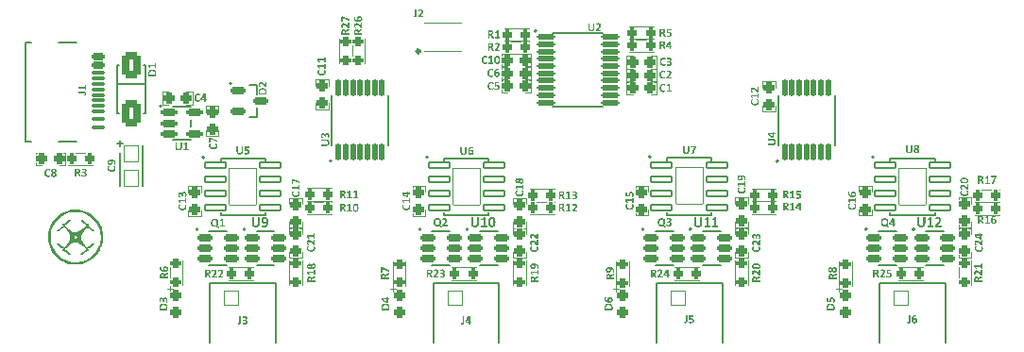
<source format=gbr>
%TF.GenerationSoftware,KiCad,Pcbnew,7.0.2*%
%TF.CreationDate,2023-06-23T11:00:41+02:00*%
%TF.ProjectId,DA_01_0V2_Smart_Battery_Charger,44415f30-315f-4305-9632-5f536d617274,rev?*%
%TF.SameCoordinates,Original*%
%TF.FileFunction,Legend,Top*%
%TF.FilePolarity,Positive*%
%FSLAX46Y46*%
G04 Gerber Fmt 4.6, Leading zero omitted, Abs format (unit mm)*
G04 Created by KiCad (PCBNEW 7.0.2) date 2023-06-23 11:00:41*
%MOMM*%
%LPD*%
G01*
G04 APERTURE LIST*
G04 Aperture macros list*
%AMRoundRect*
0 Rectangle with rounded corners*
0 $1 Rounding radius*
0 $2 $3 $4 $5 $6 $7 $8 $9 X,Y pos of 4 corners*
0 Add a 4 corners polygon primitive as box body*
4,1,4,$2,$3,$4,$5,$6,$7,$8,$9,$2,$3,0*
0 Add four circle primitives for the rounded corners*
1,1,$1+$1,$2,$3*
1,1,$1+$1,$4,$5*
1,1,$1+$1,$6,$7*
1,1,$1+$1,$8,$9*
0 Add four rect primitives between the rounded corners*
20,1,$1+$1,$2,$3,$4,$5,0*
20,1,$1+$1,$4,$5,$6,$7,0*
20,1,$1+$1,$6,$7,$8,$9,0*
20,1,$1+$1,$8,$9,$2,$3,0*%
G04 Aperture macros list end*
%ADD10C,0.128228*%
%ADD11C,0.160000*%
%ADD12C,0.200000*%
%ADD13C,0.096000*%
%ADD14C,0.127000*%
%ADD15C,0.100000*%
%ADD16C,0.300000*%
%ADD17C,0.120000*%
%ADD18C,0.152400*%
%ADD19RoundRect,0.140500X-0.677500X-0.102500X0.677500X-0.102500X0.677500X0.102500X-0.677500X0.102500X0*%
%ADD20RoundRect,0.183000X-0.550000X-0.145000X0.550000X-0.145000X0.550000X0.145000X-0.550000X0.145000X0*%
%ADD21RoundRect,0.185500X-0.512500X-0.147500X0.512500X-0.147500X0.512500X0.147500X-0.512500X0.147500X0*%
%ADD22C,0.991000*%
%ADD23C,0.863000*%
%ADD24RoundRect,0.080000X-0.943000X-0.258000X0.943000X-0.258000X0.943000X0.258000X-0.943000X0.258000X0*%
%ADD25RoundRect,0.038000X-1.206500X-1.651000X1.206500X-1.651000X1.206500X1.651000X-1.206500X1.651000X0*%
%ADD26RoundRect,0.188000X-0.525000X-0.150000X0.525000X-0.150000X0.525000X0.150000X-0.525000X0.150000X0*%
%ADD27RoundRect,0.238000X0.275000X-0.200000X0.275000X0.200000X-0.275000X0.200000X-0.275000X-0.200000X0*%
%ADD28RoundRect,0.238000X-0.200000X-0.275000X0.200000X-0.275000X0.200000X0.275000X-0.200000X0.275000X0*%
%ADD29RoundRect,0.263000X-0.225000X-0.250000X0.225000X-0.250000X0.225000X0.250000X-0.225000X0.250000X0*%
%ADD30RoundRect,0.256750X0.256250X-0.218750X0.256250X0.218750X-0.256250X0.218750X-0.256250X-0.218750X0*%
%ADD31RoundRect,0.263000X0.250000X-0.225000X0.250000X0.225000X-0.250000X0.225000X-0.250000X-0.225000X0*%
%ADD32RoundRect,0.238000X0.200000X0.275000X-0.200000X0.275000X-0.200000X-0.275000X0.200000X-0.275000X0*%
%ADD33RoundRect,0.263000X0.225000X0.250000X-0.225000X0.250000X-0.225000X-0.250000X0.225000X-0.250000X0*%
%ADD34RoundRect,0.263000X-0.250000X0.225000X-0.250000X-0.225000X0.250000X-0.225000X0.250000X0.225000X0*%
%ADD35RoundRect,0.140500X0.102500X-0.647500X0.102500X0.647500X-0.102500X0.647500X-0.102500X-0.647500X0*%
%ADD36RoundRect,0.038000X-0.654000X-0.654000X0.654000X-0.654000X0.654000X0.654000X-0.654000X0.654000X0*%
%ADD37C,1.384000*%
%ADD38RoundRect,0.332500X0.480500X-0.870500X0.480500X0.870500X-0.480500X0.870500X-0.480500X-0.870500X0*%
%ADD39C,0.650000*%
%ADD40RoundRect,0.188000X-0.420000X0.150000X-0.420000X-0.150000X0.420000X-0.150000X0.420000X0.150000X0*%
%ADD41RoundRect,0.113000X-0.495000X0.075000X-0.495000X-0.075000X0.495000X-0.075000X0.495000X0.075000X0*%
%ADD42O,2.176000X1.126000*%
%ADD43O,1.876000X0.976000*%
%ADD44RoundRect,0.238000X-0.275000X0.200000X-0.275000X-0.200000X0.275000X-0.200000X0.275000X0.200000X0*%
%ADD45RoundRect,0.038000X0.647700X0.748776X-0.647700X0.748776X-0.647700X-0.748776X0.647700X-0.748776X0*%
G04 APERTURE END LIST*
D10*
%TO.C,U2*%
G36*
X151508793Y-71267631D02*
G01*
X151508717Y-71275735D01*
X151508491Y-71283733D01*
X151508113Y-71291623D01*
X151507263Y-71303259D01*
X151506073Y-71314654D01*
X151504543Y-71325809D01*
X151502672Y-71336723D01*
X151500462Y-71347397D01*
X151497912Y-71357830D01*
X151495022Y-71368023D01*
X151491791Y-71377975D01*
X151489449Y-71384477D01*
X151485699Y-71393975D01*
X151481629Y-71403198D01*
X151477240Y-71412146D01*
X151472532Y-71420820D01*
X151467504Y-71429219D01*
X151462157Y-71437343D01*
X151456491Y-71445193D01*
X151450504Y-71452767D01*
X151444199Y-71460067D01*
X151437574Y-71467092D01*
X151432980Y-71471623D01*
X151425826Y-71478143D01*
X151418360Y-71484368D01*
X151410581Y-71490297D01*
X151402489Y-71495931D01*
X151394085Y-71501270D01*
X151385369Y-71506313D01*
X151376340Y-71511061D01*
X151366998Y-71515513D01*
X151357344Y-71519670D01*
X151347377Y-71523532D01*
X151340559Y-71525942D01*
X151330118Y-71529260D01*
X151319385Y-71532251D01*
X151308360Y-71534915D01*
X151297044Y-71537254D01*
X151289337Y-71538631D01*
X151281501Y-71539864D01*
X151273535Y-71540952D01*
X151265439Y-71541894D01*
X151257213Y-71542692D01*
X151248858Y-71543345D01*
X151240372Y-71543852D01*
X151231758Y-71544215D01*
X151223013Y-71544432D01*
X151214138Y-71544505D01*
X151205814Y-71544440D01*
X151197597Y-71544245D01*
X151189487Y-71543921D01*
X151181483Y-71543467D01*
X151173587Y-71542883D01*
X151165797Y-71542169D01*
X151154312Y-71540855D01*
X151143068Y-71539250D01*
X151132065Y-71537352D01*
X151121302Y-71535162D01*
X151110779Y-71532681D01*
X151100497Y-71529907D01*
X151093776Y-71527896D01*
X151083953Y-71524594D01*
X151074416Y-71520990D01*
X151065163Y-71517084D01*
X151056196Y-71512875D01*
X151047514Y-71508364D01*
X151039116Y-71503551D01*
X151031004Y-71498436D01*
X151023177Y-71493018D01*
X151015635Y-71487298D01*
X151008378Y-71481276D01*
X151003699Y-71477094D01*
X150996962Y-71470573D01*
X150990528Y-71463760D01*
X150984396Y-71456656D01*
X150978566Y-71449259D01*
X150973039Y-71441571D01*
X150967813Y-71433590D01*
X150962890Y-71425318D01*
X150958270Y-71416754D01*
X150953951Y-71407897D01*
X150949935Y-71398749D01*
X150947425Y-71392488D01*
X150943933Y-71382811D01*
X150940785Y-71372833D01*
X150937980Y-71362551D01*
X150935518Y-71351968D01*
X150933400Y-71341082D01*
X150931626Y-71329895D01*
X150930195Y-71318405D01*
X150929431Y-71310577D01*
X150928821Y-71302614D01*
X150928363Y-71294518D01*
X150928058Y-71286287D01*
X150927905Y-71277921D01*
X150927886Y-71273688D01*
X150927886Y-70842258D01*
X150929913Y-70834425D01*
X150931208Y-70832488D01*
X150937344Y-70827557D01*
X150942931Y-70825258D01*
X150950755Y-70823229D01*
X150958685Y-70821815D01*
X150965206Y-70820960D01*
X150973518Y-70820110D01*
X150981944Y-70819588D01*
X150990119Y-70819311D01*
X150999041Y-70819203D01*
X151000377Y-70819201D01*
X151009178Y-70819285D01*
X151017287Y-70819538D01*
X151025707Y-70820032D01*
X151034100Y-70820852D01*
X151034962Y-70820960D01*
X151042976Y-70822051D01*
X151051183Y-70823663D01*
X151056846Y-70825258D01*
X151064242Y-70828509D01*
X151068570Y-70832293D01*
X151072050Y-70839400D01*
X151072282Y-70842062D01*
X151072282Y-71256298D01*
X151072444Y-71266532D01*
X151072929Y-71276424D01*
X151073739Y-71285974D01*
X151074871Y-71295182D01*
X151076327Y-71304048D01*
X151078107Y-71312572D01*
X151080211Y-71320754D01*
X151082638Y-71328594D01*
X151085416Y-71336098D01*
X151089284Y-71345015D01*
X151093591Y-71353417D01*
X151098336Y-71361303D01*
X151103521Y-71368674D01*
X151109144Y-71375530D01*
X151112729Y-71379397D01*
X151119021Y-71385386D01*
X151125685Y-71390899D01*
X151132721Y-71395934D01*
X151140130Y-71400493D01*
X151147910Y-71404575D01*
X151156063Y-71408179D01*
X151159428Y-71409487D01*
X151168073Y-71412358D01*
X151177033Y-71414742D01*
X151186307Y-71416640D01*
X151195897Y-71418051D01*
X151203795Y-71418830D01*
X151211894Y-71419297D01*
X151220196Y-71419452D01*
X151228585Y-71419294D01*
X151236755Y-71418817D01*
X151244705Y-71418024D01*
X151254334Y-71416585D01*
X151263619Y-71414650D01*
X151272561Y-71412219D01*
X151281159Y-71409292D01*
X151289380Y-71405827D01*
X151297191Y-71401904D01*
X151304592Y-71397522D01*
X151311582Y-71392683D01*
X151318162Y-71387386D01*
X151324332Y-71381631D01*
X151326686Y-71379201D01*
X151332337Y-71372754D01*
X151337570Y-71365867D01*
X151342382Y-71358542D01*
X151346775Y-71350777D01*
X151350747Y-71342574D01*
X151354300Y-71333932D01*
X151355604Y-71330353D01*
X151358531Y-71321064D01*
X151360515Y-71313358D01*
X151362182Y-71305408D01*
X151363532Y-71297213D01*
X151364564Y-71288775D01*
X151365278Y-71280092D01*
X151365675Y-71271165D01*
X151365764Y-71264309D01*
X151365764Y-70842062D01*
X151367792Y-70834229D01*
X151369086Y-70832293D01*
X151375550Y-70827236D01*
X151380614Y-70825258D01*
X151388250Y-70823229D01*
X151396222Y-70821815D01*
X151402889Y-70820960D01*
X151411344Y-70820110D01*
X151419767Y-70819588D01*
X151427839Y-70819311D01*
X151436565Y-70819203D01*
X151437865Y-70819201D01*
X151446657Y-70819285D01*
X151454738Y-70819538D01*
X151463103Y-70820032D01*
X151471404Y-70820852D01*
X151472254Y-70820960D01*
X151480165Y-70822051D01*
X151488299Y-70823663D01*
X151493943Y-70825258D01*
X151501284Y-70828661D01*
X151505471Y-70832488D01*
X151508634Y-70839920D01*
X151508793Y-70842258D01*
X151508793Y-71267631D01*
G37*
G36*
X152107090Y-71475531D02*
G01*
X152106982Y-71483763D01*
X152106608Y-71492113D01*
X152105888Y-71500329D01*
X152105723Y-71501713D01*
X152104386Y-71509800D01*
X152102282Y-71517528D01*
X152101619Y-71519299D01*
X152097513Y-71526321D01*
X152094390Y-71529069D01*
X152086957Y-71531859D01*
X152084620Y-71532000D01*
X151675660Y-71532000D01*
X151667835Y-71531746D01*
X151659540Y-71530790D01*
X151654948Y-71529850D01*
X151647392Y-71526976D01*
X151640846Y-71522018D01*
X151640489Y-71521644D01*
X151636004Y-71514580D01*
X151633343Y-71507197D01*
X151632478Y-71503667D01*
X151631241Y-71495672D01*
X151630520Y-71487335D01*
X151630190Y-71479015D01*
X151630133Y-71473381D01*
X151630231Y-71464821D01*
X151630524Y-71456919D01*
X151631087Y-71448819D01*
X151631696Y-71443095D01*
X151633205Y-71434821D01*
X151635315Y-71427193D01*
X151637753Y-71420820D01*
X151641454Y-71413429D01*
X151645813Y-71406202D01*
X151649086Y-71401476D01*
X151654273Y-71394820D01*
X151659829Y-71388409D01*
X151665515Y-71382345D01*
X151666867Y-71380960D01*
X151789965Y-71243011D01*
X151796728Y-71235891D01*
X151803239Y-71228890D01*
X151809500Y-71222010D01*
X151815510Y-71215250D01*
X151821270Y-71208610D01*
X151826778Y-71202091D01*
X151832036Y-71195691D01*
X151837043Y-71189412D01*
X151843329Y-71181227D01*
X151849170Y-71173256D01*
X151854678Y-71165431D01*
X151859868Y-71157783D01*
X151864740Y-71150312D01*
X151869295Y-71143018D01*
X151873533Y-71135902D01*
X151877453Y-71128962D01*
X151881907Y-71120537D01*
X151884341Y-71115614D01*
X151888114Y-71107537D01*
X151891496Y-71099670D01*
X151894487Y-71092012D01*
X151897087Y-71084565D01*
X151899691Y-71075905D01*
X151901731Y-71067547D01*
X151903325Y-71059416D01*
X151904589Y-71051436D01*
X151905523Y-71043608D01*
X151906196Y-71034665D01*
X151906420Y-71025928D01*
X151906140Y-71017568D01*
X151905298Y-71009414D01*
X151903896Y-71001465D01*
X151901932Y-70993722D01*
X151900559Y-70989390D01*
X151897808Y-70982073D01*
X151894001Y-70974214D01*
X151889486Y-70966893D01*
X151884262Y-70960109D01*
X151883559Y-70959299D01*
X151877612Y-70953205D01*
X151870907Y-70947819D01*
X151863446Y-70943142D01*
X151856296Y-70939631D01*
X151855227Y-70939173D01*
X151847500Y-70936280D01*
X151839193Y-70934098D01*
X151830307Y-70932626D01*
X151822229Y-70931930D01*
X151815171Y-70931748D01*
X151807178Y-70931867D01*
X151797514Y-70932351D01*
X151788211Y-70933207D01*
X151779272Y-70934435D01*
X151770695Y-70936035D01*
X151762480Y-70938007D01*
X151757725Y-70939369D01*
X151750057Y-70941798D01*
X151741246Y-70944839D01*
X151732861Y-70948017D01*
X151724902Y-70951332D01*
X151717369Y-70954785D01*
X151713762Y-70956563D01*
X151705769Y-70960601D01*
X151698374Y-70964508D01*
X151690656Y-70968813D01*
X151683720Y-70972947D01*
X151682108Y-70973953D01*
X151674807Y-70978075D01*
X151667407Y-70981006D01*
X151662373Y-70981769D01*
X151654872Y-70979376D01*
X151653971Y-70978643D01*
X151649521Y-70972029D01*
X151648109Y-70968287D01*
X151646266Y-70960253D01*
X151645039Y-70952280D01*
X151644592Y-70948552D01*
X151643871Y-70940324D01*
X151643450Y-70932005D01*
X151643258Y-70923884D01*
X151643224Y-70918461D01*
X151643317Y-70910618D01*
X151643664Y-70902598D01*
X151644006Y-70898336D01*
X151645057Y-70890278D01*
X151646351Y-70884267D01*
X151649230Y-70876678D01*
X151650845Y-70873716D01*
X151655867Y-70867412D01*
X151660419Y-70862969D01*
X151667288Y-70857813D01*
X151674532Y-70853332D01*
X151681406Y-70849484D01*
X151685820Y-70847143D01*
X151693010Y-70843506D01*
X151700805Y-70839925D01*
X151709203Y-70836399D01*
X151716664Y-70833502D01*
X151724545Y-70830644D01*
X151731152Y-70828385D01*
X151739712Y-70825586D01*
X151748539Y-70822931D01*
X151757633Y-70820419D01*
X151766994Y-70818050D01*
X151774676Y-70816258D01*
X151782528Y-70814558D01*
X151790552Y-70812949D01*
X151798703Y-70811483D01*
X151806940Y-70810213D01*
X151815263Y-70809138D01*
X151823671Y-70808259D01*
X151832164Y-70807575D01*
X151840743Y-70807087D01*
X151849408Y-70806794D01*
X151858158Y-70806696D01*
X151868439Y-70806820D01*
X151878473Y-70807191D01*
X151888259Y-70807809D01*
X151897799Y-70808674D01*
X151907091Y-70809787D01*
X151916135Y-70811147D01*
X151924932Y-70812755D01*
X151933482Y-70814609D01*
X151941785Y-70816711D01*
X151949841Y-70819061D01*
X151955074Y-70820764D01*
X151962752Y-70823498D01*
X151970179Y-70826425D01*
X151977356Y-70829543D01*
X151986535Y-70834001D01*
X151995268Y-70838800D01*
X152003556Y-70843941D01*
X152011397Y-70849425D01*
X152018793Y-70855250D01*
X152024048Y-70859843D01*
X152030716Y-70866242D01*
X152036944Y-70872935D01*
X152042732Y-70879920D01*
X152048081Y-70887198D01*
X152052991Y-70894770D01*
X152057460Y-70902635D01*
X152061490Y-70910792D01*
X152065081Y-70919243D01*
X152068240Y-70927923D01*
X152070979Y-70936767D01*
X152073296Y-70945777D01*
X152075192Y-70954951D01*
X152076667Y-70964291D01*
X152077720Y-70973795D01*
X152078352Y-70983464D01*
X152078563Y-70993297D01*
X152078459Y-71002023D01*
X152078148Y-71010712D01*
X152077629Y-71019364D01*
X152076902Y-71027980D01*
X152075968Y-71036559D01*
X152074826Y-71045101D01*
X152073476Y-71053607D01*
X152071919Y-71062076D01*
X152070036Y-71070609D01*
X152067706Y-71079308D01*
X152064931Y-71088171D01*
X152061710Y-71097198D01*
X152058043Y-71106391D01*
X152053931Y-71115749D01*
X152050554Y-71122875D01*
X152046926Y-71130094D01*
X152044369Y-71134958D01*
X152040332Y-71142359D01*
X152035990Y-71149908D01*
X152031343Y-71157605D01*
X152026389Y-71165449D01*
X152021130Y-71173441D01*
X152015566Y-71181580D01*
X152009695Y-71189868D01*
X152003519Y-71198303D01*
X151997037Y-71206885D01*
X151990250Y-71215616D01*
X151985555Y-71221518D01*
X151978231Y-71230518D01*
X151973108Y-71236667D01*
X151967793Y-71242935D01*
X151962285Y-71249322D01*
X151956585Y-71255828D01*
X151950693Y-71262453D01*
X151944608Y-71269197D01*
X151938331Y-71276060D01*
X151931862Y-71283042D01*
X151925200Y-71290144D01*
X151918346Y-71297364D01*
X151911300Y-71304704D01*
X151904061Y-71312162D01*
X151896630Y-71319740D01*
X151889006Y-71327437D01*
X151885122Y-71331330D01*
X151802080Y-71419452D01*
X152082275Y-71419452D01*
X152090115Y-71421211D01*
X152092436Y-71422579D01*
X152098002Y-71428197D01*
X152100447Y-71432348D01*
X152103329Y-71440066D01*
X152105023Y-71447920D01*
X152105332Y-71449934D01*
X152106333Y-71457807D01*
X152106883Y-71465806D01*
X152107083Y-71473690D01*
X152107090Y-71475531D01*
G37*
D11*
%TO.C,U1*%
G36*
X114528447Y-81956148D02*
G01*
X114528371Y-81964252D01*
X114528145Y-81972250D01*
X114527767Y-81980140D01*
X114526917Y-81991776D01*
X114525727Y-82003171D01*
X114524197Y-82014326D01*
X114522326Y-82025240D01*
X114520116Y-82035914D01*
X114517566Y-82046347D01*
X114514676Y-82056540D01*
X114511445Y-82066492D01*
X114509103Y-82072994D01*
X114505353Y-82082492D01*
X114501283Y-82091715D01*
X114496894Y-82100663D01*
X114492186Y-82109337D01*
X114487158Y-82117736D01*
X114481811Y-82125860D01*
X114476145Y-82133710D01*
X114470158Y-82141284D01*
X114463853Y-82148584D01*
X114457228Y-82155609D01*
X114452634Y-82160140D01*
X114445480Y-82166660D01*
X114438014Y-82172885D01*
X114430235Y-82178814D01*
X114422143Y-82184448D01*
X114413739Y-82189787D01*
X114405023Y-82194830D01*
X114395994Y-82199578D01*
X114386652Y-82204030D01*
X114376998Y-82208187D01*
X114367031Y-82212049D01*
X114360213Y-82214459D01*
X114349772Y-82217777D01*
X114339039Y-82220768D01*
X114328014Y-82223432D01*
X114316698Y-82225771D01*
X114308991Y-82227148D01*
X114301155Y-82228381D01*
X114293189Y-82229469D01*
X114285093Y-82230411D01*
X114276867Y-82231209D01*
X114268512Y-82231862D01*
X114260026Y-82232369D01*
X114251412Y-82232732D01*
X114242667Y-82232949D01*
X114233792Y-82233022D01*
X114225468Y-82232957D01*
X114217251Y-82232762D01*
X114209141Y-82232438D01*
X114201137Y-82231984D01*
X114193241Y-82231400D01*
X114185451Y-82230686D01*
X114173966Y-82229372D01*
X114162722Y-82227767D01*
X114151719Y-82225869D01*
X114140956Y-82223679D01*
X114130433Y-82221198D01*
X114120151Y-82218424D01*
X114113430Y-82216413D01*
X114103607Y-82213111D01*
X114094070Y-82209507D01*
X114084817Y-82205601D01*
X114075850Y-82201392D01*
X114067168Y-82196881D01*
X114058770Y-82192068D01*
X114050658Y-82186953D01*
X114042831Y-82181535D01*
X114035289Y-82175815D01*
X114028032Y-82169793D01*
X114023353Y-82165611D01*
X114016616Y-82159090D01*
X114010182Y-82152277D01*
X114004050Y-82145173D01*
X113998220Y-82137776D01*
X113992693Y-82130088D01*
X113987467Y-82122107D01*
X113982544Y-82113835D01*
X113977924Y-82105271D01*
X113973605Y-82096414D01*
X113969589Y-82087266D01*
X113967079Y-82081005D01*
X113963587Y-82071328D01*
X113960439Y-82061350D01*
X113957634Y-82051068D01*
X113955172Y-82040485D01*
X113953054Y-82029599D01*
X113951280Y-82018412D01*
X113949849Y-82006922D01*
X113949085Y-81999094D01*
X113948475Y-81991131D01*
X113948017Y-81983035D01*
X113947712Y-81974804D01*
X113947559Y-81966438D01*
X113947540Y-81962205D01*
X113947540Y-81530775D01*
X113949567Y-81522942D01*
X113950862Y-81521005D01*
X113956998Y-81516074D01*
X113962585Y-81513775D01*
X113970409Y-81511746D01*
X113978339Y-81510332D01*
X113984860Y-81509477D01*
X113993172Y-81508627D01*
X114001598Y-81508105D01*
X114009773Y-81507828D01*
X114018695Y-81507720D01*
X114020031Y-81507718D01*
X114028832Y-81507802D01*
X114036941Y-81508055D01*
X114045361Y-81508549D01*
X114053754Y-81509369D01*
X114054616Y-81509477D01*
X114062630Y-81510568D01*
X114070837Y-81512180D01*
X114076500Y-81513775D01*
X114083896Y-81517026D01*
X114088224Y-81520810D01*
X114091704Y-81527917D01*
X114091936Y-81530579D01*
X114091936Y-81944815D01*
X114092098Y-81955049D01*
X114092583Y-81964941D01*
X114093393Y-81974491D01*
X114094525Y-81983699D01*
X114095981Y-81992565D01*
X114097761Y-82001089D01*
X114099865Y-82009271D01*
X114102292Y-82017111D01*
X114105070Y-82024615D01*
X114108938Y-82033532D01*
X114113245Y-82041934D01*
X114117990Y-82049820D01*
X114123175Y-82057191D01*
X114128798Y-82064047D01*
X114132383Y-82067914D01*
X114138675Y-82073903D01*
X114145339Y-82079416D01*
X114152375Y-82084451D01*
X114159784Y-82089010D01*
X114167564Y-82093092D01*
X114175717Y-82096696D01*
X114179082Y-82098004D01*
X114187727Y-82100875D01*
X114196687Y-82103259D01*
X114205961Y-82105157D01*
X114215551Y-82106568D01*
X114223449Y-82107347D01*
X114231548Y-82107814D01*
X114239850Y-82107969D01*
X114248239Y-82107811D01*
X114256409Y-82107334D01*
X114264359Y-82106541D01*
X114273988Y-82105102D01*
X114283273Y-82103167D01*
X114292215Y-82100736D01*
X114300813Y-82097809D01*
X114309034Y-82094344D01*
X114316845Y-82090421D01*
X114324246Y-82086039D01*
X114331236Y-82081200D01*
X114337816Y-82075903D01*
X114343986Y-82070148D01*
X114346340Y-82067718D01*
X114351991Y-82061271D01*
X114357224Y-82054384D01*
X114362036Y-82047059D01*
X114366429Y-82039294D01*
X114370401Y-82031091D01*
X114373954Y-82022449D01*
X114375258Y-82018870D01*
X114378185Y-82009581D01*
X114380169Y-82001875D01*
X114381836Y-81993925D01*
X114383186Y-81985730D01*
X114384218Y-81977292D01*
X114384932Y-81968609D01*
X114385329Y-81959682D01*
X114385418Y-81952826D01*
X114385418Y-81530579D01*
X114387446Y-81522746D01*
X114388740Y-81520810D01*
X114395204Y-81515753D01*
X114400268Y-81513775D01*
X114407904Y-81511746D01*
X114415876Y-81510332D01*
X114422543Y-81509477D01*
X114430998Y-81508627D01*
X114439421Y-81508105D01*
X114447493Y-81507828D01*
X114456219Y-81507720D01*
X114457519Y-81507718D01*
X114466311Y-81507802D01*
X114474392Y-81508055D01*
X114482757Y-81508549D01*
X114491058Y-81509369D01*
X114491908Y-81509477D01*
X114499819Y-81510568D01*
X114507953Y-81512180D01*
X114513597Y-81513775D01*
X114520938Y-81517178D01*
X114525125Y-81521005D01*
X114528288Y-81528437D01*
X114528447Y-81530775D01*
X114528447Y-81956148D01*
G37*
G36*
X115120101Y-82165025D02*
G01*
X115119962Y-82173431D01*
X115119481Y-82181865D01*
X115118555Y-82190040D01*
X115118342Y-82191403D01*
X115116814Y-82199425D01*
X115114410Y-82206918D01*
X115113653Y-82208597D01*
X115109385Y-82215462D01*
X115106814Y-82217781D01*
X115099420Y-82220474D01*
X115098217Y-82220517D01*
X114705865Y-82220517D01*
X114698201Y-82218270D01*
X114697463Y-82217781D01*
X114692224Y-82211589D01*
X114690624Y-82208597D01*
X114687986Y-82201075D01*
X114686275Y-82193380D01*
X114685935Y-82191403D01*
X114685045Y-82183437D01*
X114684556Y-82175194D01*
X114684378Y-82166959D01*
X114684372Y-82165025D01*
X114684480Y-82156429D01*
X114684854Y-82147858D01*
X114685574Y-82139619D01*
X114685739Y-82138256D01*
X114687109Y-82130075D01*
X114689330Y-82122398D01*
X114690038Y-82120670D01*
X114694175Y-82113816D01*
X114696877Y-82111096D01*
X114704306Y-82108046D01*
X114705865Y-82107969D01*
X114838147Y-82107969D01*
X114838147Y-81645276D01*
X114723841Y-81707802D01*
X114716361Y-81711130D01*
X114708594Y-81713914D01*
X114703130Y-81715227D01*
X114694950Y-81714716D01*
X114690624Y-81711905D01*
X114686469Y-81705103D01*
X114684408Y-81697445D01*
X114684176Y-81696078D01*
X114683352Y-81688117D01*
X114682871Y-81679452D01*
X114682651Y-81670555D01*
X114682613Y-81664424D01*
X114682682Y-81656112D01*
X114682943Y-81647718D01*
X114683199Y-81643322D01*
X114684176Y-81635555D01*
X114685935Y-81629058D01*
X114689629Y-81621838D01*
X114691797Y-81619288D01*
X114698104Y-81614163D01*
X114702348Y-81611277D01*
X114855146Y-81514752D01*
X114861985Y-81511235D01*
X114869947Y-81509456D01*
X114872732Y-81509086D01*
X114880948Y-81508421D01*
X114888795Y-81508136D01*
X114890122Y-81508109D01*
X114898249Y-81507886D01*
X114906920Y-81507764D01*
X114914735Y-81507722D01*
X114917868Y-81507718D01*
X114926631Y-81507756D01*
X114934628Y-81507868D01*
X114942829Y-81508088D01*
X114950857Y-81508452D01*
X114951671Y-81508500D01*
X114959775Y-81509176D01*
X114967886Y-81510437D01*
X114971015Y-81511235D01*
X114978243Y-81514751D01*
X114979808Y-81516511D01*
X114982143Y-81524090D01*
X114982153Y-81524717D01*
X114982153Y-82107969D01*
X115098021Y-82107969D01*
X115105632Y-82110033D01*
X115107205Y-82111096D01*
X115112498Y-82117227D01*
X115114239Y-82120670D01*
X115116926Y-82128388D01*
X115118461Y-82136242D01*
X115118733Y-82138256D01*
X115119512Y-82146267D01*
X115119939Y-82154633D01*
X115120096Y-82163042D01*
X115120101Y-82165025D01*
G37*
D12*
%TO.C,D2*%
G36*
X121775271Y-76638586D02*
G01*
X121787200Y-76638886D01*
X121798908Y-76639386D01*
X121810394Y-76640086D01*
X121821659Y-76640986D01*
X121832703Y-76642086D01*
X121843525Y-76643385D01*
X121854126Y-76644885D01*
X121864505Y-76646585D01*
X121874664Y-76648485D01*
X121884601Y-76650584D01*
X121894316Y-76652884D01*
X121903810Y-76655384D01*
X121913083Y-76658084D01*
X121922135Y-76660983D01*
X121930965Y-76664083D01*
X121939561Y-76667369D01*
X121947958Y-76670830D01*
X121956157Y-76674465D01*
X121964157Y-76678273D01*
X121971959Y-76682256D01*
X121979563Y-76686413D01*
X121986968Y-76690743D01*
X121994175Y-76695248D01*
X122001183Y-76699927D01*
X122007993Y-76704780D01*
X122014604Y-76709807D01*
X122021017Y-76715007D01*
X122027232Y-76720382D01*
X122033248Y-76725931D01*
X122039065Y-76731654D01*
X122044684Y-76737551D01*
X122050112Y-76743591D01*
X122055358Y-76749794D01*
X122060420Y-76756158D01*
X122065298Y-76762684D01*
X122069994Y-76769371D01*
X122074506Y-76776221D01*
X122078835Y-76783232D01*
X122082981Y-76790405D01*
X122086944Y-76797740D01*
X122090724Y-76805237D01*
X122094320Y-76812895D01*
X122097734Y-76820716D01*
X122100964Y-76828698D01*
X122104011Y-76836842D01*
X122106875Y-76845148D01*
X122109555Y-76853615D01*
X122112040Y-76862266D01*
X122114364Y-76871121D01*
X122116527Y-76880181D01*
X122118531Y-76889446D01*
X122120374Y-76898915D01*
X122122057Y-76908588D01*
X122123580Y-76918466D01*
X122124942Y-76928549D01*
X122126145Y-76938836D01*
X122127186Y-76949328D01*
X122128068Y-76960024D01*
X122128789Y-76970925D01*
X122129350Y-76982030D01*
X122129751Y-76993340D01*
X122129991Y-77004855D01*
X122130072Y-77016574D01*
X122130072Y-77186372D01*
X122129400Y-77195018D01*
X122127385Y-77202980D01*
X122124026Y-77210259D01*
X122119325Y-77216853D01*
X122113109Y-77222239D01*
X122105208Y-77226086D01*
X122096912Y-77228189D01*
X122088774Y-77229055D01*
X122084349Y-77229163D01*
X121462995Y-77229163D01*
X121454384Y-77228730D01*
X121445535Y-77227131D01*
X121437976Y-77224354D01*
X121430917Y-77219738D01*
X121428020Y-77216853D01*
X121423318Y-77210259D01*
X121419960Y-77202980D01*
X121417945Y-77195018D01*
X121417273Y-77186372D01*
X121417273Y-77085353D01*
X121529820Y-77085353D01*
X122017524Y-77085353D01*
X122017524Y-77010126D01*
X122017389Y-76999153D01*
X122016982Y-76988510D01*
X122016303Y-76978197D01*
X122015354Y-76968214D01*
X122014133Y-76958560D01*
X122012640Y-76949236D01*
X122010877Y-76940242D01*
X122008842Y-76931577D01*
X122006535Y-76923243D01*
X122003957Y-76915238D01*
X122002088Y-76910084D01*
X121999020Y-76902547D01*
X121995677Y-76895251D01*
X121992059Y-76888195D01*
X121988166Y-76881379D01*
X121982549Y-76872666D01*
X121976443Y-76864380D01*
X121969848Y-76856522D01*
X121962765Y-76849091D01*
X121955194Y-76842087D01*
X121947140Y-76835511D01*
X121940787Y-76830859D01*
X121934166Y-76826448D01*
X121927277Y-76822277D01*
X121920120Y-76818347D01*
X121912696Y-76814657D01*
X121905003Y-76811207D01*
X121897043Y-76807998D01*
X121888815Y-76805029D01*
X121880318Y-76802301D01*
X121877427Y-76801445D01*
X121868535Y-76799035D01*
X121859372Y-76796863D01*
X121849937Y-76794928D01*
X121840232Y-76793229D01*
X121830254Y-76791768D01*
X121820006Y-76790543D01*
X121809486Y-76789556D01*
X121798695Y-76788805D01*
X121787633Y-76788292D01*
X121776299Y-76788015D01*
X121768592Y-76787963D01*
X121759128Y-76788067D01*
X121749788Y-76788382D01*
X121740572Y-76788906D01*
X121731479Y-76789639D01*
X121722510Y-76790582D01*
X121713665Y-76791734D01*
X121704943Y-76793096D01*
X121696345Y-76794667D01*
X121687871Y-76796448D01*
X121679520Y-76798438D01*
X121674021Y-76799882D01*
X121665883Y-76802207D01*
X121657954Y-76804786D01*
X121650234Y-76807620D01*
X121642725Y-76810708D01*
X121635424Y-76814050D01*
X121628333Y-76817646D01*
X121621452Y-76821496D01*
X121614780Y-76825601D01*
X121606210Y-76831468D01*
X121598013Y-76837788D01*
X121590176Y-76844520D01*
X121582784Y-76851722D01*
X121575839Y-76859395D01*
X121569339Y-76867537D01*
X121564756Y-76873952D01*
X121560425Y-76880632D01*
X121556344Y-76887577D01*
X121552513Y-76894785D01*
X121548934Y-76902259D01*
X121547797Y-76904808D01*
X121544584Y-76912692D01*
X121541687Y-76921029D01*
X121539107Y-76929820D01*
X121536842Y-76939064D01*
X121534894Y-76948761D01*
X121533261Y-76958911D01*
X121531944Y-76969515D01*
X121530944Y-76980573D01*
X121530259Y-76992083D01*
X121529978Y-77000009D01*
X121529838Y-77008136D01*
X121529820Y-77012275D01*
X121529820Y-77085353D01*
X121417273Y-77085353D01*
X121417273Y-77003873D01*
X121417360Y-76992115D01*
X121417621Y-76980582D01*
X121418056Y-76969273D01*
X121418665Y-76958188D01*
X121419448Y-76947327D01*
X121420406Y-76936691D01*
X121421537Y-76926280D01*
X121422842Y-76916092D01*
X121424321Y-76906130D01*
X121425974Y-76896391D01*
X121427802Y-76886877D01*
X121429803Y-76877588D01*
X121431978Y-76868522D01*
X121434327Y-76859682D01*
X121436851Y-76851065D01*
X121439548Y-76842673D01*
X121442417Y-76834475D01*
X121445456Y-76826440D01*
X121448664Y-76818569D01*
X121452041Y-76810860D01*
X121455588Y-76803316D01*
X121459304Y-76795934D01*
X121463190Y-76788716D01*
X121467245Y-76781661D01*
X121471470Y-76774770D01*
X121475864Y-76768042D01*
X121480428Y-76761477D01*
X121485160Y-76755075D01*
X121490063Y-76748837D01*
X121495135Y-76742763D01*
X121500376Y-76736851D01*
X121505787Y-76731103D01*
X121511339Y-76725521D01*
X121517052Y-76720109D01*
X121522928Y-76714866D01*
X121528965Y-76709793D01*
X121535165Y-76704889D01*
X121541526Y-76700154D01*
X121548048Y-76695589D01*
X121554733Y-76691194D01*
X121561579Y-76686968D01*
X121568588Y-76682911D01*
X121575758Y-76679024D01*
X121583090Y-76675306D01*
X121590583Y-76671757D01*
X121598239Y-76668378D01*
X121606056Y-76665169D01*
X121614035Y-76662129D01*
X121622151Y-76659266D01*
X121630427Y-76656588D01*
X121638863Y-76654094D01*
X121647460Y-76651785D01*
X121656217Y-76649661D01*
X121665134Y-76647722D01*
X121674211Y-76645967D01*
X121683449Y-76644397D01*
X121692847Y-76643011D01*
X121702405Y-76641811D01*
X121712124Y-76640795D01*
X121722003Y-76639964D01*
X121732042Y-76639317D01*
X121742241Y-76638855D01*
X121752601Y-76638578D01*
X121763121Y-76638486D01*
X121775271Y-76638586D01*
G37*
G36*
X122073603Y-76075555D02*
G01*
X122081835Y-76075663D01*
X122090185Y-76076037D01*
X122098401Y-76076757D01*
X122099785Y-76076923D01*
X122107872Y-76078260D01*
X122115600Y-76080364D01*
X122117371Y-76081026D01*
X122124393Y-76085133D01*
X122127141Y-76088256D01*
X122129931Y-76095688D01*
X122130072Y-76098025D01*
X122130072Y-76506986D01*
X122129818Y-76514811D01*
X122128862Y-76523106D01*
X122127922Y-76527698D01*
X122125048Y-76535254D01*
X122120090Y-76541799D01*
X122119716Y-76542157D01*
X122112652Y-76546642D01*
X122105269Y-76549303D01*
X122101739Y-76550168D01*
X122093744Y-76551404D01*
X122085407Y-76552126D01*
X122077087Y-76552455D01*
X122071453Y-76552513D01*
X122062893Y-76552415D01*
X122054991Y-76552122D01*
X122046891Y-76551559D01*
X122041167Y-76550949D01*
X122032893Y-76549440D01*
X122025265Y-76547331D01*
X122018892Y-76544892D01*
X122011501Y-76541192D01*
X122004274Y-76536832D01*
X121999548Y-76533559D01*
X121992892Y-76528373D01*
X121986481Y-76522816D01*
X121980417Y-76517130D01*
X121979032Y-76515778D01*
X121841083Y-76392680D01*
X121833963Y-76385918D01*
X121826962Y-76379406D01*
X121820082Y-76373145D01*
X121813322Y-76367135D01*
X121806682Y-76361376D01*
X121800163Y-76355867D01*
X121793763Y-76350609D01*
X121787484Y-76345602D01*
X121779299Y-76339316D01*
X121771328Y-76333476D01*
X121763503Y-76327968D01*
X121755855Y-76322778D01*
X121748384Y-76317905D01*
X121741090Y-76313350D01*
X121733974Y-76309112D01*
X121727034Y-76305192D01*
X121718609Y-76300739D01*
X121713686Y-76298305D01*
X121705609Y-76294531D01*
X121697742Y-76291149D01*
X121690084Y-76288158D01*
X121682637Y-76285558D01*
X121673977Y-76282955D01*
X121665619Y-76280915D01*
X121657488Y-76279321D01*
X121649508Y-76278057D01*
X121641680Y-76277123D01*
X121632737Y-76276449D01*
X121624000Y-76276225D01*
X121615640Y-76276506D01*
X121607486Y-76277347D01*
X121599537Y-76278750D01*
X121591794Y-76280713D01*
X121587462Y-76282087D01*
X121580145Y-76284837D01*
X121572286Y-76288644D01*
X121564965Y-76293160D01*
X121558181Y-76298383D01*
X121557371Y-76299086D01*
X121551277Y-76305034D01*
X121545891Y-76311738D01*
X121541214Y-76319200D01*
X121537703Y-76326350D01*
X121537245Y-76327418D01*
X121534352Y-76335145D01*
X121532170Y-76343452D01*
X121530698Y-76352339D01*
X121530002Y-76360417D01*
X121529820Y-76367474D01*
X121529939Y-76375467D01*
X121530423Y-76385132D01*
X121531279Y-76394434D01*
X121532507Y-76403374D01*
X121534107Y-76411951D01*
X121536079Y-76420165D01*
X121537441Y-76424920D01*
X121539870Y-76432588D01*
X121542911Y-76441399D01*
X121546089Y-76449784D01*
X121549404Y-76457744D01*
X121552857Y-76465277D01*
X121554635Y-76468884D01*
X121558673Y-76476877D01*
X121562580Y-76484271D01*
X121566885Y-76491989D01*
X121571019Y-76498926D01*
X121572025Y-76500538D01*
X121576147Y-76507838D01*
X121579078Y-76515239D01*
X121579841Y-76520273D01*
X121577448Y-76527774D01*
X121576715Y-76528674D01*
X121570101Y-76533125D01*
X121566359Y-76534536D01*
X121558325Y-76536380D01*
X121550352Y-76537607D01*
X121546624Y-76538053D01*
X121538396Y-76538775D01*
X121530077Y-76539195D01*
X121521956Y-76539388D01*
X121516533Y-76539421D01*
X121508690Y-76539329D01*
X121500670Y-76538982D01*
X121496408Y-76538640D01*
X121488350Y-76537589D01*
X121482339Y-76536295D01*
X121474750Y-76533415D01*
X121471788Y-76531801D01*
X121465484Y-76526779D01*
X121461041Y-76522226D01*
X121455885Y-76515357D01*
X121451404Y-76508113D01*
X121447556Y-76501240D01*
X121445215Y-76496825D01*
X121441578Y-76489635D01*
X121437997Y-76481841D01*
X121434471Y-76473442D01*
X121431574Y-76465981D01*
X121428716Y-76458101D01*
X121426457Y-76451494D01*
X121423658Y-76442934D01*
X121421003Y-76434107D01*
X121418491Y-76425012D01*
X121416122Y-76415651D01*
X121414330Y-76407970D01*
X121412630Y-76400117D01*
X121411021Y-76392094D01*
X121409555Y-76383942D01*
X121408285Y-76375705D01*
X121407210Y-76367383D01*
X121406331Y-76358975D01*
X121405647Y-76350481D01*
X121405159Y-76341902D01*
X121404866Y-76333237D01*
X121404768Y-76324487D01*
X121404892Y-76314206D01*
X121405263Y-76304173D01*
X121405881Y-76294386D01*
X121406746Y-76284847D01*
X121407859Y-76275555D01*
X121409219Y-76266510D01*
X121410827Y-76257713D01*
X121412681Y-76249163D01*
X121414783Y-76240860D01*
X121417133Y-76232805D01*
X121418836Y-76227572D01*
X121421570Y-76219894D01*
X121424497Y-76212466D01*
X121427615Y-76205290D01*
X121432073Y-76196111D01*
X121436872Y-76187377D01*
X121442013Y-76179090D01*
X121447497Y-76171248D01*
X121453322Y-76163852D01*
X121457915Y-76158598D01*
X121464314Y-76151930D01*
X121471007Y-76145702D01*
X121477992Y-76139913D01*
X121485270Y-76134564D01*
X121492842Y-76129655D01*
X121500707Y-76125185D01*
X121508864Y-76121155D01*
X121517315Y-76117565D01*
X121525995Y-76114405D01*
X121534839Y-76111666D01*
X121543849Y-76109349D01*
X121553023Y-76107453D01*
X121562363Y-76105979D01*
X121571867Y-76104925D01*
X121581536Y-76104293D01*
X121591369Y-76104083D01*
X121600095Y-76104187D01*
X121608784Y-76104498D01*
X121617436Y-76105017D01*
X121626052Y-76105744D01*
X121634631Y-76106678D01*
X121643173Y-76107820D01*
X121651679Y-76109169D01*
X121660148Y-76110726D01*
X121668681Y-76112610D01*
X121677380Y-76114939D01*
X121686243Y-76117715D01*
X121695270Y-76120935D01*
X121704463Y-76124602D01*
X121713821Y-76128715D01*
X121720947Y-76132091D01*
X121728166Y-76135719D01*
X121733030Y-76138277D01*
X121740431Y-76142313D01*
X121747980Y-76146655D01*
X121755677Y-76151303D01*
X121763521Y-76156256D01*
X121771513Y-76161515D01*
X121779652Y-76167080D01*
X121787940Y-76172950D01*
X121796375Y-76179126D01*
X121804957Y-76185608D01*
X121813688Y-76192396D01*
X121819590Y-76197090D01*
X121828590Y-76204414D01*
X121834739Y-76209537D01*
X121841007Y-76214853D01*
X121847394Y-76220360D01*
X121853900Y-76226060D01*
X121860525Y-76231953D01*
X121867269Y-76238037D01*
X121874132Y-76244314D01*
X121881114Y-76250784D01*
X121888216Y-76257445D01*
X121895436Y-76264300D01*
X121902776Y-76271346D01*
X121910234Y-76278585D01*
X121917812Y-76286016D01*
X121925509Y-76293639D01*
X121929402Y-76297523D01*
X122017524Y-76380566D01*
X122017524Y-76100370D01*
X122019283Y-76092530D01*
X122020651Y-76090210D01*
X122026269Y-76084644D01*
X122030420Y-76082199D01*
X122038138Y-76079316D01*
X122045992Y-76077622D01*
X122048006Y-76077314D01*
X122055879Y-76076312D01*
X122063878Y-76075763D01*
X122071762Y-76075562D01*
X122073603Y-76075555D01*
G37*
%TO.C,J2*%
G36*
X135573342Y-70086361D02*
G01*
X135573262Y-70095361D01*
X135573019Y-70104189D01*
X135572616Y-70112846D01*
X135572051Y-70121331D01*
X135571324Y-70129644D01*
X135570436Y-70137785D01*
X135569387Y-70145755D01*
X135568176Y-70153552D01*
X135566311Y-70163682D01*
X135564159Y-70173507D01*
X135561713Y-70183002D01*
X135558871Y-70192143D01*
X135555632Y-70200929D01*
X135551995Y-70209362D01*
X135547962Y-70217440D01*
X135543532Y-70225164D01*
X135538706Y-70232534D01*
X135533482Y-70239550D01*
X135527849Y-70246139D01*
X135521795Y-70252324D01*
X135515319Y-70258107D01*
X135508422Y-70263486D01*
X135501104Y-70268463D01*
X135493365Y-70273036D01*
X135485204Y-70277207D01*
X135476622Y-70280974D01*
X135467570Y-70284317D01*
X135457999Y-70287214D01*
X135447908Y-70289666D01*
X135440000Y-70291212D01*
X135431800Y-70292508D01*
X135423307Y-70293552D01*
X135414523Y-70294346D01*
X135405447Y-70294889D01*
X135396079Y-70295182D01*
X135389672Y-70295238D01*
X135381477Y-70295055D01*
X135373307Y-70294505D01*
X135365162Y-70293589D01*
X135357041Y-70292307D01*
X135349103Y-70290744D01*
X135340581Y-70288752D01*
X135332493Y-70286512D01*
X135327341Y-70284882D01*
X135319258Y-70282119D01*
X135311862Y-70279203D01*
X135304520Y-70275820D01*
X135303894Y-70275503D01*
X135297020Y-70271507D01*
X135290802Y-70266710D01*
X135285887Y-70260406D01*
X135285331Y-70259481D01*
X135282211Y-70251943D01*
X135281423Y-70249320D01*
X135279974Y-70241201D01*
X135279274Y-70233689D01*
X135278894Y-70225294D01*
X135278724Y-70216982D01*
X135278688Y-70210241D01*
X135278725Y-70202391D01*
X135278859Y-70194084D01*
X135279127Y-70185585D01*
X135279469Y-70178783D01*
X135280145Y-70170586D01*
X135281301Y-70162626D01*
X135282205Y-70158657D01*
X135285258Y-70151131D01*
X135287676Y-70148301D01*
X135295193Y-70145251D01*
X135296859Y-70145175D01*
X135304790Y-70147295D01*
X135308388Y-70149278D01*
X135315422Y-70153430D01*
X135322726Y-70157412D01*
X135323238Y-70157680D01*
X135330357Y-70161141D01*
X135337730Y-70164278D01*
X135342386Y-70166082D01*
X135350459Y-70168418D01*
X135358519Y-70169701D01*
X135366360Y-70170169D01*
X135368178Y-70170185D01*
X135376253Y-70169861D01*
X135384573Y-70168739D01*
X135392205Y-70166815D01*
X135394361Y-70166082D01*
X135401691Y-70162545D01*
X135408097Y-70157577D01*
X135413119Y-70151818D01*
X135417397Y-70144800D01*
X135420627Y-70137342D01*
X135423006Y-70129804D01*
X135424256Y-70124659D01*
X135425779Y-70116668D01*
X135426928Y-70107743D01*
X135427615Y-70099349D01*
X135428027Y-70090268D01*
X135428160Y-70082175D01*
X135428164Y-70080499D01*
X135428164Y-69592014D01*
X135430143Y-69584393D01*
X135431681Y-69582244D01*
X135438321Y-69577448D01*
X135443210Y-69575405D01*
X135451416Y-69573273D01*
X135459543Y-69571966D01*
X135465485Y-69571302D01*
X135474112Y-69570641D01*
X135482612Y-69570235D01*
X135490690Y-69570020D01*
X135499367Y-69569936D01*
X135500656Y-69569934D01*
X135509457Y-69570000D01*
X135517566Y-69570196D01*
X135525986Y-69570581D01*
X135534378Y-69571218D01*
X135535240Y-69571302D01*
X135543377Y-69572290D01*
X135551092Y-69573686D01*
X135557515Y-69575405D01*
X135564843Y-69578483D01*
X135569630Y-69582244D01*
X135573165Y-69589490D01*
X135573342Y-69591818D01*
X135573342Y-70086361D01*
G37*
G36*
X136173007Y-70226264D02*
G01*
X136172899Y-70234496D01*
X136172525Y-70242846D01*
X136171805Y-70251062D01*
X136171640Y-70252446D01*
X136170302Y-70260533D01*
X136168199Y-70268261D01*
X136167536Y-70270032D01*
X136163430Y-70277054D01*
X136160307Y-70279802D01*
X136152874Y-70282592D01*
X136150537Y-70282733D01*
X135741577Y-70282733D01*
X135733752Y-70282479D01*
X135725457Y-70281523D01*
X135720865Y-70280583D01*
X135713309Y-70277709D01*
X135706763Y-70272751D01*
X135706406Y-70272377D01*
X135701921Y-70265313D01*
X135699260Y-70257930D01*
X135698395Y-70254400D01*
X135697158Y-70246405D01*
X135696437Y-70238068D01*
X135696107Y-70229748D01*
X135696050Y-70224114D01*
X135696148Y-70215554D01*
X135696441Y-70207652D01*
X135697004Y-70199552D01*
X135697613Y-70193828D01*
X135699122Y-70185554D01*
X135701232Y-70177926D01*
X135703670Y-70171553D01*
X135707370Y-70164162D01*
X135711730Y-70156935D01*
X135715003Y-70152209D01*
X135720190Y-70145553D01*
X135725746Y-70139142D01*
X135731432Y-70133078D01*
X135732784Y-70131693D01*
X135855882Y-69993744D01*
X135862645Y-69986624D01*
X135869156Y-69979623D01*
X135875417Y-69972743D01*
X135881427Y-69965983D01*
X135887186Y-69959343D01*
X135892695Y-69952824D01*
X135897953Y-69946424D01*
X135902960Y-69940145D01*
X135909246Y-69931960D01*
X135915087Y-69923989D01*
X135920594Y-69916164D01*
X135925785Y-69908516D01*
X135930657Y-69901045D01*
X135935212Y-69893751D01*
X135939450Y-69886635D01*
X135943370Y-69879695D01*
X135947824Y-69871270D01*
X135950258Y-69866347D01*
X135954031Y-69858270D01*
X135957413Y-69850403D01*
X135960404Y-69842745D01*
X135963004Y-69835298D01*
X135965608Y-69826638D01*
X135967648Y-69818280D01*
X135969242Y-69810149D01*
X135970506Y-69802169D01*
X135971440Y-69794341D01*
X135972113Y-69785398D01*
X135972337Y-69776661D01*
X135972057Y-69768301D01*
X135971215Y-69760147D01*
X135969813Y-69752198D01*
X135967849Y-69744455D01*
X135966476Y-69740123D01*
X135963725Y-69732806D01*
X135959918Y-69724947D01*
X135955403Y-69717626D01*
X135950179Y-69710842D01*
X135949476Y-69710032D01*
X135943529Y-69703938D01*
X135936824Y-69698552D01*
X135929363Y-69693875D01*
X135922213Y-69690364D01*
X135921144Y-69689906D01*
X135913417Y-69687013D01*
X135905110Y-69684831D01*
X135896224Y-69683359D01*
X135888145Y-69682663D01*
X135881088Y-69682481D01*
X135873095Y-69682600D01*
X135863431Y-69683084D01*
X135854128Y-69683940D01*
X135845189Y-69685168D01*
X135836612Y-69686768D01*
X135828397Y-69688740D01*
X135823642Y-69690102D01*
X135815974Y-69692531D01*
X135807163Y-69695572D01*
X135798778Y-69698750D01*
X135790819Y-69702065D01*
X135783286Y-69705518D01*
X135779679Y-69707296D01*
X135771686Y-69711334D01*
X135764291Y-69715241D01*
X135756573Y-69719546D01*
X135749637Y-69723680D01*
X135748025Y-69724686D01*
X135740724Y-69728808D01*
X135733324Y-69731739D01*
X135728290Y-69732502D01*
X135720789Y-69730109D01*
X135719888Y-69729376D01*
X135715438Y-69722762D01*
X135714026Y-69719020D01*
X135712183Y-69710986D01*
X135710956Y-69703013D01*
X135710509Y-69699285D01*
X135709788Y-69691057D01*
X135709367Y-69682738D01*
X135709175Y-69674617D01*
X135709141Y-69669194D01*
X135709234Y-69661351D01*
X135709581Y-69653331D01*
X135709923Y-69649069D01*
X135710974Y-69641011D01*
X135712268Y-69635000D01*
X135715147Y-69627411D01*
X135716762Y-69624449D01*
X135721784Y-69618145D01*
X135726336Y-69613702D01*
X135733205Y-69608546D01*
X135740449Y-69604065D01*
X135747323Y-69600217D01*
X135751737Y-69597876D01*
X135758927Y-69594239D01*
X135766721Y-69590658D01*
X135775120Y-69587132D01*
X135782581Y-69584235D01*
X135790462Y-69581377D01*
X135797069Y-69579118D01*
X135805629Y-69576319D01*
X135814456Y-69573664D01*
X135823550Y-69571152D01*
X135832911Y-69568783D01*
X135840593Y-69566991D01*
X135848445Y-69565291D01*
X135856469Y-69563682D01*
X135864620Y-69562216D01*
X135872857Y-69560946D01*
X135881180Y-69559871D01*
X135889588Y-69558992D01*
X135898081Y-69558308D01*
X135906660Y-69557820D01*
X135915325Y-69557527D01*
X135924075Y-69557429D01*
X135934356Y-69557553D01*
X135944390Y-69557924D01*
X135954176Y-69558542D01*
X135963716Y-69559407D01*
X135973007Y-69560520D01*
X135982052Y-69561880D01*
X135990849Y-69563488D01*
X135999399Y-69565342D01*
X136007702Y-69567444D01*
X136015758Y-69569794D01*
X136020991Y-69571497D01*
X136028669Y-69574231D01*
X136036096Y-69577158D01*
X136043273Y-69580276D01*
X136052452Y-69584734D01*
X136061185Y-69589533D01*
X136069473Y-69594674D01*
X136077314Y-69600158D01*
X136084710Y-69605983D01*
X136089965Y-69610576D01*
X136096633Y-69616975D01*
X136102861Y-69623668D01*
X136108649Y-69630653D01*
X136113998Y-69637931D01*
X136118907Y-69645503D01*
X136123377Y-69653368D01*
X136127407Y-69661525D01*
X136130997Y-69669976D01*
X136134157Y-69678656D01*
X136136896Y-69687500D01*
X136139213Y-69696510D01*
X136141109Y-69705684D01*
X136142584Y-69715024D01*
X136143637Y-69724528D01*
X136144269Y-69734197D01*
X136144480Y-69744030D01*
X136144376Y-69752756D01*
X136144064Y-69761445D01*
X136143545Y-69770097D01*
X136142819Y-69778713D01*
X136141885Y-69787292D01*
X136140743Y-69795834D01*
X136139393Y-69804340D01*
X136137836Y-69812809D01*
X136135953Y-69821342D01*
X136133623Y-69830041D01*
X136130848Y-69838904D01*
X136127627Y-69847931D01*
X136123960Y-69857124D01*
X136119848Y-69866482D01*
X136116471Y-69873608D01*
X136112843Y-69880827D01*
X136110286Y-69885691D01*
X136106249Y-69893092D01*
X136101907Y-69900641D01*
X136097260Y-69908338D01*
X136092306Y-69916182D01*
X136087047Y-69924174D01*
X136081483Y-69932313D01*
X136075612Y-69940601D01*
X136069436Y-69949036D01*
X136062954Y-69957618D01*
X136056167Y-69966349D01*
X136051472Y-69972251D01*
X136044148Y-69981251D01*
X136039025Y-69987400D01*
X136033710Y-69993668D01*
X136028202Y-70000055D01*
X136022502Y-70006561D01*
X136016610Y-70013186D01*
X136010525Y-70019930D01*
X136004248Y-70026793D01*
X135997779Y-70033775D01*
X135991117Y-70040877D01*
X135984263Y-70048097D01*
X135977216Y-70055437D01*
X135969978Y-70062895D01*
X135962547Y-70070473D01*
X135954923Y-70078170D01*
X135951039Y-70082063D01*
X135867997Y-70170185D01*
X136148192Y-70170185D01*
X136156032Y-70171944D01*
X136158353Y-70173312D01*
X136163919Y-70178930D01*
X136166364Y-70183081D01*
X136169246Y-70190799D01*
X136170940Y-70198653D01*
X136171249Y-70200667D01*
X136172250Y-70208540D01*
X136172799Y-70216539D01*
X136173000Y-70224423D01*
X136173007Y-70226264D01*
G37*
%TO.C,U6*%
G36*
X140058793Y-82367631D02*
G01*
X140058717Y-82375735D01*
X140058491Y-82383733D01*
X140058113Y-82391623D01*
X140057263Y-82403259D01*
X140056073Y-82414654D01*
X140054543Y-82425809D01*
X140052672Y-82436723D01*
X140050462Y-82447397D01*
X140047912Y-82457830D01*
X140045022Y-82468023D01*
X140041791Y-82477975D01*
X140039449Y-82484477D01*
X140035699Y-82493975D01*
X140031629Y-82503198D01*
X140027240Y-82512146D01*
X140022532Y-82520820D01*
X140017504Y-82529219D01*
X140012157Y-82537343D01*
X140006491Y-82545193D01*
X140000504Y-82552767D01*
X139994199Y-82560067D01*
X139987574Y-82567092D01*
X139982980Y-82571623D01*
X139975826Y-82578143D01*
X139968360Y-82584368D01*
X139960581Y-82590297D01*
X139952489Y-82595931D01*
X139944085Y-82601270D01*
X139935369Y-82606313D01*
X139926340Y-82611061D01*
X139916998Y-82615513D01*
X139907344Y-82619670D01*
X139897377Y-82623532D01*
X139890559Y-82625942D01*
X139880118Y-82629260D01*
X139869385Y-82632251D01*
X139858360Y-82634915D01*
X139847044Y-82637254D01*
X139839337Y-82638631D01*
X139831501Y-82639864D01*
X139823535Y-82640952D01*
X139815439Y-82641894D01*
X139807213Y-82642692D01*
X139798858Y-82643345D01*
X139790372Y-82643852D01*
X139781758Y-82644215D01*
X139773013Y-82644432D01*
X139764138Y-82644505D01*
X139755814Y-82644440D01*
X139747597Y-82644245D01*
X139739487Y-82643921D01*
X139731483Y-82643467D01*
X139723587Y-82642883D01*
X139715797Y-82642169D01*
X139704312Y-82640855D01*
X139693068Y-82639250D01*
X139682065Y-82637352D01*
X139671302Y-82635162D01*
X139660779Y-82632681D01*
X139650497Y-82629907D01*
X139643776Y-82627896D01*
X139633953Y-82624594D01*
X139624416Y-82620990D01*
X139615163Y-82617084D01*
X139606196Y-82612875D01*
X139597514Y-82608364D01*
X139589116Y-82603551D01*
X139581004Y-82598436D01*
X139573177Y-82593018D01*
X139565635Y-82587298D01*
X139558378Y-82581276D01*
X139553699Y-82577094D01*
X139546962Y-82570573D01*
X139540528Y-82563760D01*
X139534396Y-82556656D01*
X139528566Y-82549259D01*
X139523039Y-82541571D01*
X139517813Y-82533590D01*
X139512890Y-82525318D01*
X139508270Y-82516754D01*
X139503951Y-82507897D01*
X139499935Y-82498749D01*
X139497425Y-82492488D01*
X139493933Y-82482811D01*
X139490785Y-82472833D01*
X139487980Y-82462551D01*
X139485518Y-82451968D01*
X139483400Y-82441082D01*
X139481626Y-82429895D01*
X139480195Y-82418405D01*
X139479431Y-82410577D01*
X139478821Y-82402614D01*
X139478363Y-82394518D01*
X139478058Y-82386287D01*
X139477905Y-82377921D01*
X139477886Y-82373688D01*
X139477886Y-81942258D01*
X139479913Y-81934425D01*
X139481208Y-81932488D01*
X139487344Y-81927557D01*
X139492931Y-81925258D01*
X139500755Y-81923229D01*
X139508685Y-81921815D01*
X139515206Y-81920960D01*
X139523518Y-81920110D01*
X139531944Y-81919588D01*
X139540119Y-81919311D01*
X139549041Y-81919203D01*
X139550377Y-81919201D01*
X139559178Y-81919285D01*
X139567287Y-81919538D01*
X139575707Y-81920032D01*
X139584100Y-81920852D01*
X139584962Y-81920960D01*
X139592976Y-81922051D01*
X139601183Y-81923663D01*
X139606846Y-81925258D01*
X139614242Y-81928509D01*
X139618570Y-81932293D01*
X139622050Y-81939400D01*
X139622282Y-81942062D01*
X139622282Y-82356298D01*
X139622444Y-82366532D01*
X139622929Y-82376424D01*
X139623739Y-82385974D01*
X139624871Y-82395182D01*
X139626327Y-82404048D01*
X139628107Y-82412572D01*
X139630211Y-82420754D01*
X139632638Y-82428594D01*
X139635416Y-82436098D01*
X139639284Y-82445015D01*
X139643591Y-82453417D01*
X139648336Y-82461303D01*
X139653521Y-82468674D01*
X139659144Y-82475530D01*
X139662729Y-82479397D01*
X139669021Y-82485386D01*
X139675685Y-82490899D01*
X139682721Y-82495934D01*
X139690130Y-82500493D01*
X139697910Y-82504575D01*
X139706063Y-82508179D01*
X139709428Y-82509487D01*
X139718073Y-82512358D01*
X139727033Y-82514742D01*
X139736307Y-82516640D01*
X139745897Y-82518051D01*
X139753795Y-82518830D01*
X139761894Y-82519297D01*
X139770196Y-82519452D01*
X139778585Y-82519294D01*
X139786755Y-82518817D01*
X139794705Y-82518024D01*
X139804334Y-82516585D01*
X139813619Y-82514650D01*
X139822561Y-82512219D01*
X139831159Y-82509292D01*
X139839380Y-82505827D01*
X139847191Y-82501904D01*
X139854592Y-82497522D01*
X139861582Y-82492683D01*
X139868162Y-82487386D01*
X139874332Y-82481631D01*
X139876686Y-82479201D01*
X139882337Y-82472754D01*
X139887570Y-82465867D01*
X139892382Y-82458542D01*
X139896775Y-82450777D01*
X139900747Y-82442574D01*
X139904300Y-82433932D01*
X139905604Y-82430353D01*
X139908531Y-82421064D01*
X139910515Y-82413358D01*
X139912182Y-82405408D01*
X139913532Y-82397213D01*
X139914564Y-82388775D01*
X139915278Y-82380092D01*
X139915675Y-82371165D01*
X139915764Y-82364309D01*
X139915764Y-81942062D01*
X139917792Y-81934229D01*
X139919086Y-81932293D01*
X139925550Y-81927236D01*
X139930614Y-81925258D01*
X139938250Y-81923229D01*
X139946222Y-81921815D01*
X139952889Y-81920960D01*
X139961344Y-81920110D01*
X139969767Y-81919588D01*
X139977839Y-81919311D01*
X139986565Y-81919203D01*
X139987865Y-81919201D01*
X139996657Y-81919285D01*
X140004738Y-81919538D01*
X140013103Y-81920032D01*
X140021404Y-81920852D01*
X140022254Y-81920960D01*
X140030165Y-81922051D01*
X140038299Y-81923663D01*
X140043943Y-81925258D01*
X140051284Y-81928661D01*
X140055471Y-81932488D01*
X140058634Y-81939920D01*
X140058793Y-81942258D01*
X140058793Y-82367631D01*
G37*
G36*
X140490059Y-81906785D02*
G01*
X140497920Y-81907053D01*
X140505795Y-81907500D01*
X140513683Y-81908125D01*
X140521585Y-81908928D01*
X140524222Y-81909236D01*
X140532092Y-81910237D01*
X140540979Y-81911526D01*
X140549547Y-81912946D01*
X140557798Y-81914496D01*
X140563496Y-81915684D01*
X140571185Y-81917450D01*
X140579330Y-81919605D01*
X140587676Y-81922205D01*
X140594369Y-81924672D01*
X140602085Y-81927892D01*
X140609332Y-81931836D01*
X140611173Y-81933270D01*
X140616228Y-81939278D01*
X140617425Y-81941476D01*
X140620307Y-81948975D01*
X140620942Y-81951246D01*
X140622401Y-81959264D01*
X140622896Y-81964337D01*
X140623317Y-81972437D01*
X140623473Y-81980708D01*
X140623482Y-81983486D01*
X140623434Y-81991729D01*
X140623262Y-82000156D01*
X140622926Y-82008468D01*
X140622701Y-82012209D01*
X140621895Y-82020113D01*
X140620269Y-82027907D01*
X140619575Y-82029990D01*
X140615788Y-82036925D01*
X140613517Y-82038978D01*
X140606001Y-82041647D01*
X140604334Y-82041713D01*
X140596172Y-82040721D01*
X140588443Y-82038622D01*
X140587139Y-82038196D01*
X140579488Y-82035686D01*
X140571612Y-82033244D01*
X140563772Y-82030915D01*
X140561933Y-82030381D01*
X140554179Y-82028207D01*
X140545764Y-82026180D01*
X140537861Y-82024526D01*
X140529453Y-82022985D01*
X140526958Y-82022565D01*
X140517930Y-82021270D01*
X140509700Y-82020414D01*
X140501017Y-82019791D01*
X140491881Y-82019402D01*
X140483921Y-82019256D01*
X140480649Y-82019243D01*
X140472416Y-82019386D01*
X140464424Y-82019813D01*
X140454141Y-82020827D01*
X140444286Y-82022347D01*
X140434858Y-82024374D01*
X140425858Y-82026908D01*
X140417285Y-82029949D01*
X140409140Y-82033497D01*
X140405227Y-82035461D01*
X140397735Y-82039698D01*
X140390597Y-82044302D01*
X140383813Y-82049273D01*
X140377383Y-82054609D01*
X140371308Y-82060312D01*
X140365586Y-82066382D01*
X140360219Y-82072818D01*
X140355206Y-82079620D01*
X140350581Y-82086746D01*
X140346279Y-82094152D01*
X140342301Y-82101840D01*
X140338646Y-82109808D01*
X140335316Y-82118058D01*
X140332308Y-82126588D01*
X140329625Y-82135399D01*
X140327265Y-82144491D01*
X140325195Y-82153754D01*
X140323381Y-82163175D01*
X140321824Y-82172756D01*
X140320524Y-82182495D01*
X140319480Y-82192393D01*
X140318692Y-82202450D01*
X140318161Y-82212665D01*
X140317886Y-82223039D01*
X140324978Y-82218658D01*
X140332627Y-82214308D01*
X140339894Y-82210468D01*
X140345632Y-82207603D01*
X140353619Y-82203927D01*
X140360887Y-82200931D01*
X140368418Y-82198141D01*
X140376211Y-82195556D01*
X140379630Y-82194512D01*
X140387882Y-82192135D01*
X140396396Y-82189965D01*
X140405172Y-82188000D01*
X140412902Y-82186480D01*
X140419491Y-82185328D01*
X140427647Y-82184133D01*
X140435996Y-82183185D01*
X140444536Y-82182484D01*
X140453270Y-82182031D01*
X140462195Y-82181825D01*
X140465213Y-82181811D01*
X140475187Y-82181943D01*
X140484887Y-82182340D01*
X140494312Y-82183001D01*
X140503462Y-82183927D01*
X140512337Y-82185117D01*
X140520937Y-82186572D01*
X140529263Y-82188291D01*
X140537314Y-82190274D01*
X140545090Y-82192522D01*
X140552591Y-82195035D01*
X140557439Y-82196856D01*
X140566843Y-82200767D01*
X140575806Y-82205075D01*
X140584330Y-82209780D01*
X140592415Y-82214882D01*
X140600060Y-82220380D01*
X140607265Y-82226275D01*
X140614030Y-82232568D01*
X140620356Y-82239257D01*
X140626307Y-82246328D01*
X140631848Y-82253765D01*
X140636980Y-82261569D01*
X140641703Y-82269739D01*
X140646017Y-82278275D01*
X140649922Y-82287177D01*
X140653418Y-82296446D01*
X140656504Y-82306082D01*
X140659206Y-82315992D01*
X140660996Y-82323609D01*
X140662583Y-82331384D01*
X140663968Y-82339317D01*
X140665150Y-82347408D01*
X140666130Y-82355657D01*
X140666907Y-82364064D01*
X140667481Y-82372628D01*
X140667852Y-82381351D01*
X140668021Y-82390232D01*
X140668032Y-82393228D01*
X140667886Y-82403306D01*
X140667448Y-82413243D01*
X140666719Y-82423039D01*
X140665697Y-82432694D01*
X140664383Y-82442209D01*
X140662777Y-82451583D01*
X140660880Y-82460816D01*
X140658690Y-82469908D01*
X140656209Y-82478859D01*
X140653435Y-82487670D01*
X140651424Y-82493465D01*
X140648211Y-82502000D01*
X140644726Y-82510311D01*
X140640970Y-82518399D01*
X140636943Y-82526264D01*
X140632645Y-82533905D01*
X140628075Y-82541324D01*
X140623234Y-82548519D01*
X140618121Y-82555490D01*
X140612738Y-82562239D01*
X140607082Y-82568764D01*
X140603161Y-82572990D01*
X140597059Y-82579130D01*
X140590696Y-82585019D01*
X140584072Y-82590657D01*
X140577186Y-82596044D01*
X140570040Y-82601180D01*
X140562632Y-82606066D01*
X140554964Y-82610701D01*
X140547034Y-82615086D01*
X140538844Y-82619219D01*
X140530392Y-82623102D01*
X140524613Y-82625551D01*
X140515732Y-82628939D01*
X140506599Y-82631993D01*
X140497216Y-82634713D01*
X140487583Y-82637101D01*
X140477698Y-82639156D01*
X140467563Y-82640877D01*
X140457177Y-82642265D01*
X140446541Y-82643320D01*
X140435653Y-82644042D01*
X140424515Y-82644431D01*
X140416951Y-82644505D01*
X140407757Y-82644405D01*
X140398786Y-82644106D01*
X140390038Y-82643608D01*
X140381514Y-82642911D01*
X140373213Y-82642015D01*
X140365135Y-82640919D01*
X140357281Y-82639624D01*
X140347155Y-82637588D01*
X140337427Y-82635197D01*
X140330391Y-82633172D01*
X140321360Y-82630186D01*
X140312635Y-82626895D01*
X140304214Y-82623298D01*
X140296099Y-82619397D01*
X140288290Y-82615189D01*
X140280785Y-82610677D01*
X140273586Y-82605859D01*
X140266693Y-82600736D01*
X140260150Y-82595271D01*
X140253906Y-82589526D01*
X140247962Y-82583499D01*
X140242317Y-82577191D01*
X140236971Y-82570603D01*
X140231925Y-82563734D01*
X140227177Y-82556583D01*
X140222729Y-82549152D01*
X140218586Y-82541462D01*
X140214657Y-82533533D01*
X140210941Y-82525366D01*
X140207439Y-82516961D01*
X140204151Y-82508318D01*
X140201077Y-82499437D01*
X140198216Y-82490317D01*
X140195569Y-82480960D01*
X140193127Y-82471334D01*
X140190880Y-82461506D01*
X140188828Y-82451477D01*
X140186972Y-82441246D01*
X140185708Y-82433441D01*
X140184554Y-82425522D01*
X140183510Y-82417490D01*
X140182575Y-82409345D01*
X140181751Y-82401086D01*
X140181501Y-82398308D01*
X140180837Y-82389870D01*
X140180239Y-82381336D01*
X140179706Y-82372706D01*
X140179238Y-82363980D01*
X140178836Y-82355157D01*
X140178499Y-82346238D01*
X140178227Y-82337224D01*
X140178083Y-82330897D01*
X140320817Y-82330897D01*
X140320873Y-82341646D01*
X140321043Y-82352059D01*
X140321327Y-82362135D01*
X140321724Y-82371875D01*
X140322234Y-82381278D01*
X140322857Y-82390344D01*
X140323594Y-82399074D01*
X140324444Y-82407467D01*
X140325407Y-82415524D01*
X140326868Y-82425742D01*
X140327265Y-82428203D01*
X140329023Y-82437674D01*
X140330977Y-82446644D01*
X140333127Y-82455113D01*
X140335471Y-82463081D01*
X140338011Y-82470549D01*
X140341461Y-82479179D01*
X140345217Y-82487028D01*
X140346804Y-82489948D01*
X140351048Y-82496768D01*
X140356543Y-82504095D01*
X140362478Y-82510488D01*
X140368853Y-82515947D01*
X140375668Y-82520471D01*
X140379240Y-82522383D01*
X140386787Y-82525637D01*
X140394773Y-82528218D01*
X140403200Y-82530125D01*
X140412066Y-82531359D01*
X140421372Y-82531920D01*
X140424571Y-82531958D01*
X140433804Y-82531635D01*
X140442596Y-82530666D01*
X140450949Y-82529052D01*
X140458863Y-82526792D01*
X140466337Y-82523886D01*
X140468730Y-82522774D01*
X140475618Y-82518996D01*
X140483098Y-82513928D01*
X140489979Y-82508150D01*
X140496263Y-82501661D01*
X140500384Y-82496591D01*
X140504927Y-82490024D01*
X140509030Y-82483072D01*
X140512694Y-82475736D01*
X140515918Y-82468015D01*
X140518702Y-82459909D01*
X140519533Y-82457122D01*
X140521790Y-82448478D01*
X140523581Y-82439545D01*
X140524905Y-82430324D01*
X140525651Y-82422420D01*
X140526072Y-82414315D01*
X140526176Y-82407687D01*
X140526052Y-82399183D01*
X140525680Y-82391013D01*
X140525060Y-82383178D01*
X140523988Y-82374215D01*
X140522559Y-82365734D01*
X140521096Y-82359034D01*
X140519051Y-82351354D01*
X140516127Y-82342984D01*
X140512624Y-82335251D01*
X140508540Y-82328153D01*
X140505269Y-82323472D01*
X140500136Y-82317492D01*
X140494311Y-82312204D01*
X140487794Y-82307608D01*
X140480585Y-82303704D01*
X140476155Y-82301783D01*
X140467907Y-82298890D01*
X140460227Y-82296976D01*
X140451984Y-82295584D01*
X140443178Y-82294713D01*
X140433808Y-82294365D01*
X140432191Y-82294358D01*
X140423649Y-82294575D01*
X140415169Y-82295224D01*
X140406751Y-82296306D01*
X140402101Y-82297094D01*
X140393794Y-82298802D01*
X140385580Y-82300851D01*
X140377459Y-82303240D01*
X140372987Y-82304714D01*
X140365041Y-82307616D01*
X140357249Y-82310828D01*
X140349612Y-82314348D01*
X140345436Y-82316438D01*
X140338196Y-82320346D01*
X140331203Y-82324379D01*
X140324458Y-82328535D01*
X140320817Y-82330897D01*
X140178083Y-82330897D01*
X140178020Y-82328113D01*
X140177879Y-82318905D01*
X140177803Y-82309602D01*
X140177788Y-82303346D01*
X140177824Y-82295472D01*
X140177932Y-82287529D01*
X140178113Y-82279517D01*
X140178365Y-82271436D01*
X140178690Y-82263287D01*
X140179086Y-82255069D01*
X140179555Y-82246782D01*
X140180096Y-82238427D01*
X140180709Y-82230002D01*
X140181395Y-82221510D01*
X140181891Y-82215810D01*
X140182728Y-82207252D01*
X140183698Y-82198726D01*
X140184802Y-82190230D01*
X140186041Y-82181765D01*
X140187413Y-82173331D01*
X140188919Y-82164929D01*
X140190559Y-82156557D01*
X140192333Y-82148215D01*
X140194241Y-82139905D01*
X140196283Y-82131626D01*
X140197718Y-82126124D01*
X140200037Y-82117882D01*
X140202525Y-82109715D01*
X140205180Y-82101624D01*
X140208004Y-82093609D01*
X140210996Y-82085669D01*
X140214157Y-82077805D01*
X140217485Y-82070016D01*
X140220982Y-82062303D01*
X140224648Y-82054666D01*
X140228482Y-82047104D01*
X140231131Y-82042104D01*
X140235267Y-82034681D01*
X140239617Y-82027434D01*
X140244179Y-82020361D01*
X140248954Y-82013464D01*
X140253943Y-82006741D01*
X140259144Y-82000194D01*
X140264558Y-81993823D01*
X140270185Y-81987626D01*
X140276025Y-81981604D01*
X140282078Y-81975758D01*
X140286232Y-81971958D01*
X140292695Y-81966426D01*
X140299410Y-81961113D01*
X140306375Y-81956021D01*
X140313590Y-81951148D01*
X140321057Y-81946495D01*
X140328774Y-81942062D01*
X140336742Y-81937849D01*
X140344960Y-81933856D01*
X140353429Y-81930082D01*
X140362150Y-81926528D01*
X140368102Y-81924281D01*
X140377306Y-81921139D01*
X140386819Y-81918305D01*
X140396641Y-81915781D01*
X140406772Y-81913565D01*
X140417212Y-81911659D01*
X140427962Y-81910062D01*
X140439020Y-81908774D01*
X140450388Y-81907795D01*
X140462064Y-81907125D01*
X140470021Y-81906851D01*
X140478114Y-81906713D01*
X140482212Y-81906696D01*
X140490059Y-81906785D01*
G37*
%TO.C,U5*%
G36*
X120008793Y-82317631D02*
G01*
X120008717Y-82325735D01*
X120008491Y-82333733D01*
X120008113Y-82341623D01*
X120007263Y-82353259D01*
X120006073Y-82364654D01*
X120004543Y-82375809D01*
X120002672Y-82386723D01*
X120000462Y-82397397D01*
X119997912Y-82407830D01*
X119995022Y-82418023D01*
X119991791Y-82427975D01*
X119989449Y-82434477D01*
X119985699Y-82443975D01*
X119981629Y-82453198D01*
X119977240Y-82462146D01*
X119972532Y-82470820D01*
X119967504Y-82479219D01*
X119962157Y-82487343D01*
X119956491Y-82495193D01*
X119950504Y-82502767D01*
X119944199Y-82510067D01*
X119937574Y-82517092D01*
X119932980Y-82521623D01*
X119925826Y-82528143D01*
X119918360Y-82534368D01*
X119910581Y-82540297D01*
X119902489Y-82545931D01*
X119894085Y-82551270D01*
X119885369Y-82556313D01*
X119876340Y-82561061D01*
X119866998Y-82565513D01*
X119857344Y-82569670D01*
X119847377Y-82573532D01*
X119840559Y-82575942D01*
X119830118Y-82579260D01*
X119819385Y-82582251D01*
X119808360Y-82584915D01*
X119797044Y-82587254D01*
X119789337Y-82588631D01*
X119781501Y-82589864D01*
X119773535Y-82590952D01*
X119765439Y-82591894D01*
X119757213Y-82592692D01*
X119748858Y-82593345D01*
X119740372Y-82593852D01*
X119731758Y-82594215D01*
X119723013Y-82594432D01*
X119714138Y-82594505D01*
X119705814Y-82594440D01*
X119697597Y-82594245D01*
X119689487Y-82593921D01*
X119681483Y-82593467D01*
X119673587Y-82592883D01*
X119665797Y-82592169D01*
X119654312Y-82590855D01*
X119643068Y-82589250D01*
X119632065Y-82587352D01*
X119621302Y-82585162D01*
X119610779Y-82582681D01*
X119600497Y-82579907D01*
X119593776Y-82577896D01*
X119583953Y-82574594D01*
X119574416Y-82570990D01*
X119565163Y-82567084D01*
X119556196Y-82562875D01*
X119547514Y-82558364D01*
X119539116Y-82553551D01*
X119531004Y-82548436D01*
X119523177Y-82543018D01*
X119515635Y-82537298D01*
X119508378Y-82531276D01*
X119503699Y-82527094D01*
X119496962Y-82520573D01*
X119490528Y-82513760D01*
X119484396Y-82506656D01*
X119478566Y-82499259D01*
X119473039Y-82491571D01*
X119467813Y-82483590D01*
X119462890Y-82475318D01*
X119458270Y-82466754D01*
X119453951Y-82457897D01*
X119449935Y-82448749D01*
X119447425Y-82442488D01*
X119443933Y-82432811D01*
X119440785Y-82422833D01*
X119437980Y-82412551D01*
X119435518Y-82401968D01*
X119433400Y-82391082D01*
X119431626Y-82379895D01*
X119430195Y-82368405D01*
X119429431Y-82360577D01*
X119428821Y-82352614D01*
X119428363Y-82344518D01*
X119428058Y-82336287D01*
X119427905Y-82327921D01*
X119427886Y-82323688D01*
X119427886Y-81892258D01*
X119429913Y-81884425D01*
X119431208Y-81882488D01*
X119437344Y-81877557D01*
X119442931Y-81875258D01*
X119450755Y-81873229D01*
X119458685Y-81871815D01*
X119465206Y-81870960D01*
X119473518Y-81870110D01*
X119481944Y-81869588D01*
X119490119Y-81869311D01*
X119499041Y-81869203D01*
X119500377Y-81869201D01*
X119509178Y-81869285D01*
X119517287Y-81869538D01*
X119525707Y-81870032D01*
X119534100Y-81870852D01*
X119534962Y-81870960D01*
X119542976Y-81872051D01*
X119551183Y-81873663D01*
X119556846Y-81875258D01*
X119564242Y-81878509D01*
X119568570Y-81882293D01*
X119572050Y-81889400D01*
X119572282Y-81892062D01*
X119572282Y-82306298D01*
X119572444Y-82316532D01*
X119572929Y-82326424D01*
X119573739Y-82335974D01*
X119574871Y-82345182D01*
X119576327Y-82354048D01*
X119578107Y-82362572D01*
X119580211Y-82370754D01*
X119582638Y-82378594D01*
X119585416Y-82386098D01*
X119589284Y-82395015D01*
X119593591Y-82403417D01*
X119598336Y-82411303D01*
X119603521Y-82418674D01*
X119609144Y-82425530D01*
X119612729Y-82429397D01*
X119619021Y-82435386D01*
X119625685Y-82440899D01*
X119632721Y-82445934D01*
X119640130Y-82450493D01*
X119647910Y-82454575D01*
X119656063Y-82458179D01*
X119659428Y-82459487D01*
X119668073Y-82462358D01*
X119677033Y-82464742D01*
X119686307Y-82466640D01*
X119695897Y-82468051D01*
X119703795Y-82468830D01*
X119711894Y-82469297D01*
X119720196Y-82469452D01*
X119728585Y-82469294D01*
X119736755Y-82468817D01*
X119744705Y-82468024D01*
X119754334Y-82466585D01*
X119763619Y-82464650D01*
X119772561Y-82462219D01*
X119781159Y-82459292D01*
X119789380Y-82455827D01*
X119797191Y-82451904D01*
X119804592Y-82447522D01*
X119811582Y-82442683D01*
X119818162Y-82437386D01*
X119824332Y-82431631D01*
X119826686Y-82429201D01*
X119832337Y-82422754D01*
X119837570Y-82415867D01*
X119842382Y-82408542D01*
X119846775Y-82400777D01*
X119850747Y-82392574D01*
X119854300Y-82383932D01*
X119855604Y-82380353D01*
X119858531Y-82371064D01*
X119860515Y-82363358D01*
X119862182Y-82355408D01*
X119863532Y-82347213D01*
X119864564Y-82338775D01*
X119865278Y-82330092D01*
X119865675Y-82321165D01*
X119865764Y-82314309D01*
X119865764Y-81892062D01*
X119867792Y-81884229D01*
X119869086Y-81882293D01*
X119875550Y-81877236D01*
X119880614Y-81875258D01*
X119888250Y-81873229D01*
X119896222Y-81871815D01*
X119902889Y-81870960D01*
X119911344Y-81870110D01*
X119919767Y-81869588D01*
X119927839Y-81869311D01*
X119936565Y-81869203D01*
X119937865Y-81869201D01*
X119946657Y-81869285D01*
X119954738Y-81869538D01*
X119963103Y-81870032D01*
X119971404Y-81870852D01*
X119972254Y-81870960D01*
X119980165Y-81872051D01*
X119988299Y-81873663D01*
X119993943Y-81875258D01*
X120001284Y-81878661D01*
X120005471Y-81882488D01*
X120008634Y-81889920D01*
X120008793Y-81892258D01*
X120008793Y-82317631D01*
G37*
G36*
X120600447Y-82351630D02*
G01*
X120600270Y-82362294D01*
X120599739Y-82372746D01*
X120598855Y-82382985D01*
X120597617Y-82393010D01*
X120596025Y-82402823D01*
X120594079Y-82412423D01*
X120591780Y-82421810D01*
X120589126Y-82430984D01*
X120586119Y-82439945D01*
X120582758Y-82448693D01*
X120580321Y-82454407D01*
X120576438Y-82462781D01*
X120572264Y-82470905D01*
X120567797Y-82478778D01*
X120563038Y-82486400D01*
X120557987Y-82493771D01*
X120552645Y-82500892D01*
X120547010Y-82507762D01*
X120541084Y-82514381D01*
X120534865Y-82520749D01*
X120528355Y-82526867D01*
X120523852Y-82530806D01*
X120516871Y-82536468D01*
X120509628Y-82541875D01*
X120502125Y-82547028D01*
X120494360Y-82551927D01*
X120486334Y-82556572D01*
X120478048Y-82560963D01*
X120469500Y-82565099D01*
X120460691Y-82568981D01*
X120451621Y-82572610D01*
X120442291Y-82575983D01*
X120435925Y-82578092D01*
X120426190Y-82581025D01*
X120416256Y-82583670D01*
X120406122Y-82586026D01*
X120395790Y-82588093D01*
X120385258Y-82589873D01*
X120374527Y-82591363D01*
X120363597Y-82592565D01*
X120352467Y-82593479D01*
X120341138Y-82594104D01*
X120329611Y-82594441D01*
X120321815Y-82594505D01*
X120313611Y-82594456D01*
X120305511Y-82594309D01*
X120297516Y-82594065D01*
X120289623Y-82593723D01*
X120279904Y-82593158D01*
X120270347Y-82592441D01*
X120260953Y-82591571D01*
X120259093Y-82591378D01*
X120250016Y-82590415D01*
X120241225Y-82589356D01*
X120232721Y-82588201D01*
X120224502Y-82586952D01*
X120216570Y-82585606D01*
X120207429Y-82583866D01*
X120205946Y-82583563D01*
X120197375Y-82581804D01*
X120189395Y-82580046D01*
X120180832Y-82577994D01*
X120173073Y-82575942D01*
X120167062Y-82574184D01*
X120159419Y-82571592D01*
X120151775Y-82568281D01*
X120147328Y-82565391D01*
X120142267Y-82559412D01*
X120140489Y-82556012D01*
X120138004Y-82548587D01*
X120136972Y-82544093D01*
X120135799Y-82536131D01*
X120135135Y-82528295D01*
X120135018Y-82526312D01*
X120134684Y-82518485D01*
X120134501Y-82510608D01*
X120134432Y-82502006D01*
X120134432Y-82501106D01*
X120134509Y-82492684D01*
X120134776Y-82484197D01*
X120135290Y-82475919D01*
X120135409Y-82474533D01*
X120136587Y-82466352D01*
X120138507Y-82458675D01*
X120139121Y-82456947D01*
X120142707Y-82449738D01*
X120144787Y-82447373D01*
X120152046Y-82444453D01*
X120152603Y-82444442D01*
X120160551Y-82446297D01*
X120167842Y-82449594D01*
X120169212Y-82450304D01*
X120176982Y-82454082D01*
X120184187Y-82457269D01*
X120192271Y-82460603D01*
X120198912Y-82463200D01*
X120207407Y-82466221D01*
X120215284Y-82468722D01*
X120223710Y-82471140D01*
X120232686Y-82473475D01*
X120240586Y-82475358D01*
X120243852Y-82476096D01*
X120252348Y-82477785D01*
X120261350Y-82479187D01*
X120270857Y-82480303D01*
X120278827Y-82480990D01*
X120287121Y-82481494D01*
X120295738Y-82481815D01*
X120304679Y-82481952D01*
X120306965Y-82481958D01*
X120314835Y-82481857D01*
X120324416Y-82481448D01*
X120333711Y-82480723D01*
X120342719Y-82479684D01*
X120351441Y-82478331D01*
X120359877Y-82476662D01*
X120364801Y-82475510D01*
X120372788Y-82473248D01*
X120380383Y-82470613D01*
X120388981Y-82466961D01*
X120397016Y-82462773D01*
X120404488Y-82458049D01*
X120409156Y-82454602D01*
X120415675Y-82448926D01*
X120421603Y-82442741D01*
X120426941Y-82436048D01*
X120431687Y-82428847D01*
X120435843Y-82421137D01*
X120437097Y-82418454D01*
X120440484Y-82409946D01*
X120442771Y-82402393D01*
X120444571Y-82394421D01*
X120445885Y-82386029D01*
X120446712Y-82377217D01*
X120447053Y-82367986D01*
X120447062Y-82366089D01*
X120446862Y-82358106D01*
X120446093Y-82348892D01*
X120444746Y-82340076D01*
X120442823Y-82331659D01*
X120440322Y-82323640D01*
X120438856Y-82319780D01*
X120435449Y-82312313D01*
X120431382Y-82305300D01*
X120426656Y-82298740D01*
X120421270Y-82292633D01*
X120415225Y-82286979D01*
X120413064Y-82285196D01*
X120406098Y-82280101D01*
X120398391Y-82275514D01*
X120389942Y-82271436D01*
X120382334Y-82268426D01*
X120374211Y-82265769D01*
X120367342Y-82263898D01*
X120358309Y-82261871D01*
X120348676Y-82260188D01*
X120340537Y-82259089D01*
X120332013Y-82258210D01*
X120323104Y-82257550D01*
X120313810Y-82257111D01*
X120304132Y-82256891D01*
X120299149Y-82256863D01*
X120291275Y-82256915D01*
X120281682Y-82257126D01*
X120272365Y-82257499D01*
X120263326Y-82258034D01*
X120254562Y-82258732D01*
X120246076Y-82259591D01*
X120241117Y-82260185D01*
X120233067Y-82261086D01*
X120225161Y-82261834D01*
X120215862Y-82262530D01*
X120206769Y-82263006D01*
X120197883Y-82263263D01*
X120192073Y-82263311D01*
X120183787Y-82262678D01*
X120176284Y-82260487D01*
X120169648Y-82255793D01*
X120169212Y-82255300D01*
X120165318Y-82248176D01*
X120163335Y-82239943D01*
X120162540Y-82232044D01*
X120162373Y-82225600D01*
X120162373Y-81911211D01*
X120162668Y-81903231D01*
X120163760Y-81895050D01*
X120165991Y-81887188D01*
X120169757Y-81880242D01*
X120170775Y-81878971D01*
X120177140Y-81873819D01*
X120184566Y-81870814D01*
X120192516Y-81869440D01*
X120198130Y-81869201D01*
X120535185Y-81869201D01*
X120542736Y-81871394D01*
X120544369Y-81872523D01*
X120549594Y-81878566D01*
X120551794Y-81883074D01*
X120554338Y-81890882D01*
X120555817Y-81898613D01*
X120556288Y-81902223D01*
X120557009Y-81910149D01*
X120557430Y-81918099D01*
X120557634Y-81926821D01*
X120557656Y-81930946D01*
X120557564Y-81938966D01*
X120557192Y-81948193D01*
X120556534Y-81956532D01*
X120555366Y-81965369D01*
X120553482Y-81974063D01*
X120551794Y-81979208D01*
X120548189Y-81986481D01*
X120542650Y-81992138D01*
X120535185Y-81994254D01*
X120282345Y-81994254D01*
X120282345Y-82147443D01*
X120290713Y-82146586D01*
X120299063Y-82145899D01*
X120307393Y-82145379D01*
X120315706Y-82145028D01*
X120320447Y-82144903D01*
X120328832Y-82144674D01*
X120337405Y-82144502D01*
X120346165Y-82144386D01*
X120355111Y-82144325D01*
X120360307Y-82144316D01*
X120371002Y-82144435D01*
X120381469Y-82144790D01*
X120391710Y-82145383D01*
X120401725Y-82146212D01*
X120411512Y-82147279D01*
X120421073Y-82148582D01*
X120430408Y-82150123D01*
X120439515Y-82151900D01*
X120448396Y-82153914D01*
X120457050Y-82156166D01*
X120462694Y-82157799D01*
X120470993Y-82160436D01*
X120479038Y-82163294D01*
X120486829Y-82166371D01*
X120494366Y-82169669D01*
X120501649Y-82173186D01*
X120508677Y-82176923D01*
X120515452Y-82180879D01*
X120524089Y-82186497D01*
X120532274Y-82192505D01*
X120538116Y-82197268D01*
X120545508Y-82203963D01*
X120552441Y-82211056D01*
X120558916Y-82218545D01*
X120564934Y-82226431D01*
X120570494Y-82234714D01*
X120575595Y-82243393D01*
X120580239Y-82252470D01*
X120584425Y-82261944D01*
X120587288Y-82269306D01*
X120589870Y-82276884D01*
X120592170Y-82284679D01*
X120594188Y-82292691D01*
X120595925Y-82300919D01*
X120597380Y-82309363D01*
X120598554Y-82318023D01*
X120599446Y-82326900D01*
X120600056Y-82335993D01*
X120600384Y-82345303D01*
X120600447Y-82351630D01*
G37*
%TO.C,U8*%
G36*
X180008793Y-82205631D02*
G01*
X180008717Y-82213735D01*
X180008491Y-82221733D01*
X180008113Y-82229623D01*
X180007263Y-82241259D01*
X180006073Y-82252654D01*
X180004543Y-82263809D01*
X180002672Y-82274723D01*
X180000462Y-82285397D01*
X179997912Y-82295830D01*
X179995022Y-82306023D01*
X179991791Y-82315975D01*
X179989449Y-82322477D01*
X179985699Y-82331975D01*
X179981629Y-82341198D01*
X179977240Y-82350146D01*
X179972532Y-82358820D01*
X179967504Y-82367219D01*
X179962157Y-82375343D01*
X179956491Y-82383193D01*
X179950504Y-82390767D01*
X179944199Y-82398067D01*
X179937574Y-82405092D01*
X179932980Y-82409623D01*
X179925826Y-82416143D01*
X179918360Y-82422368D01*
X179910581Y-82428297D01*
X179902489Y-82433931D01*
X179894085Y-82439270D01*
X179885369Y-82444313D01*
X179876340Y-82449061D01*
X179866998Y-82453513D01*
X179857344Y-82457670D01*
X179847377Y-82461532D01*
X179840559Y-82463942D01*
X179830118Y-82467260D01*
X179819385Y-82470251D01*
X179808360Y-82472915D01*
X179797044Y-82475254D01*
X179789337Y-82476631D01*
X179781501Y-82477864D01*
X179773535Y-82478952D01*
X179765439Y-82479894D01*
X179757213Y-82480692D01*
X179748858Y-82481345D01*
X179740372Y-82481852D01*
X179731758Y-82482215D01*
X179723013Y-82482432D01*
X179714138Y-82482505D01*
X179705814Y-82482440D01*
X179697597Y-82482245D01*
X179689487Y-82481921D01*
X179681483Y-82481467D01*
X179673587Y-82480883D01*
X179665797Y-82480169D01*
X179654312Y-82478855D01*
X179643068Y-82477250D01*
X179632065Y-82475352D01*
X179621302Y-82473162D01*
X179610779Y-82470681D01*
X179600497Y-82467907D01*
X179593776Y-82465896D01*
X179583953Y-82462594D01*
X179574416Y-82458990D01*
X179565163Y-82455084D01*
X179556196Y-82450875D01*
X179547514Y-82446364D01*
X179539116Y-82441551D01*
X179531004Y-82436436D01*
X179523177Y-82431018D01*
X179515635Y-82425298D01*
X179508378Y-82419276D01*
X179503699Y-82415094D01*
X179496962Y-82408573D01*
X179490528Y-82401760D01*
X179484396Y-82394656D01*
X179478566Y-82387259D01*
X179473039Y-82379571D01*
X179467813Y-82371590D01*
X179462890Y-82363318D01*
X179458270Y-82354754D01*
X179453951Y-82345897D01*
X179449935Y-82336749D01*
X179447425Y-82330488D01*
X179443933Y-82320811D01*
X179440785Y-82310833D01*
X179437980Y-82300551D01*
X179435518Y-82289968D01*
X179433400Y-82279082D01*
X179431626Y-82267895D01*
X179430195Y-82256405D01*
X179429431Y-82248577D01*
X179428821Y-82240614D01*
X179428363Y-82232518D01*
X179428058Y-82224287D01*
X179427905Y-82215921D01*
X179427886Y-82211688D01*
X179427886Y-81780258D01*
X179429913Y-81772425D01*
X179431208Y-81770488D01*
X179437344Y-81765557D01*
X179442931Y-81763258D01*
X179450755Y-81761229D01*
X179458685Y-81759815D01*
X179465206Y-81758960D01*
X179473518Y-81758110D01*
X179481944Y-81757588D01*
X179490119Y-81757311D01*
X179499041Y-81757203D01*
X179500377Y-81757201D01*
X179509178Y-81757285D01*
X179517287Y-81757538D01*
X179525707Y-81758032D01*
X179534100Y-81758852D01*
X179534962Y-81758960D01*
X179542976Y-81760051D01*
X179551183Y-81761663D01*
X179556846Y-81763258D01*
X179564242Y-81766509D01*
X179568570Y-81770293D01*
X179572050Y-81777400D01*
X179572282Y-81780062D01*
X179572282Y-82194298D01*
X179572444Y-82204532D01*
X179572929Y-82214424D01*
X179573739Y-82223974D01*
X179574871Y-82233182D01*
X179576327Y-82242048D01*
X179578107Y-82250572D01*
X179580211Y-82258754D01*
X179582638Y-82266594D01*
X179585416Y-82274098D01*
X179589284Y-82283015D01*
X179593591Y-82291417D01*
X179598336Y-82299303D01*
X179603521Y-82306674D01*
X179609144Y-82313530D01*
X179612729Y-82317397D01*
X179619021Y-82323386D01*
X179625685Y-82328899D01*
X179632721Y-82333934D01*
X179640130Y-82338493D01*
X179647910Y-82342575D01*
X179656063Y-82346179D01*
X179659428Y-82347487D01*
X179668073Y-82350358D01*
X179677033Y-82352742D01*
X179686307Y-82354640D01*
X179695897Y-82356051D01*
X179703795Y-82356830D01*
X179711894Y-82357297D01*
X179720196Y-82357452D01*
X179728585Y-82357294D01*
X179736755Y-82356817D01*
X179744705Y-82356024D01*
X179754334Y-82354585D01*
X179763619Y-82352650D01*
X179772561Y-82350219D01*
X179781159Y-82347292D01*
X179789380Y-82343827D01*
X179797191Y-82339904D01*
X179804592Y-82335522D01*
X179811582Y-82330683D01*
X179818162Y-82325386D01*
X179824332Y-82319631D01*
X179826686Y-82317201D01*
X179832337Y-82310754D01*
X179837570Y-82303867D01*
X179842382Y-82296542D01*
X179846775Y-82288777D01*
X179850747Y-82280574D01*
X179854300Y-82271932D01*
X179855604Y-82268353D01*
X179858531Y-82259064D01*
X179860515Y-82251358D01*
X179862182Y-82243408D01*
X179863532Y-82235213D01*
X179864564Y-82226775D01*
X179865278Y-82218092D01*
X179865675Y-82209165D01*
X179865764Y-82202309D01*
X179865764Y-81780062D01*
X179867792Y-81772229D01*
X179869086Y-81770293D01*
X179875550Y-81765236D01*
X179880614Y-81763258D01*
X179888250Y-81761229D01*
X179896222Y-81759815D01*
X179902889Y-81758960D01*
X179911344Y-81758110D01*
X179919767Y-81757588D01*
X179927839Y-81757311D01*
X179936565Y-81757203D01*
X179937865Y-81757201D01*
X179946657Y-81757285D01*
X179954738Y-81757538D01*
X179963103Y-81758032D01*
X179971404Y-81758852D01*
X179972254Y-81758960D01*
X179980165Y-81760051D01*
X179988299Y-81761663D01*
X179993943Y-81763258D01*
X180001284Y-81766661D01*
X180005471Y-81770488D01*
X180008634Y-81777920D01*
X180008793Y-81780258D01*
X180008793Y-82205631D01*
G37*
G36*
X180386037Y-81744808D02*
G01*
X180396622Y-81745142D01*
X180406911Y-81745701D01*
X180416905Y-81746482D01*
X180426603Y-81747487D01*
X180436006Y-81748714D01*
X180445113Y-81750166D01*
X180453926Y-81751840D01*
X180462442Y-81753738D01*
X180470664Y-81755859D01*
X180475981Y-81757397D01*
X180483725Y-81759869D01*
X180491205Y-81762523D01*
X180500768Y-81766346D01*
X180509860Y-81770492D01*
X180518481Y-81774961D01*
X180526633Y-81779755D01*
X180534314Y-81784872D01*
X180541526Y-81790312D01*
X180544955Y-81793154D01*
X180551476Y-81799061D01*
X180557558Y-81805256D01*
X180563200Y-81811738D01*
X180568402Y-81818506D01*
X180573165Y-81825562D01*
X180577488Y-81832904D01*
X180581372Y-81840534D01*
X180584815Y-81848450D01*
X180587838Y-81856617D01*
X180590457Y-81864998D01*
X180592674Y-81873592D01*
X180594487Y-81882400D01*
X180595898Y-81891422D01*
X180596905Y-81900657D01*
X180597510Y-81910106D01*
X180597711Y-81919769D01*
X180597501Y-81927852D01*
X180596872Y-81935859D01*
X180595822Y-81943789D01*
X180594353Y-81951643D01*
X180592464Y-81959421D01*
X180590155Y-81967122D01*
X180589114Y-81970181D01*
X180586317Y-81977756D01*
X180583176Y-81985217D01*
X180579692Y-81992564D01*
X180575864Y-81999795D01*
X180571693Y-82006913D01*
X180567178Y-82013916D01*
X180565276Y-82016685D01*
X180560276Y-82023523D01*
X180554922Y-82030236D01*
X180549216Y-82036826D01*
X180543157Y-82043292D01*
X180536744Y-82049634D01*
X180529979Y-82055851D01*
X180527174Y-82058304D01*
X180520004Y-82064324D01*
X180512539Y-82070172D01*
X180504777Y-82075849D01*
X180496720Y-82081354D01*
X180490061Y-82085635D01*
X180483213Y-82089805D01*
X180476176Y-82093866D01*
X180484465Y-82098299D01*
X180492528Y-82102805D01*
X180500365Y-82107384D01*
X180507977Y-82112037D01*
X180515362Y-82116763D01*
X180522521Y-82121563D01*
X180529455Y-82126435D01*
X180536162Y-82131381D01*
X180542629Y-82136364D01*
X180548838Y-82141444D01*
X180554792Y-82146622D01*
X180561873Y-82153232D01*
X180568553Y-82159994D01*
X180574833Y-82166909D01*
X180580712Y-82173977D01*
X180586181Y-82181193D01*
X180591230Y-82188552D01*
X180595859Y-82196053D01*
X180600068Y-82203698D01*
X180603858Y-82211487D01*
X180607228Y-82219418D01*
X180608458Y-82222630D01*
X180611216Y-82230800D01*
X180613507Y-82239189D01*
X180615330Y-82247798D01*
X180616686Y-82256626D01*
X180617574Y-82265673D01*
X180617995Y-82274940D01*
X180618032Y-82278709D01*
X180617885Y-82287703D01*
X180617442Y-82296516D01*
X180616703Y-82305147D01*
X180615669Y-82313596D01*
X180614340Y-82321862D01*
X180612716Y-82329947D01*
X180610796Y-82337849D01*
X180608580Y-82345570D01*
X180606069Y-82353108D01*
X180603263Y-82360465D01*
X180601228Y-82365268D01*
X180596780Y-82374562D01*
X180591837Y-82383489D01*
X180586400Y-82392049D01*
X180580468Y-82400244D01*
X180574041Y-82408072D01*
X180567120Y-82415533D01*
X180559704Y-82422629D01*
X180551794Y-82429357D01*
X180545536Y-82434155D01*
X180539001Y-82438730D01*
X180532187Y-82443081D01*
X180525095Y-82447209D01*
X180517725Y-82451113D01*
X180510076Y-82454795D01*
X180502150Y-82458253D01*
X180493945Y-82461488D01*
X180485462Y-82464499D01*
X180476701Y-82467288D01*
X180470705Y-82469023D01*
X180461525Y-82471432D01*
X180452085Y-82473604D01*
X180442383Y-82475540D01*
X180432420Y-82477238D01*
X180422196Y-82478700D01*
X180411711Y-82479924D01*
X180400965Y-82480912D01*
X180389958Y-82481662D01*
X180378690Y-82482176D01*
X180367161Y-82482452D01*
X180359330Y-82482505D01*
X180348104Y-82482398D01*
X180337138Y-82482079D01*
X180326433Y-82481546D01*
X180315989Y-82480801D01*
X180305807Y-82479843D01*
X180295885Y-82478672D01*
X180286225Y-82477287D01*
X180276825Y-82475690D01*
X180267687Y-82473880D01*
X180258809Y-82471857D01*
X180253036Y-82470390D01*
X180244628Y-82468019D01*
X180236479Y-82465449D01*
X180228586Y-82462679D01*
X180220952Y-82459711D01*
X180213574Y-82456543D01*
X180206455Y-82453176D01*
X180197363Y-82448376D01*
X180188729Y-82443223D01*
X180180553Y-82437715D01*
X180176637Y-82434829D01*
X180169206Y-82428796D01*
X180162251Y-82422421D01*
X180155772Y-82415704D01*
X180149770Y-82408646D01*
X180144244Y-82401245D01*
X180139194Y-82393503D01*
X180134621Y-82385418D01*
X180130524Y-82376992D01*
X180126952Y-82368236D01*
X180123856Y-82359162D01*
X180121236Y-82349771D01*
X180119093Y-82340062D01*
X180117426Y-82330036D01*
X180116235Y-82319692D01*
X180115655Y-82311726D01*
X180115342Y-82303582D01*
X180115283Y-82298053D01*
X180115502Y-82288679D01*
X180115825Y-82284180D01*
X180257530Y-82284180D01*
X180257963Y-82294325D01*
X180259264Y-82303853D01*
X180261432Y-82312765D01*
X180264466Y-82321060D01*
X180268368Y-82328739D01*
X180273137Y-82335800D01*
X180278773Y-82342245D01*
X180285276Y-82348073D01*
X180292637Y-82353203D01*
X180300846Y-82357648D01*
X180309905Y-82361409D01*
X180319812Y-82364487D01*
X180327799Y-82366346D01*
X180336264Y-82367821D01*
X180345206Y-82368910D01*
X180354626Y-82369616D01*
X180364523Y-82369936D01*
X180367928Y-82369958D01*
X180377799Y-82369760D01*
X180387189Y-82369168D01*
X180396099Y-82368180D01*
X180404528Y-82366798D01*
X180412475Y-82365020D01*
X180422324Y-82362036D01*
X180431319Y-82358349D01*
X180439458Y-82353961D01*
X180446743Y-82348870D01*
X180448430Y-82347487D01*
X180454704Y-82341601D01*
X180460142Y-82335177D01*
X180464743Y-82328217D01*
X180468507Y-82320718D01*
X180471435Y-82312683D01*
X180473526Y-82304110D01*
X180474781Y-82295000D01*
X180475199Y-82285352D01*
X180474872Y-82276877D01*
X180473890Y-82268720D01*
X180472254Y-82260880D01*
X180469963Y-82253359D01*
X180468360Y-82249204D01*
X180464994Y-82242117D01*
X180460880Y-82235216D01*
X180456018Y-82228503D01*
X180450409Y-82221977D01*
X180446867Y-82218332D01*
X180441177Y-82212951D01*
X180434951Y-82207652D01*
X180428189Y-82202436D01*
X180420892Y-82197302D01*
X180413058Y-82192251D01*
X180410328Y-82190586D01*
X180403308Y-82186363D01*
X180395926Y-82182121D01*
X180388180Y-82177860D01*
X180380073Y-82173580D01*
X180371602Y-82169281D01*
X180364565Y-82165828D01*
X180359135Y-82163230D01*
X180351401Y-82167444D01*
X180343954Y-82171657D01*
X180336792Y-82175870D01*
X180329917Y-82180083D01*
X180323329Y-82184296D01*
X180315800Y-82189352D01*
X180314585Y-82190195D01*
X180307631Y-82195226D01*
X180301130Y-82200352D01*
X180295083Y-82205575D01*
X180288601Y-82211790D01*
X180282736Y-82218136D01*
X180277555Y-82224632D01*
X180272953Y-82231296D01*
X180268931Y-82238128D01*
X180265045Y-82246142D01*
X180263783Y-82249204D01*
X180261047Y-82257545D01*
X180259093Y-82266154D01*
X180258025Y-82273908D01*
X180257554Y-82281868D01*
X180257530Y-82284180D01*
X180115825Y-82284180D01*
X180116161Y-82279486D01*
X180117258Y-82270475D01*
X180118794Y-82261645D01*
X180120769Y-82252996D01*
X180123183Y-82244529D01*
X180124271Y-82241193D01*
X180127351Y-82232923D01*
X180130850Y-82224844D01*
X180134770Y-82216956D01*
X180139109Y-82209258D01*
X180143868Y-82201751D01*
X180149046Y-82194436D01*
X180151235Y-82191563D01*
X180157007Y-82184485D01*
X180163207Y-82177542D01*
X180169837Y-82170731D01*
X180176896Y-82164055D01*
X180182853Y-82158810D01*
X180189084Y-82153650D01*
X180195590Y-82148576D01*
X180202404Y-82143575D01*
X180209463Y-82138635D01*
X180216766Y-82133756D01*
X180224313Y-82128939D01*
X180232104Y-82124182D01*
X180240140Y-82119487D01*
X180248420Y-82114852D01*
X180256944Y-82110279D01*
X180250041Y-82106383D01*
X180243303Y-82102414D01*
X180235112Y-82097350D01*
X180227179Y-82092171D01*
X180219503Y-82086878D01*
X180212086Y-82081470D01*
X180206337Y-82077062D01*
X180199472Y-82071368D01*
X180192922Y-82065521D01*
X180186688Y-82059522D01*
X180180767Y-82053370D01*
X180175162Y-82047066D01*
X180169872Y-82040608D01*
X180167844Y-82037983D01*
X180163084Y-82031232D01*
X180158696Y-82024290D01*
X180154681Y-82017157D01*
X180151037Y-82009834D01*
X180147765Y-82002319D01*
X180144866Y-81994614D01*
X180143810Y-81991479D01*
X180141446Y-81983436D01*
X180139483Y-81975183D01*
X180137920Y-81966721D01*
X180136758Y-81958048D01*
X180135997Y-81949166D01*
X180135636Y-81940073D01*
X180135604Y-81936378D01*
X180135736Y-81928388D01*
X180135806Y-81926999D01*
X180274529Y-81926999D01*
X180274883Y-81935828D01*
X180275946Y-81944340D01*
X180277717Y-81952534D01*
X180280196Y-81960411D01*
X180283517Y-81967934D01*
X180287621Y-81975261D01*
X180292506Y-81982393D01*
X180297421Y-81988473D01*
X180298172Y-81989330D01*
X180303809Y-81995209D01*
X180310118Y-82001052D01*
X180317102Y-82006857D01*
X180323623Y-82011803D01*
X180329435Y-82015903D01*
X180336936Y-82020867D01*
X180343565Y-82025088D01*
X180350538Y-82029385D01*
X180357853Y-82033759D01*
X180365513Y-82038209D01*
X180373516Y-82042735D01*
X180375157Y-82043649D01*
X180382506Y-82039040D01*
X180389533Y-82034373D01*
X180396236Y-82029648D01*
X180402616Y-82024864D01*
X180410621Y-82018394D01*
X180418052Y-82011821D01*
X180424910Y-82005144D01*
X180431193Y-81998364D01*
X180436902Y-81991479D01*
X180441985Y-81984445D01*
X180446391Y-81977215D01*
X180450118Y-81969790D01*
X180453168Y-81962170D01*
X180455541Y-81954354D01*
X180457235Y-81946343D01*
X180458252Y-81938136D01*
X180458591Y-81929734D01*
X180458329Y-81921287D01*
X180457543Y-81913214D01*
X180456005Y-81904446D01*
X180453782Y-81896166D01*
X180453120Y-81894173D01*
X180449981Y-81886479D01*
X180446037Y-81879420D01*
X180441286Y-81872997D01*
X180435730Y-81867208D01*
X180429514Y-81861981D01*
X180422589Y-81857438D01*
X180414957Y-81853579D01*
X180406616Y-81850404D01*
X180398785Y-81848196D01*
X180390336Y-81846531D01*
X180381271Y-81845407D01*
X180373009Y-81844876D01*
X180365778Y-81844738D01*
X180357338Y-81844930D01*
X180349310Y-81845507D01*
X180339247Y-81846875D01*
X180329917Y-81848927D01*
X180321320Y-81851662D01*
X180313455Y-81855081D01*
X180306324Y-81859185D01*
X180299924Y-81863972D01*
X180297000Y-81866622D01*
X180290526Y-81873815D01*
X180285150Y-81881838D01*
X180281639Y-81888853D01*
X180278830Y-81896401D01*
X180276724Y-81904479D01*
X180275319Y-81913088D01*
X180274617Y-81922229D01*
X180274529Y-81926999D01*
X180135806Y-81926999D01*
X180136133Y-81920539D01*
X180137073Y-81910293D01*
X180138484Y-81900298D01*
X180140364Y-81890552D01*
X180142715Y-81881057D01*
X180145536Y-81871813D01*
X180148827Y-81862819D01*
X180150649Y-81858415D01*
X180154688Y-81849818D01*
X180159186Y-81841514D01*
X180164141Y-81833503D01*
X180169554Y-81825785D01*
X180175425Y-81818360D01*
X180181754Y-81811228D01*
X180188541Y-81804389D01*
X180195785Y-81797843D01*
X180203494Y-81791630D01*
X180211673Y-81785790D01*
X180220323Y-81780322D01*
X180229442Y-81775226D01*
X180236590Y-81771649D01*
X180244003Y-81768281D01*
X180251680Y-81765123D01*
X180259621Y-81762175D01*
X180267827Y-81759435D01*
X180270621Y-81758569D01*
X180279210Y-81756090D01*
X180288049Y-81753854D01*
X180297139Y-81751863D01*
X180306479Y-81750115D01*
X180316071Y-81748611D01*
X180325913Y-81747351D01*
X180336005Y-81746335D01*
X180346349Y-81745563D01*
X180356943Y-81745035D01*
X180367788Y-81744750D01*
X180375157Y-81744696D01*
X180386037Y-81744808D01*
G37*
%TO.C,U7*%
G36*
X160008793Y-82267631D02*
G01*
X160008717Y-82275735D01*
X160008491Y-82283733D01*
X160008113Y-82291623D01*
X160007263Y-82303259D01*
X160006073Y-82314654D01*
X160004543Y-82325809D01*
X160002672Y-82336723D01*
X160000462Y-82347397D01*
X159997912Y-82357830D01*
X159995022Y-82368023D01*
X159991791Y-82377975D01*
X159989449Y-82384477D01*
X159985699Y-82393975D01*
X159981629Y-82403198D01*
X159977240Y-82412146D01*
X159972532Y-82420820D01*
X159967504Y-82429219D01*
X159962157Y-82437343D01*
X159956491Y-82445193D01*
X159950504Y-82452767D01*
X159944199Y-82460067D01*
X159937574Y-82467092D01*
X159932980Y-82471623D01*
X159925826Y-82478143D01*
X159918360Y-82484368D01*
X159910581Y-82490297D01*
X159902489Y-82495931D01*
X159894085Y-82501270D01*
X159885369Y-82506313D01*
X159876340Y-82511061D01*
X159866998Y-82515513D01*
X159857344Y-82519670D01*
X159847377Y-82523532D01*
X159840559Y-82525942D01*
X159830118Y-82529260D01*
X159819385Y-82532251D01*
X159808360Y-82534915D01*
X159797044Y-82537254D01*
X159789337Y-82538631D01*
X159781501Y-82539864D01*
X159773535Y-82540952D01*
X159765439Y-82541894D01*
X159757213Y-82542692D01*
X159748858Y-82543345D01*
X159740372Y-82543852D01*
X159731758Y-82544215D01*
X159723013Y-82544432D01*
X159714138Y-82544505D01*
X159705814Y-82544440D01*
X159697597Y-82544245D01*
X159689487Y-82543921D01*
X159681483Y-82543467D01*
X159673587Y-82542883D01*
X159665797Y-82542169D01*
X159654312Y-82540855D01*
X159643068Y-82539250D01*
X159632065Y-82537352D01*
X159621302Y-82535162D01*
X159610779Y-82532681D01*
X159600497Y-82529907D01*
X159593776Y-82527896D01*
X159583953Y-82524594D01*
X159574416Y-82520990D01*
X159565163Y-82517084D01*
X159556196Y-82512875D01*
X159547514Y-82508364D01*
X159539116Y-82503551D01*
X159531004Y-82498436D01*
X159523177Y-82493018D01*
X159515635Y-82487298D01*
X159508378Y-82481276D01*
X159503699Y-82477094D01*
X159496962Y-82470573D01*
X159490528Y-82463760D01*
X159484396Y-82456656D01*
X159478566Y-82449259D01*
X159473039Y-82441571D01*
X159467813Y-82433590D01*
X159462890Y-82425318D01*
X159458270Y-82416754D01*
X159453951Y-82407897D01*
X159449935Y-82398749D01*
X159447425Y-82392488D01*
X159443933Y-82382811D01*
X159440785Y-82372833D01*
X159437980Y-82362551D01*
X159435518Y-82351968D01*
X159433400Y-82341082D01*
X159431626Y-82329895D01*
X159430195Y-82318405D01*
X159429431Y-82310577D01*
X159428821Y-82302614D01*
X159428363Y-82294518D01*
X159428058Y-82286287D01*
X159427905Y-82277921D01*
X159427886Y-82273688D01*
X159427886Y-81842258D01*
X159429913Y-81834425D01*
X159431208Y-81832488D01*
X159437344Y-81827557D01*
X159442931Y-81825258D01*
X159450755Y-81823229D01*
X159458685Y-81821815D01*
X159465206Y-81820960D01*
X159473518Y-81820110D01*
X159481944Y-81819588D01*
X159490119Y-81819311D01*
X159499041Y-81819203D01*
X159500377Y-81819201D01*
X159509178Y-81819285D01*
X159517287Y-81819538D01*
X159525707Y-81820032D01*
X159534100Y-81820852D01*
X159534962Y-81820960D01*
X159542976Y-81822051D01*
X159551183Y-81823663D01*
X159556846Y-81825258D01*
X159564242Y-81828509D01*
X159568570Y-81832293D01*
X159572050Y-81839400D01*
X159572282Y-81842062D01*
X159572282Y-82256298D01*
X159572444Y-82266532D01*
X159572929Y-82276424D01*
X159573739Y-82285974D01*
X159574871Y-82295182D01*
X159576327Y-82304048D01*
X159578107Y-82312572D01*
X159580211Y-82320754D01*
X159582638Y-82328594D01*
X159585416Y-82336098D01*
X159589284Y-82345015D01*
X159593591Y-82353417D01*
X159598336Y-82361303D01*
X159603521Y-82368674D01*
X159609144Y-82375530D01*
X159612729Y-82379397D01*
X159619021Y-82385386D01*
X159625685Y-82390899D01*
X159632721Y-82395934D01*
X159640130Y-82400493D01*
X159647910Y-82404575D01*
X159656063Y-82408179D01*
X159659428Y-82409487D01*
X159668073Y-82412358D01*
X159677033Y-82414742D01*
X159686307Y-82416640D01*
X159695897Y-82418051D01*
X159703795Y-82418830D01*
X159711894Y-82419297D01*
X159720196Y-82419452D01*
X159728585Y-82419294D01*
X159736755Y-82418817D01*
X159744705Y-82418024D01*
X159754334Y-82416585D01*
X159763619Y-82414650D01*
X159772561Y-82412219D01*
X159781159Y-82409292D01*
X159789380Y-82405827D01*
X159797191Y-82401904D01*
X159804592Y-82397522D01*
X159811582Y-82392683D01*
X159818162Y-82387386D01*
X159824332Y-82381631D01*
X159826686Y-82379201D01*
X159832337Y-82372754D01*
X159837570Y-82365867D01*
X159842382Y-82358542D01*
X159846775Y-82350777D01*
X159850747Y-82342574D01*
X159854300Y-82333932D01*
X159855604Y-82330353D01*
X159858531Y-82321064D01*
X159860515Y-82313358D01*
X159862182Y-82305408D01*
X159863532Y-82297213D01*
X159864564Y-82288775D01*
X159865278Y-82280092D01*
X159865675Y-82271165D01*
X159865764Y-82264309D01*
X159865764Y-81842062D01*
X159867792Y-81834229D01*
X159869086Y-81832293D01*
X159875550Y-81827236D01*
X159880614Y-81825258D01*
X159888250Y-81823229D01*
X159896222Y-81821815D01*
X159902889Y-81820960D01*
X159911344Y-81820110D01*
X159919767Y-81819588D01*
X159927839Y-81819311D01*
X159936565Y-81819203D01*
X159937865Y-81819201D01*
X159946657Y-81819285D01*
X159954738Y-81819538D01*
X159963103Y-81820032D01*
X159971404Y-81820852D01*
X159972254Y-81820960D01*
X159980165Y-81822051D01*
X159988299Y-81823663D01*
X159993943Y-81825258D01*
X160001284Y-81828661D01*
X160005471Y-81832488D01*
X160008634Y-81839920D01*
X160008793Y-81842258D01*
X160008793Y-82267631D01*
G37*
G36*
X160606504Y-81880164D02*
G01*
X160606411Y-81888758D01*
X160606133Y-81896733D01*
X160605607Y-81904869D01*
X160605332Y-81907910D01*
X160604545Y-81915785D01*
X160603423Y-81923955D01*
X160602401Y-81929794D01*
X160600588Y-81937889D01*
X160598323Y-81945660D01*
X160597125Y-81949138D01*
X160594265Y-81956667D01*
X160591339Y-81964017D01*
X160589505Y-81968482D01*
X160355422Y-82509529D01*
X160351342Y-82516286D01*
X160346825Y-82521057D01*
X160339750Y-82525337D01*
X160332366Y-82527896D01*
X160324590Y-82529554D01*
X160316158Y-82530639D01*
X160308332Y-82531218D01*
X160299643Y-82531596D01*
X160290984Y-82531828D01*
X160282687Y-82531951D01*
X160273716Y-82531999D01*
X160272380Y-82532000D01*
X160263578Y-82531952D01*
X160255367Y-82531809D01*
X160246295Y-82531511D01*
X160238074Y-82531076D01*
X160229561Y-82530395D01*
X160226267Y-82530046D01*
X160218329Y-82528934D01*
X160209987Y-82527167D01*
X160202293Y-82524493D01*
X160201256Y-82523988D01*
X160194840Y-82519022D01*
X160192659Y-82513632D01*
X160193607Y-82505609D01*
X160196567Y-82498001D01*
X160448235Y-81944254D01*
X160149282Y-81944254D01*
X160141432Y-81942138D01*
X160135637Y-81936481D01*
X160131891Y-81929208D01*
X160129412Y-81920562D01*
X160128018Y-81912603D01*
X160127022Y-81903379D01*
X160126496Y-81894728D01*
X160126247Y-81885199D01*
X160126225Y-81881141D01*
X160126323Y-81873228D01*
X160126666Y-81865026D01*
X160127338Y-81856783D01*
X160127788Y-81853004D01*
X160129272Y-81844670D01*
X160131251Y-81837005D01*
X160132478Y-81833465D01*
X160136304Y-81826252D01*
X160139707Y-81822523D01*
X160146953Y-81819360D01*
X160149282Y-81819201D01*
X160571919Y-81819201D01*
X160579869Y-81819575D01*
X160587914Y-81821035D01*
X160588332Y-81821155D01*
X160595188Y-81825129D01*
X160598688Y-81829752D01*
X160601923Y-81837043D01*
X160603892Y-81844667D01*
X160604550Y-81848315D01*
X160605581Y-81856631D01*
X160606182Y-81865387D01*
X160606456Y-81874183D01*
X160606504Y-81880164D01*
G37*
%TO.C,U9*%
G36*
X121520991Y-88784539D02*
G01*
X121520897Y-88794669D01*
X121520613Y-88804666D01*
X121520141Y-88814529D01*
X121519078Y-88829074D01*
X121517591Y-88843317D01*
X121515678Y-88857261D01*
X121513340Y-88870904D01*
X121510578Y-88884246D01*
X121507390Y-88897288D01*
X121503777Y-88910029D01*
X121499739Y-88922469D01*
X121496811Y-88930596D01*
X121492124Y-88942469D01*
X121487037Y-88953998D01*
X121481550Y-88965183D01*
X121475665Y-88976025D01*
X121469380Y-88986524D01*
X121462696Y-88996679D01*
X121455613Y-89006491D01*
X121448130Y-89015959D01*
X121440249Y-89025084D01*
X121431968Y-89033865D01*
X121426225Y-89039528D01*
X121417283Y-89047679D01*
X121407950Y-89055460D01*
X121398226Y-89062871D01*
X121388112Y-89069914D01*
X121377607Y-89076587D01*
X121366711Y-89082891D01*
X121355424Y-89088826D01*
X121343747Y-89094392D01*
X121331679Y-89099588D01*
X121319221Y-89104415D01*
X121310698Y-89107428D01*
X121297647Y-89111575D01*
X121284231Y-89115313D01*
X121270450Y-89118644D01*
X121256304Y-89121567D01*
X121246671Y-89123289D01*
X121236876Y-89124830D01*
X121226918Y-89126190D01*
X121216798Y-89127368D01*
X121206516Y-89128365D01*
X121196072Y-89129181D01*
X121185465Y-89129815D01*
X121174697Y-89130268D01*
X121163766Y-89130540D01*
X121152673Y-89130631D01*
X121142268Y-89130550D01*
X121131996Y-89130307D01*
X121121858Y-89129901D01*
X121111854Y-89129334D01*
X121101983Y-89128604D01*
X121092246Y-89127712D01*
X121077890Y-89126069D01*
X121063835Y-89124062D01*
X121050081Y-89121690D01*
X121036627Y-89118953D01*
X121023474Y-89115851D01*
X121010621Y-89112384D01*
X121002219Y-89109870D01*
X120989941Y-89105743D01*
X120978019Y-89101238D01*
X120966454Y-89096355D01*
X120955245Y-89091094D01*
X120944392Y-89085456D01*
X120933895Y-89079439D01*
X120923755Y-89073045D01*
X120913971Y-89066273D01*
X120904544Y-89059123D01*
X120895473Y-89051596D01*
X120889623Y-89046367D01*
X120881203Y-89038216D01*
X120873160Y-89029701D01*
X120865495Y-89020820D01*
X120858208Y-89011574D01*
X120851298Y-89001963D01*
X120844767Y-88991988D01*
X120838613Y-88981647D01*
X120832837Y-88970942D01*
X120827439Y-88959872D01*
X120822418Y-88948436D01*
X120819281Y-88940610D01*
X120814917Y-88928514D01*
X120810981Y-88916041D01*
X120807475Y-88903189D01*
X120804398Y-88889960D01*
X120801750Y-88876353D01*
X120799532Y-88862368D01*
X120797743Y-88848006D01*
X120796789Y-88838221D01*
X120796026Y-88828268D01*
X120795453Y-88818147D01*
X120795072Y-88807858D01*
X120794881Y-88797402D01*
X120794857Y-88792110D01*
X120794857Y-88252822D01*
X120797391Y-88243031D01*
X120799009Y-88240610D01*
X120806680Y-88234447D01*
X120813664Y-88231573D01*
X120823444Y-88229037D01*
X120833356Y-88227268D01*
X120841508Y-88226200D01*
X120851897Y-88225137D01*
X120862430Y-88224485D01*
X120872649Y-88224139D01*
X120883802Y-88224004D01*
X120885471Y-88224002D01*
X120896472Y-88224107D01*
X120906609Y-88224422D01*
X120917134Y-88225041D01*
X120927625Y-88226065D01*
X120928702Y-88226200D01*
X120938720Y-88227564D01*
X120948978Y-88229579D01*
X120956057Y-88231573D01*
X120965302Y-88235636D01*
X120970712Y-88240366D01*
X120975063Y-88249250D01*
X120975353Y-88252578D01*
X120975353Y-88770373D01*
X120975555Y-88783165D01*
X120976162Y-88795530D01*
X120977173Y-88807467D01*
X120978589Y-88818977D01*
X120980409Y-88830060D01*
X120982634Y-88840715D01*
X120985264Y-88850942D01*
X120988298Y-88860743D01*
X120991770Y-88870123D01*
X120996605Y-88881269D01*
X121001988Y-88891771D01*
X121007920Y-88901629D01*
X121014401Y-88910843D01*
X121021430Y-88919413D01*
X121025911Y-88924246D01*
X121033776Y-88931733D01*
X121042106Y-88938624D01*
X121050902Y-88944918D01*
X121060162Y-88950616D01*
X121069888Y-88955718D01*
X121080078Y-88960224D01*
X121084285Y-88961859D01*
X121095091Y-88965448D01*
X121106291Y-88968428D01*
X121117884Y-88970800D01*
X121129871Y-88972564D01*
X121139743Y-88973537D01*
X121149868Y-88974121D01*
X121160244Y-88974316D01*
X121170732Y-88974117D01*
X121180944Y-88973522D01*
X121190882Y-88972530D01*
X121202917Y-88970731D01*
X121214524Y-88968313D01*
X121225701Y-88965274D01*
X121236448Y-88961615D01*
X121246725Y-88957283D01*
X121256489Y-88952380D01*
X121265740Y-88946903D01*
X121274478Y-88940854D01*
X121282703Y-88934233D01*
X121290415Y-88927039D01*
X121293357Y-88924002D01*
X121300422Y-88915942D01*
X121306962Y-88907334D01*
X121312977Y-88898177D01*
X121318468Y-88888472D01*
X121323434Y-88878218D01*
X121327875Y-88867415D01*
X121329505Y-88862941D01*
X121333164Y-88851330D01*
X121335644Y-88841697D01*
X121337728Y-88831760D01*
X121339415Y-88821517D01*
X121340705Y-88810969D01*
X121341598Y-88800115D01*
X121342094Y-88788956D01*
X121342205Y-88780387D01*
X121342205Y-88252578D01*
X121344740Y-88242787D01*
X121346358Y-88240366D01*
X121354437Y-88234045D01*
X121360768Y-88231573D01*
X121370312Y-88229037D01*
X121380277Y-88227268D01*
X121388612Y-88226200D01*
X121399180Y-88225137D01*
X121409709Y-88224485D01*
X121419798Y-88224139D01*
X121430706Y-88224004D01*
X121432331Y-88224002D01*
X121443321Y-88224107D01*
X121453422Y-88224422D01*
X121463878Y-88225041D01*
X121474255Y-88226065D01*
X121475318Y-88226200D01*
X121485207Y-88227564D01*
X121495373Y-88229579D01*
X121502429Y-88231573D01*
X121511605Y-88235827D01*
X121516839Y-88240610D01*
X121520792Y-88249900D01*
X121520991Y-88252822D01*
X121520991Y-88784539D01*
G37*
G36*
X121980870Y-88208497D02*
G01*
X121992044Y-88208877D01*
X122002943Y-88209510D01*
X122013568Y-88210397D01*
X122023918Y-88211536D01*
X122033993Y-88212930D01*
X122043793Y-88214576D01*
X122056433Y-88217165D01*
X122068584Y-88220205D01*
X122077376Y-88222780D01*
X122088772Y-88226578D01*
X122099755Y-88230764D01*
X122110326Y-88235340D01*
X122120485Y-88240305D01*
X122130232Y-88245659D01*
X122139567Y-88251403D01*
X122148489Y-88257535D01*
X122157000Y-88264057D01*
X122165189Y-88270953D01*
X122173028Y-88278208D01*
X122180516Y-88285822D01*
X122187652Y-88293794D01*
X122194437Y-88302125D01*
X122200872Y-88310815D01*
X122206955Y-88319863D01*
X122212687Y-88329270D01*
X122218152Y-88338933D01*
X122223311Y-88348871D01*
X122228166Y-88359083D01*
X122232715Y-88369570D01*
X122236959Y-88380332D01*
X122240897Y-88391369D01*
X122244530Y-88402681D01*
X122247858Y-88414267D01*
X122250915Y-88426051D01*
X122253735Y-88438080D01*
X122256319Y-88450354D01*
X122258666Y-88462871D01*
X122260776Y-88475633D01*
X122262204Y-88485364D01*
X122263498Y-88495233D01*
X122264659Y-88505240D01*
X122265688Y-88515383D01*
X122266604Y-88525595D01*
X122267431Y-88535897D01*
X122268167Y-88546289D01*
X122268813Y-88556771D01*
X122269369Y-88567343D01*
X122269835Y-88578006D01*
X122270211Y-88588758D01*
X122270496Y-88599601D01*
X122270691Y-88610534D01*
X122270797Y-88621557D01*
X122270817Y-88628956D01*
X122270767Y-88639159D01*
X122270619Y-88649435D01*
X122270372Y-88659784D01*
X122270027Y-88670207D01*
X122269582Y-88680702D01*
X122269039Y-88691270D01*
X122268397Y-88701911D01*
X122267657Y-88712625D01*
X122266817Y-88723412D01*
X122265879Y-88734272D01*
X122265199Y-88741552D01*
X122264101Y-88752430D01*
X122262823Y-88763265D01*
X122261365Y-88774057D01*
X122259727Y-88784806D01*
X122257908Y-88795512D01*
X122255908Y-88806175D01*
X122253729Y-88816796D01*
X122251369Y-88827373D01*
X122248829Y-88837907D01*
X122246108Y-88848399D01*
X122244194Y-88855369D01*
X122241206Y-88865764D01*
X122238012Y-88876063D01*
X122234612Y-88886268D01*
X122231005Y-88896379D01*
X122227193Y-88906396D01*
X122223174Y-88916317D01*
X122218949Y-88926145D01*
X122214519Y-88935878D01*
X122209882Y-88945516D01*
X122205039Y-88955061D01*
X122201696Y-88961371D01*
X122196473Y-88970693D01*
X122190971Y-88979792D01*
X122185190Y-88988668D01*
X122179130Y-88997320D01*
X122172791Y-89005749D01*
X122166173Y-89013955D01*
X122159276Y-89021938D01*
X122152099Y-89029698D01*
X122144644Y-89037234D01*
X122136910Y-89044547D01*
X122131598Y-89049298D01*
X122123419Y-89056170D01*
X122114909Y-89062771D01*
X122106068Y-89069101D01*
X122096897Y-89075161D01*
X122087395Y-89080951D01*
X122077562Y-89086470D01*
X122067399Y-89091718D01*
X122056906Y-89096697D01*
X122046082Y-89101404D01*
X122034927Y-89105841D01*
X122027307Y-89108649D01*
X122015614Y-89112578D01*
X122003527Y-89116120D01*
X121991045Y-89119275D01*
X121978168Y-89122044D01*
X121964896Y-89124427D01*
X121951229Y-89126424D01*
X121937167Y-89128034D01*
X121922710Y-89129257D01*
X121912852Y-89129858D01*
X121902819Y-89130288D01*
X121892610Y-89130545D01*
X121882226Y-89130631D01*
X121871152Y-89130485D01*
X121860096Y-89130047D01*
X121849056Y-89129317D01*
X121838034Y-89128295D01*
X121827028Y-89126982D01*
X121823364Y-89126479D01*
X121812636Y-89124845D01*
X121802252Y-89123056D01*
X121792211Y-89121112D01*
X121782514Y-89119014D01*
X121771635Y-89116371D01*
X121770119Y-89115976D01*
X121759986Y-89113270D01*
X121750531Y-89110493D01*
X121740555Y-89107234D01*
X121730391Y-89103458D01*
X121729330Y-89103032D01*
X121719704Y-89098605D01*
X121711208Y-89093735D01*
X121704906Y-89088866D01*
X121698720Y-89080547D01*
X121694835Y-89070994D01*
X121693915Y-89067616D01*
X121692112Y-89057842D01*
X121691060Y-89047209D01*
X121690579Y-89036299D01*
X121690496Y-89028782D01*
X121690557Y-89017882D01*
X121690771Y-89007007D01*
X121691191Y-88996646D01*
X121691473Y-88992145D01*
X121692629Y-88981882D01*
X121695049Y-88972127D01*
X121695625Y-88970652D01*
X121701074Y-88962180D01*
X121703196Y-88960638D01*
X121712770Y-88958217D01*
X121713943Y-88958196D01*
X121723774Y-88959417D01*
X121733471Y-88961936D01*
X121737146Y-88963080D01*
X121747231Y-88966253D01*
X121757367Y-88969312D01*
X121767221Y-88972193D01*
X121773783Y-88974071D01*
X121783562Y-88976684D01*
X121793878Y-88979180D01*
X121804732Y-88981560D01*
X121814464Y-88983506D01*
X121822875Y-88985062D01*
X121833440Y-88986722D01*
X121844434Y-88988039D01*
X121855857Y-88989012D01*
X121865704Y-88989561D01*
X121875849Y-88989871D01*
X121884180Y-88989947D01*
X121894831Y-88989767D01*
X121905169Y-88989226D01*
X121915193Y-88988324D01*
X121924904Y-88987062D01*
X121937364Y-88984818D01*
X121949267Y-88981933D01*
X121960613Y-88978407D01*
X121971402Y-88974239D01*
X121981633Y-88969431D01*
X121991349Y-88964080D01*
X122000593Y-88958287D01*
X122009362Y-88952051D01*
X122017659Y-88945373D01*
X122025482Y-88938252D01*
X122032833Y-88930688D01*
X122039710Y-88922681D01*
X122046113Y-88914232D01*
X122052132Y-88905390D01*
X122057730Y-88896204D01*
X122062909Y-88886674D01*
X122067668Y-88876802D01*
X122072007Y-88866585D01*
X122075926Y-88856026D01*
X122079426Y-88845123D01*
X122082505Y-88833876D01*
X122085276Y-88822374D01*
X122087726Y-88810703D01*
X122089856Y-88798865D01*
X122091665Y-88786859D01*
X122093153Y-88774685D01*
X122094321Y-88762343D01*
X122095168Y-88749834D01*
X122095695Y-88737156D01*
X122085527Y-88743289D01*
X122076928Y-88748016D01*
X122067918Y-88752582D01*
X122058496Y-88756988D01*
X122048661Y-88761234D01*
X122038414Y-88765319D01*
X122027755Y-88769244D01*
X122019491Y-88772083D01*
X122008114Y-88775517D01*
X121996334Y-88778494D01*
X121984148Y-88781013D01*
X121971558Y-88783073D01*
X121961850Y-88784319D01*
X121951915Y-88785306D01*
X121941752Y-88786036D01*
X121931361Y-88786508D01*
X121920743Y-88786723D01*
X121917153Y-88786737D01*
X121904059Y-88786574D01*
X121891339Y-88786085D01*
X121878992Y-88785269D01*
X121867018Y-88784127D01*
X121855419Y-88782658D01*
X121844192Y-88780864D01*
X121833339Y-88778743D01*
X121822860Y-88776296D01*
X121812754Y-88773522D01*
X121803022Y-88770422D01*
X121796741Y-88768175D01*
X121787652Y-88764548D01*
X121776033Y-88759259D01*
X121764987Y-88753450D01*
X121754513Y-88747123D01*
X121744611Y-88740277D01*
X121735283Y-88732911D01*
X121726526Y-88725027D01*
X121718342Y-88716623D01*
X121716385Y-88714441D01*
X121708951Y-88705412D01*
X121702036Y-88695909D01*
X121695640Y-88685934D01*
X121689763Y-88675484D01*
X121684405Y-88664562D01*
X121679566Y-88653167D01*
X121675246Y-88641298D01*
X121671445Y-88628956D01*
X121668957Y-88619406D01*
X121666714Y-88609625D01*
X121664715Y-88599611D01*
X121662961Y-88589366D01*
X121661452Y-88578889D01*
X121660188Y-88568180D01*
X121659168Y-88557239D01*
X121658393Y-88546066D01*
X121657863Y-88534662D01*
X121657577Y-88523025D01*
X121657523Y-88515139D01*
X121657697Y-88502686D01*
X121657759Y-88501217D01*
X121834599Y-88501217D01*
X121834754Y-88512305D01*
X121835219Y-88522975D01*
X121835994Y-88533228D01*
X121837080Y-88543063D01*
X121838791Y-88554314D01*
X121840949Y-88564965D01*
X121843688Y-88574897D01*
X121846960Y-88584176D01*
X121851450Y-88594177D01*
X121856664Y-88603290D01*
X121861710Y-88610394D01*
X121868305Y-88617857D01*
X121875695Y-88624432D01*
X121883879Y-88630119D01*
X121892859Y-88634917D01*
X121898346Y-88637260D01*
X121908751Y-88640687D01*
X121918414Y-88642953D01*
X121928764Y-88644602D01*
X121939801Y-88645632D01*
X121951525Y-88646045D01*
X121953545Y-88646053D01*
X121963426Y-88645870D01*
X121975572Y-88645126D01*
X121987492Y-88643809D01*
X121999186Y-88641920D01*
X122010652Y-88639459D01*
X122021892Y-88636425D01*
X122028528Y-88634330D01*
X122039404Y-88630399D01*
X122049899Y-88626086D01*
X122060012Y-88621392D01*
X122069744Y-88616317D01*
X122079094Y-88610859D01*
X122088062Y-88605020D01*
X122091542Y-88602578D01*
X122091469Y-88589141D01*
X122091251Y-88576125D01*
X122090886Y-88563530D01*
X122090375Y-88551356D01*
X122089718Y-88539602D01*
X122088915Y-88528269D01*
X122087966Y-88517357D01*
X122086871Y-88506865D01*
X122085631Y-88496795D01*
X122083749Y-88484021D01*
X122083238Y-88480945D01*
X122081032Y-88468985D01*
X122078567Y-88457650D01*
X122075842Y-88446942D01*
X122072858Y-88436859D01*
X122069614Y-88427402D01*
X122065194Y-88416462D01*
X122060369Y-88406499D01*
X122058325Y-88402787D01*
X122053009Y-88394046D01*
X122046094Y-88384658D01*
X122038595Y-88376472D01*
X122030512Y-88369488D01*
X122021845Y-88363706D01*
X122017293Y-88361266D01*
X122007750Y-88357116D01*
X121997623Y-88353824D01*
X121986913Y-88351391D01*
X121975619Y-88349817D01*
X121965761Y-88349161D01*
X121959651Y-88349054D01*
X121949791Y-88349328D01*
X121938525Y-88350382D01*
X121927878Y-88352225D01*
X121917849Y-88354858D01*
X121908438Y-88358281D01*
X121903964Y-88360289D01*
X121894091Y-88365649D01*
X121884990Y-88371896D01*
X121876661Y-88379032D01*
X121869102Y-88387057D01*
X121865129Y-88392041D01*
X121858771Y-88401272D01*
X121853917Y-88409761D01*
X121849612Y-88418783D01*
X121845857Y-88428337D01*
X121842651Y-88438424D01*
X121842171Y-88440157D01*
X121839597Y-88450787D01*
X121837557Y-88461795D01*
X121836048Y-88473181D01*
X121835198Y-88482958D01*
X121834717Y-88492997D01*
X121834599Y-88501217D01*
X121657759Y-88501217D01*
X121658218Y-88490421D01*
X121659088Y-88478345D01*
X121660305Y-88466458D01*
X121661870Y-88454761D01*
X121663783Y-88443252D01*
X121666043Y-88431931D01*
X121668651Y-88420800D01*
X121671607Y-88409858D01*
X121674911Y-88399105D01*
X121677307Y-88392041D01*
X121681229Y-88381641D01*
X121685487Y-88371507D01*
X121690079Y-88361640D01*
X121695007Y-88352038D01*
X121700269Y-88342703D01*
X121705866Y-88333634D01*
X121711798Y-88324831D01*
X121718065Y-88316295D01*
X121724666Y-88308024D01*
X121731603Y-88300020D01*
X121736413Y-88294832D01*
X121743954Y-88287299D01*
X121751829Y-88280089D01*
X121760040Y-88273200D01*
X121768585Y-88266633D01*
X121777465Y-88260389D01*
X121786680Y-88254466D01*
X121796229Y-88248865D01*
X121806114Y-88243587D01*
X121816334Y-88238630D01*
X121826888Y-88233996D01*
X121834110Y-88231085D01*
X121845219Y-88227025D01*
X121856653Y-88223365D01*
X121868414Y-88220104D01*
X121880501Y-88217243D01*
X121892915Y-88214781D01*
X121905655Y-88212718D01*
X121918721Y-88211054D01*
X121932113Y-88209790D01*
X121945832Y-88208925D01*
X121959876Y-88208459D01*
X121969421Y-88208370D01*
X121980870Y-88208497D01*
G37*
%TO.C,U11*%
G36*
X161156350Y-88784539D02*
G01*
X161156256Y-88794669D01*
X161155972Y-88804666D01*
X161155500Y-88814529D01*
X161154437Y-88829074D01*
X161152950Y-88843317D01*
X161151037Y-88857261D01*
X161148699Y-88870904D01*
X161145937Y-88884246D01*
X161142749Y-88897288D01*
X161139136Y-88910029D01*
X161135098Y-88922469D01*
X161132170Y-88930596D01*
X161127483Y-88942469D01*
X161122396Y-88953998D01*
X161116909Y-88965183D01*
X161111024Y-88976025D01*
X161104739Y-88986524D01*
X161098055Y-88996679D01*
X161090972Y-89006491D01*
X161083489Y-89015959D01*
X161075608Y-89025084D01*
X161067327Y-89033865D01*
X161061584Y-89039528D01*
X161052642Y-89047679D01*
X161043309Y-89055460D01*
X161033585Y-89062871D01*
X161023471Y-89069914D01*
X161012966Y-89076587D01*
X161002070Y-89082891D01*
X160990783Y-89088826D01*
X160979106Y-89094392D01*
X160967038Y-89099588D01*
X160954580Y-89104415D01*
X160946057Y-89107428D01*
X160933006Y-89111575D01*
X160919590Y-89115313D01*
X160905809Y-89118644D01*
X160891663Y-89121567D01*
X160882030Y-89123289D01*
X160872235Y-89124830D01*
X160862277Y-89126190D01*
X160852157Y-89127368D01*
X160841875Y-89128365D01*
X160831431Y-89129181D01*
X160820824Y-89129815D01*
X160810056Y-89130268D01*
X160799125Y-89130540D01*
X160788032Y-89130631D01*
X160777627Y-89130550D01*
X160767355Y-89130307D01*
X160757217Y-89129901D01*
X160747213Y-89129334D01*
X160737342Y-89128604D01*
X160727605Y-89127712D01*
X160713249Y-89126069D01*
X160699194Y-89124062D01*
X160685440Y-89121690D01*
X160671986Y-89118953D01*
X160658833Y-89115851D01*
X160645980Y-89112384D01*
X160637578Y-89109870D01*
X160625300Y-89105743D01*
X160613378Y-89101238D01*
X160601813Y-89096355D01*
X160590604Y-89091094D01*
X160579751Y-89085456D01*
X160569254Y-89079439D01*
X160559114Y-89073045D01*
X160549330Y-89066273D01*
X160539903Y-89059123D01*
X160530832Y-89051596D01*
X160524982Y-89046367D01*
X160516562Y-89038216D01*
X160508519Y-89029701D01*
X160500854Y-89020820D01*
X160493567Y-89011574D01*
X160486657Y-89001963D01*
X160480126Y-88991988D01*
X160473972Y-88981647D01*
X160468196Y-88970942D01*
X160462798Y-88959872D01*
X160457777Y-88948436D01*
X160454640Y-88940610D01*
X160450276Y-88928514D01*
X160446340Y-88916041D01*
X160442834Y-88903189D01*
X160439757Y-88889960D01*
X160437109Y-88876353D01*
X160434891Y-88862368D01*
X160433102Y-88848006D01*
X160432148Y-88838221D01*
X160431385Y-88828268D01*
X160430812Y-88818147D01*
X160430431Y-88807858D01*
X160430240Y-88797402D01*
X160430216Y-88792110D01*
X160430216Y-88252822D01*
X160432750Y-88243031D01*
X160434368Y-88240610D01*
X160442039Y-88234447D01*
X160449023Y-88231573D01*
X160458803Y-88229037D01*
X160468715Y-88227268D01*
X160476867Y-88226200D01*
X160487256Y-88225137D01*
X160497789Y-88224485D01*
X160508008Y-88224139D01*
X160519161Y-88224004D01*
X160520830Y-88224002D01*
X160531831Y-88224107D01*
X160541968Y-88224422D01*
X160552493Y-88225041D01*
X160562984Y-88226065D01*
X160564061Y-88226200D01*
X160574079Y-88227564D01*
X160584337Y-88229579D01*
X160591416Y-88231573D01*
X160600661Y-88235636D01*
X160606071Y-88240366D01*
X160610422Y-88249250D01*
X160610712Y-88252578D01*
X160610712Y-88770373D01*
X160610914Y-88783165D01*
X160611521Y-88795530D01*
X160612532Y-88807467D01*
X160613948Y-88818977D01*
X160615768Y-88830060D01*
X160617993Y-88840715D01*
X160620623Y-88850942D01*
X160623657Y-88860743D01*
X160627129Y-88870123D01*
X160631964Y-88881269D01*
X160637347Y-88891771D01*
X160643279Y-88901629D01*
X160649760Y-88910843D01*
X160656789Y-88919413D01*
X160661270Y-88924246D01*
X160669135Y-88931733D01*
X160677465Y-88938624D01*
X160686261Y-88944918D01*
X160695521Y-88950616D01*
X160705247Y-88955718D01*
X160715437Y-88960224D01*
X160719644Y-88961859D01*
X160730450Y-88965448D01*
X160741650Y-88968428D01*
X160753243Y-88970800D01*
X160765230Y-88972564D01*
X160775102Y-88973537D01*
X160785227Y-88974121D01*
X160795603Y-88974316D01*
X160806091Y-88974117D01*
X160816303Y-88973522D01*
X160826241Y-88972530D01*
X160838276Y-88970731D01*
X160849883Y-88968313D01*
X160861060Y-88965274D01*
X160871807Y-88961615D01*
X160882084Y-88957283D01*
X160891848Y-88952380D01*
X160901099Y-88946903D01*
X160909837Y-88940854D01*
X160918062Y-88934233D01*
X160925774Y-88927039D01*
X160928716Y-88924002D01*
X160935781Y-88915942D01*
X160942321Y-88907334D01*
X160948336Y-88898177D01*
X160953827Y-88888472D01*
X160958793Y-88878218D01*
X160963234Y-88867415D01*
X160964864Y-88862941D01*
X160968523Y-88851330D01*
X160971003Y-88841697D01*
X160973087Y-88831760D01*
X160974774Y-88821517D01*
X160976064Y-88810969D01*
X160976957Y-88800115D01*
X160977453Y-88788956D01*
X160977564Y-88780387D01*
X160977564Y-88252578D01*
X160980099Y-88242787D01*
X160981717Y-88240366D01*
X160989796Y-88234045D01*
X160996127Y-88231573D01*
X161005671Y-88229037D01*
X161015636Y-88227268D01*
X161023971Y-88226200D01*
X161034539Y-88225137D01*
X161045068Y-88224485D01*
X161055157Y-88224139D01*
X161066065Y-88224004D01*
X161067690Y-88224002D01*
X161078680Y-88224107D01*
X161088781Y-88224422D01*
X161099237Y-88225041D01*
X161109614Y-88226065D01*
X161110677Y-88226200D01*
X161120566Y-88227564D01*
X161130732Y-88229579D01*
X161137788Y-88231573D01*
X161146964Y-88235827D01*
X161152198Y-88240610D01*
X161156151Y-88249900D01*
X161156350Y-88252822D01*
X161156350Y-88784539D01*
G37*
G36*
X161895918Y-89045635D02*
G01*
X161895744Y-89056142D01*
X161895143Y-89066685D01*
X161893986Y-89076904D01*
X161893719Y-89078607D01*
X161891809Y-89088635D01*
X161888804Y-89098002D01*
X161887857Y-89100101D01*
X161882523Y-89108681D01*
X161879309Y-89111580D01*
X161870066Y-89114946D01*
X161868562Y-89115000D01*
X161378123Y-89115000D01*
X161368543Y-89112191D01*
X161367620Y-89111580D01*
X161361071Y-89103841D01*
X161359072Y-89100101D01*
X161355774Y-89090697D01*
X161353635Y-89081079D01*
X161353210Y-89078607D01*
X161352097Y-89068650D01*
X161351487Y-89058346D01*
X161351264Y-89048053D01*
X161351256Y-89045635D01*
X161351391Y-89034890D01*
X161351859Y-89024176D01*
X161352759Y-89013878D01*
X161352966Y-89012173D01*
X161354677Y-89001947D01*
X161357454Y-88992351D01*
X161358339Y-88990191D01*
X161363510Y-88981624D01*
X161366888Y-88978224D01*
X161376174Y-88974411D01*
X161378123Y-88974316D01*
X161543475Y-88974316D01*
X161543475Y-88395949D01*
X161400593Y-88474106D01*
X161391243Y-88478266D01*
X161381534Y-88481746D01*
X161374703Y-88483387D01*
X161364479Y-88482749D01*
X161359072Y-88479235D01*
X161353878Y-88470732D01*
X161351301Y-88461160D01*
X161351012Y-88459452D01*
X161349981Y-88449501D01*
X161349380Y-88438669D01*
X161349105Y-88427548D01*
X161349058Y-88419884D01*
X161349144Y-88409494D01*
X161349470Y-88399002D01*
X161349791Y-88393506D01*
X161351012Y-88383797D01*
X161353210Y-88375676D01*
X161357828Y-88366651D01*
X161360537Y-88363464D01*
X161368421Y-88357058D01*
X161373726Y-88353450D01*
X161564724Y-88232794D01*
X161573273Y-88228398D01*
X161583225Y-88226174D01*
X161586706Y-88225711D01*
X161596977Y-88224880D01*
X161606785Y-88224523D01*
X161608444Y-88224490D01*
X161618603Y-88224212D01*
X161629441Y-88224059D01*
X161639211Y-88224006D01*
X161643126Y-88224002D01*
X161654081Y-88224048D01*
X161664077Y-88224189D01*
X161674327Y-88224463D01*
X161684363Y-88224918D01*
X161685380Y-88224979D01*
X161695510Y-88225823D01*
X161705648Y-88227400D01*
X161709560Y-88228398D01*
X161718596Y-88232792D01*
X161720551Y-88234993D01*
X161723471Y-88244466D01*
X161723482Y-88245251D01*
X161723482Y-88974316D01*
X161868318Y-88974316D01*
X161877831Y-88976895D01*
X161879797Y-88978224D01*
X161886414Y-88985887D01*
X161888590Y-88990191D01*
X161891949Y-88999839D01*
X161893868Y-89009656D01*
X161894208Y-89012173D01*
X161895181Y-89022188D01*
X161895715Y-89032645D01*
X161895911Y-89043157D01*
X161895918Y-89045635D01*
G37*
G36*
X162605199Y-89045635D02*
G01*
X162605025Y-89056142D01*
X162604424Y-89066685D01*
X162603267Y-89076904D01*
X162603001Y-89078607D01*
X162601090Y-89088635D01*
X162598085Y-89098002D01*
X162597139Y-89100101D01*
X162591804Y-89108681D01*
X162588590Y-89111580D01*
X162579347Y-89114946D01*
X162577844Y-89115000D01*
X162087404Y-89115000D01*
X162077824Y-89112191D01*
X162076901Y-89111580D01*
X162070353Y-89103841D01*
X162068353Y-89100101D01*
X162065056Y-89090697D01*
X162062916Y-89081079D01*
X162062491Y-89078607D01*
X162061379Y-89068650D01*
X162060768Y-89058346D01*
X162060545Y-89048053D01*
X162060537Y-89045635D01*
X162060672Y-89034890D01*
X162061140Y-89024176D01*
X162062040Y-89013878D01*
X162062247Y-89012173D01*
X162063958Y-89001947D01*
X162066735Y-88992351D01*
X162067620Y-88990191D01*
X162072791Y-88981624D01*
X162076169Y-88978224D01*
X162085455Y-88974411D01*
X162087404Y-88974316D01*
X162252756Y-88974316D01*
X162252756Y-88395949D01*
X162109874Y-88474106D01*
X162100524Y-88478266D01*
X162090816Y-88481746D01*
X162083985Y-88483387D01*
X162073761Y-88482749D01*
X162068353Y-88479235D01*
X162063159Y-88470732D01*
X162060582Y-88461160D01*
X162060293Y-88459452D01*
X162059263Y-88449501D01*
X162058661Y-88438669D01*
X162058387Y-88427548D01*
X162058339Y-88419884D01*
X162058426Y-88409494D01*
X162058751Y-88399002D01*
X162059072Y-88393506D01*
X162060293Y-88383797D01*
X162062491Y-88375676D01*
X162067109Y-88366651D01*
X162069818Y-88363464D01*
X162077702Y-88357058D01*
X162083008Y-88353450D01*
X162274005Y-88232794D01*
X162282554Y-88228398D01*
X162292506Y-88226174D01*
X162295987Y-88225711D01*
X162306258Y-88224880D01*
X162316066Y-88224523D01*
X162317725Y-88224490D01*
X162327884Y-88224212D01*
X162338722Y-88224059D01*
X162348492Y-88224006D01*
X162352407Y-88224002D01*
X162363362Y-88224048D01*
X162373358Y-88224189D01*
X162383608Y-88224463D01*
X162393644Y-88224918D01*
X162394661Y-88224979D01*
X162404792Y-88225823D01*
X162414930Y-88227400D01*
X162418841Y-88228398D01*
X162427877Y-88232792D01*
X162429832Y-88234993D01*
X162432752Y-88244466D01*
X162432763Y-88245251D01*
X162432763Y-88974316D01*
X162577599Y-88974316D01*
X162587112Y-88976895D01*
X162589079Y-88978224D01*
X162595695Y-88985887D01*
X162597871Y-88990191D01*
X162601230Y-88999839D01*
X162603149Y-89009656D01*
X162603489Y-89012173D01*
X162604462Y-89022188D01*
X162604997Y-89032645D01*
X162605192Y-89043157D01*
X162605199Y-89045635D01*
G37*
%TO.C,U12*%
G36*
X181156350Y-88784539D02*
G01*
X181156256Y-88794669D01*
X181155972Y-88804666D01*
X181155500Y-88814529D01*
X181154437Y-88829074D01*
X181152950Y-88843317D01*
X181151037Y-88857261D01*
X181148699Y-88870904D01*
X181145937Y-88884246D01*
X181142749Y-88897288D01*
X181139136Y-88910029D01*
X181135098Y-88922469D01*
X181132170Y-88930596D01*
X181127483Y-88942469D01*
X181122396Y-88953998D01*
X181116909Y-88965183D01*
X181111024Y-88976025D01*
X181104739Y-88986524D01*
X181098055Y-88996679D01*
X181090972Y-89006491D01*
X181083489Y-89015959D01*
X181075608Y-89025084D01*
X181067327Y-89033865D01*
X181061584Y-89039528D01*
X181052642Y-89047679D01*
X181043309Y-89055460D01*
X181033585Y-89062871D01*
X181023471Y-89069914D01*
X181012966Y-89076587D01*
X181002070Y-89082891D01*
X180990783Y-89088826D01*
X180979106Y-89094392D01*
X180967038Y-89099588D01*
X180954580Y-89104415D01*
X180946057Y-89107428D01*
X180933006Y-89111575D01*
X180919590Y-89115313D01*
X180905809Y-89118644D01*
X180891663Y-89121567D01*
X180882030Y-89123289D01*
X180872235Y-89124830D01*
X180862277Y-89126190D01*
X180852157Y-89127368D01*
X180841875Y-89128365D01*
X180831431Y-89129181D01*
X180820824Y-89129815D01*
X180810056Y-89130268D01*
X180799125Y-89130540D01*
X180788032Y-89130631D01*
X180777627Y-89130550D01*
X180767355Y-89130307D01*
X180757217Y-89129901D01*
X180747213Y-89129334D01*
X180737342Y-89128604D01*
X180727605Y-89127712D01*
X180713249Y-89126069D01*
X180699194Y-89124062D01*
X180685440Y-89121690D01*
X180671986Y-89118953D01*
X180658833Y-89115851D01*
X180645980Y-89112384D01*
X180637578Y-89109870D01*
X180625300Y-89105743D01*
X180613378Y-89101238D01*
X180601813Y-89096355D01*
X180590604Y-89091094D01*
X180579751Y-89085456D01*
X180569254Y-89079439D01*
X180559114Y-89073045D01*
X180549330Y-89066273D01*
X180539903Y-89059123D01*
X180530832Y-89051596D01*
X180524982Y-89046367D01*
X180516562Y-89038216D01*
X180508519Y-89029701D01*
X180500854Y-89020820D01*
X180493567Y-89011574D01*
X180486657Y-89001963D01*
X180480126Y-88991988D01*
X180473972Y-88981647D01*
X180468196Y-88970942D01*
X180462798Y-88959872D01*
X180457777Y-88948436D01*
X180454640Y-88940610D01*
X180450276Y-88928514D01*
X180446340Y-88916041D01*
X180442834Y-88903189D01*
X180439757Y-88889960D01*
X180437109Y-88876353D01*
X180434891Y-88862368D01*
X180433102Y-88848006D01*
X180432148Y-88838221D01*
X180431385Y-88828268D01*
X180430812Y-88818147D01*
X180430431Y-88807858D01*
X180430240Y-88797402D01*
X180430216Y-88792110D01*
X180430216Y-88252822D01*
X180432750Y-88243031D01*
X180434368Y-88240610D01*
X180442039Y-88234447D01*
X180449023Y-88231573D01*
X180458803Y-88229037D01*
X180468715Y-88227268D01*
X180476867Y-88226200D01*
X180487256Y-88225137D01*
X180497789Y-88224485D01*
X180508008Y-88224139D01*
X180519161Y-88224004D01*
X180520830Y-88224002D01*
X180531831Y-88224107D01*
X180541968Y-88224422D01*
X180552493Y-88225041D01*
X180562984Y-88226065D01*
X180564061Y-88226200D01*
X180574079Y-88227564D01*
X180584337Y-88229579D01*
X180591416Y-88231573D01*
X180600661Y-88235636D01*
X180606071Y-88240366D01*
X180610422Y-88249250D01*
X180610712Y-88252578D01*
X180610712Y-88770373D01*
X180610914Y-88783165D01*
X180611521Y-88795530D01*
X180612532Y-88807467D01*
X180613948Y-88818977D01*
X180615768Y-88830060D01*
X180617993Y-88840715D01*
X180620623Y-88850942D01*
X180623657Y-88860743D01*
X180627129Y-88870123D01*
X180631964Y-88881269D01*
X180637347Y-88891771D01*
X180643279Y-88901629D01*
X180649760Y-88910843D01*
X180656789Y-88919413D01*
X180661270Y-88924246D01*
X180669135Y-88931733D01*
X180677465Y-88938624D01*
X180686261Y-88944918D01*
X180695521Y-88950616D01*
X180705247Y-88955718D01*
X180715437Y-88960224D01*
X180719644Y-88961859D01*
X180730450Y-88965448D01*
X180741650Y-88968428D01*
X180753243Y-88970800D01*
X180765230Y-88972564D01*
X180775102Y-88973537D01*
X180785227Y-88974121D01*
X180795603Y-88974316D01*
X180806091Y-88974117D01*
X180816303Y-88973522D01*
X180826241Y-88972530D01*
X180838276Y-88970731D01*
X180849883Y-88968313D01*
X180861060Y-88965274D01*
X180871807Y-88961615D01*
X180882084Y-88957283D01*
X180891848Y-88952380D01*
X180901099Y-88946903D01*
X180909837Y-88940854D01*
X180918062Y-88934233D01*
X180925774Y-88927039D01*
X180928716Y-88924002D01*
X180935781Y-88915942D01*
X180942321Y-88907334D01*
X180948336Y-88898177D01*
X180953827Y-88888472D01*
X180958793Y-88878218D01*
X180963234Y-88867415D01*
X180964864Y-88862941D01*
X180968523Y-88851330D01*
X180971003Y-88841697D01*
X180973087Y-88831760D01*
X180974774Y-88821517D01*
X180976064Y-88810969D01*
X180976957Y-88800115D01*
X180977453Y-88788956D01*
X180977564Y-88780387D01*
X180977564Y-88252578D01*
X180980099Y-88242787D01*
X180981717Y-88240366D01*
X180989796Y-88234045D01*
X180996127Y-88231573D01*
X181005671Y-88229037D01*
X181015636Y-88227268D01*
X181023971Y-88226200D01*
X181034539Y-88225137D01*
X181045068Y-88224485D01*
X181055157Y-88224139D01*
X181066065Y-88224004D01*
X181067690Y-88224002D01*
X181078680Y-88224107D01*
X181088781Y-88224422D01*
X181099237Y-88225041D01*
X181109614Y-88226065D01*
X181110677Y-88226200D01*
X181120566Y-88227564D01*
X181130732Y-88229579D01*
X181137788Y-88231573D01*
X181146964Y-88235827D01*
X181152198Y-88240610D01*
X181156151Y-88249900D01*
X181156350Y-88252822D01*
X181156350Y-88784539D01*
G37*
G36*
X181895918Y-89045635D02*
G01*
X181895744Y-89056142D01*
X181895143Y-89066685D01*
X181893986Y-89076904D01*
X181893719Y-89078607D01*
X181891809Y-89088635D01*
X181888804Y-89098002D01*
X181887857Y-89100101D01*
X181882523Y-89108681D01*
X181879309Y-89111580D01*
X181870066Y-89114946D01*
X181868562Y-89115000D01*
X181378123Y-89115000D01*
X181368543Y-89112191D01*
X181367620Y-89111580D01*
X181361071Y-89103841D01*
X181359072Y-89100101D01*
X181355774Y-89090697D01*
X181353635Y-89081079D01*
X181353210Y-89078607D01*
X181352097Y-89068650D01*
X181351487Y-89058346D01*
X181351264Y-89048053D01*
X181351256Y-89045635D01*
X181351391Y-89034890D01*
X181351859Y-89024176D01*
X181352759Y-89013878D01*
X181352966Y-89012173D01*
X181354677Y-89001947D01*
X181357454Y-88992351D01*
X181358339Y-88990191D01*
X181363510Y-88981624D01*
X181366888Y-88978224D01*
X181376174Y-88974411D01*
X181378123Y-88974316D01*
X181543475Y-88974316D01*
X181543475Y-88395949D01*
X181400593Y-88474106D01*
X181391243Y-88478266D01*
X181381534Y-88481746D01*
X181374703Y-88483387D01*
X181364479Y-88482749D01*
X181359072Y-88479235D01*
X181353878Y-88470732D01*
X181351301Y-88461160D01*
X181351012Y-88459452D01*
X181349981Y-88449501D01*
X181349380Y-88438669D01*
X181349105Y-88427548D01*
X181349058Y-88419884D01*
X181349144Y-88409494D01*
X181349470Y-88399002D01*
X181349791Y-88393506D01*
X181351012Y-88383797D01*
X181353210Y-88375676D01*
X181357828Y-88366651D01*
X181360537Y-88363464D01*
X181368421Y-88357058D01*
X181373726Y-88353450D01*
X181564724Y-88232794D01*
X181573273Y-88228398D01*
X181583225Y-88226174D01*
X181586706Y-88225711D01*
X181596977Y-88224880D01*
X181606785Y-88224523D01*
X181608444Y-88224490D01*
X181618603Y-88224212D01*
X181629441Y-88224059D01*
X181639211Y-88224006D01*
X181643126Y-88224002D01*
X181654081Y-88224048D01*
X181664077Y-88224189D01*
X181674327Y-88224463D01*
X181684363Y-88224918D01*
X181685380Y-88224979D01*
X181695510Y-88225823D01*
X181705648Y-88227400D01*
X181709560Y-88228398D01*
X181718596Y-88232792D01*
X181720551Y-88234993D01*
X181723471Y-88244466D01*
X181723482Y-88245251D01*
X181723482Y-88974316D01*
X181868318Y-88974316D01*
X181877831Y-88976895D01*
X181879797Y-88978224D01*
X181886414Y-88985887D01*
X181888590Y-88990191D01*
X181891949Y-88999839D01*
X181893868Y-89009656D01*
X181894208Y-89012173D01*
X181895181Y-89022188D01*
X181895715Y-89032645D01*
X181895911Y-89043157D01*
X181895918Y-89045635D01*
G37*
G36*
X182613503Y-89044413D02*
G01*
X182613368Y-89054704D01*
X182612900Y-89065142D01*
X182612000Y-89075411D01*
X182611793Y-89077142D01*
X182610122Y-89087250D01*
X182607492Y-89096910D01*
X182606664Y-89099124D01*
X182601531Y-89107901D01*
X182597627Y-89111336D01*
X182588337Y-89114824D01*
X182585415Y-89115000D01*
X182074215Y-89115000D01*
X182064434Y-89114682D01*
X182054065Y-89113488D01*
X182048325Y-89112313D01*
X182038880Y-89108721D01*
X182030698Y-89102523D01*
X182030251Y-89102055D01*
X182024645Y-89093225D01*
X182021319Y-89083997D01*
X182020237Y-89079584D01*
X182018692Y-89069590D01*
X182017790Y-89059168D01*
X182017378Y-89048769D01*
X182017306Y-89041727D01*
X182017428Y-89031026D01*
X182017795Y-89021149D01*
X182018499Y-89011023D01*
X182019260Y-89003869D01*
X182021147Y-88993526D01*
X182023783Y-88983992D01*
X182026832Y-88976025D01*
X182031457Y-88966786D01*
X182036907Y-88957753D01*
X182040998Y-88951845D01*
X182047481Y-88943526D01*
X182054427Y-88935511D01*
X182061534Y-88927931D01*
X182063224Y-88926200D01*
X182217097Y-88753764D01*
X182225550Y-88744864D01*
X182233689Y-88736113D01*
X182241515Y-88727513D01*
X182249028Y-88719063D01*
X182256227Y-88710763D01*
X182263113Y-88702614D01*
X182269685Y-88694614D01*
X182275944Y-88686765D01*
X182283802Y-88676534D01*
X182291102Y-88666570D01*
X182297987Y-88656788D01*
X182304475Y-88647229D01*
X182310566Y-88637890D01*
X182316259Y-88628773D01*
X182321556Y-88619877D01*
X182326457Y-88611203D01*
X182332024Y-88600671D01*
X182335066Y-88594518D01*
X182339783Y-88584422D01*
X182344011Y-88574587D01*
X182347749Y-88565016D01*
X182350999Y-88555706D01*
X182354254Y-88544881D01*
X182356804Y-88534434D01*
X182358796Y-88524271D01*
X182360376Y-88514296D01*
X182361544Y-88504510D01*
X182362385Y-88493332D01*
X182362666Y-88482411D01*
X182362315Y-88471960D01*
X182361263Y-88461767D01*
X182359510Y-88451831D01*
X182357056Y-88442152D01*
X182355338Y-88436737D01*
X182351901Y-88427591D01*
X182347142Y-88417768D01*
X182341497Y-88408616D01*
X182334968Y-88400136D01*
X182334089Y-88399124D01*
X182326655Y-88391506D01*
X182318274Y-88384774D01*
X182308947Y-88378928D01*
X182300010Y-88374538D01*
X182298674Y-88373967D01*
X182289015Y-88370350D01*
X182278632Y-88367622D01*
X182267524Y-88365782D01*
X182257426Y-88364912D01*
X182248604Y-88364685D01*
X182238613Y-88364834D01*
X182226532Y-88365439D01*
X182214904Y-88366509D01*
X182203730Y-88368044D01*
X182193008Y-88370044D01*
X182182740Y-88372509D01*
X182176797Y-88374211D01*
X182167212Y-88377247D01*
X182156198Y-88381048D01*
X182145717Y-88385021D01*
X182135768Y-88389166D01*
X182126351Y-88393482D01*
X182121842Y-88395704D01*
X182111851Y-88400752D01*
X182102608Y-88405635D01*
X182092960Y-88411016D01*
X182084290Y-88416184D01*
X182082275Y-88417442D01*
X182073149Y-88422594D01*
X182063898Y-88426258D01*
X182057606Y-88427212D01*
X182048230Y-88424220D01*
X182047104Y-88423304D01*
X182041541Y-88415036D01*
X182039777Y-88410359D01*
X182037472Y-88400316D01*
X182035938Y-88390350D01*
X182035380Y-88385690D01*
X182034479Y-88375405D01*
X182033953Y-88365007D01*
X182033712Y-88354856D01*
X182033670Y-88348077D01*
X182033786Y-88338272D01*
X182034220Y-88328247D01*
X182034647Y-88322920D01*
X182035961Y-88312848D01*
X182037578Y-88305334D01*
X182041178Y-88295847D01*
X182043196Y-88292145D01*
X182049474Y-88284265D01*
X182055164Y-88278712D01*
X182063751Y-88272266D01*
X182072805Y-88266666D01*
X182081397Y-88261855D01*
X182086915Y-88258928D01*
X182095903Y-88254383D01*
X182105646Y-88249907D01*
X182116144Y-88245499D01*
X182125470Y-88241878D01*
X182135321Y-88238305D01*
X182143580Y-88235481D01*
X182154280Y-88231983D01*
X182165314Y-88228664D01*
X182176681Y-88225524D01*
X182188383Y-88222563D01*
X182197985Y-88220323D01*
X182207800Y-88218197D01*
X182217830Y-88216186D01*
X182228019Y-88214354D01*
X182238315Y-88212766D01*
X182248719Y-88211423D01*
X182259229Y-88210324D01*
X182269846Y-88209469D01*
X182280569Y-88208859D01*
X182291400Y-88208492D01*
X182302338Y-88208370D01*
X182315189Y-88208525D01*
X182327731Y-88208988D01*
X182339964Y-88209761D01*
X182351888Y-88210843D01*
X182363503Y-88212234D01*
X182374809Y-88213934D01*
X182385806Y-88215943D01*
X182396493Y-88218262D01*
X182406872Y-88220889D01*
X182416941Y-88223826D01*
X182423482Y-88225956D01*
X182433080Y-88229373D01*
X182442364Y-88233031D01*
X182451335Y-88236929D01*
X182462809Y-88242501D01*
X182473725Y-88248500D01*
X182484085Y-88254927D01*
X182493887Y-88261781D01*
X182503132Y-88269062D01*
X182509700Y-88274804D01*
X182518035Y-88282803D01*
X182525820Y-88291168D01*
X182533056Y-88299900D01*
X182539742Y-88308998D01*
X182545878Y-88318463D01*
X182551465Y-88328293D01*
X182556503Y-88338490D01*
X182560991Y-88349054D01*
X182564941Y-88359904D01*
X182568364Y-88370959D01*
X182571260Y-88382221D01*
X182573630Y-88393689D01*
X182575474Y-88405363D01*
X182576790Y-88417243D01*
X182577580Y-88429330D01*
X182577844Y-88441622D01*
X182577714Y-88452529D01*
X182577325Y-88463390D01*
X182576676Y-88474205D01*
X182575767Y-88484975D01*
X182574600Y-88495699D01*
X182573172Y-88506377D01*
X182571486Y-88517009D01*
X182569539Y-88527595D01*
X182567185Y-88538262D01*
X182564273Y-88549135D01*
X182560804Y-88560213D01*
X182556778Y-88571498D01*
X182552194Y-88582989D01*
X182547054Y-88594686D01*
X182542833Y-88603594D01*
X182538298Y-88612618D01*
X182535101Y-88618698D01*
X182530056Y-88627949D01*
X182524628Y-88637385D01*
X182518819Y-88647006D01*
X182512627Y-88656811D01*
X182506053Y-88666801D01*
X182499097Y-88676976D01*
X182491759Y-88687335D01*
X182484039Y-88697879D01*
X182475937Y-88708607D01*
X182467452Y-88719520D01*
X182461584Y-88726898D01*
X182452429Y-88738148D01*
X182446025Y-88745834D01*
X182439381Y-88753668D01*
X182432497Y-88761652D01*
X182425372Y-88769785D01*
X182418006Y-88778066D01*
X182410400Y-88786496D01*
X182402554Y-88795075D01*
X182394467Y-88803803D01*
X182386140Y-88812680D01*
X182377573Y-88821705D01*
X182368765Y-88830880D01*
X182359716Y-88840203D01*
X182350427Y-88849675D01*
X182340898Y-88859296D01*
X182336043Y-88864162D01*
X182232240Y-88974316D01*
X182582484Y-88974316D01*
X182592284Y-88976514D01*
X182595185Y-88978224D01*
X182602142Y-88985246D01*
X182605199Y-88990436D01*
X182608801Y-89000083D01*
X182610919Y-89009900D01*
X182611305Y-89012418D01*
X182612556Y-89022259D01*
X182613243Y-89032258D01*
X182613494Y-89042113D01*
X182613503Y-89044413D01*
G37*
%TO.C,Q3*%
G36*
X157529479Y-88306780D02*
G01*
X157539207Y-88307032D01*
X157548793Y-88307452D01*
X157558236Y-88308039D01*
X157567538Y-88308795D01*
X157576698Y-88309718D01*
X157585716Y-88310810D01*
X157594592Y-88312069D01*
X157603326Y-88313497D01*
X157611918Y-88315092D01*
X157620368Y-88316855D01*
X157628676Y-88318786D01*
X157636842Y-88320885D01*
X157644866Y-88323152D01*
X157652748Y-88325587D01*
X157660489Y-88328189D01*
X157668082Y-88330965D01*
X157675525Y-88333920D01*
X157682816Y-88337053D01*
X157689957Y-88340365D01*
X157700384Y-88345667D01*
X157710471Y-88351372D01*
X157720218Y-88357478D01*
X157729625Y-88363986D01*
X157738692Y-88370896D01*
X157747418Y-88378208D01*
X157755805Y-88385922D01*
X157763852Y-88394037D01*
X157771550Y-88402560D01*
X157778891Y-88411494D01*
X157785875Y-88420841D01*
X157790333Y-88427302D01*
X157794631Y-88433945D01*
X157798771Y-88440772D01*
X157802752Y-88447781D01*
X157806575Y-88454974D01*
X157810238Y-88462350D01*
X157813743Y-88469910D01*
X157817090Y-88477652D01*
X157820277Y-88485578D01*
X157823305Y-88493687D01*
X157826175Y-88501979D01*
X157827551Y-88506193D01*
X157830177Y-88514741D01*
X157832634Y-88523483D01*
X157834922Y-88532418D01*
X157837040Y-88541548D01*
X157838988Y-88550871D01*
X157840767Y-88560388D01*
X157842377Y-88570099D01*
X157843817Y-88580004D01*
X157845088Y-88590102D01*
X157846190Y-88600395D01*
X157847121Y-88610881D01*
X157847884Y-88621562D01*
X157848477Y-88632436D01*
X157848901Y-88643504D01*
X157849155Y-88654766D01*
X157849239Y-88666221D01*
X157849183Y-88675182D01*
X157849013Y-88684040D01*
X157848729Y-88692795D01*
X157848333Y-88701447D01*
X157847823Y-88709996D01*
X157847199Y-88718442D01*
X157846463Y-88726785D01*
X157845612Y-88735025D01*
X157844649Y-88743161D01*
X157843572Y-88751195D01*
X157842791Y-88756494D01*
X157841568Y-88764315D01*
X157840241Y-88772027D01*
X157838311Y-88782139D01*
X157836198Y-88792055D01*
X157833903Y-88801776D01*
X157831424Y-88811302D01*
X157828761Y-88820632D01*
X157825916Y-88829766D01*
X157824424Y-88834260D01*
X157821356Y-88843105D01*
X157818111Y-88851760D01*
X157814688Y-88860227D01*
X157811089Y-88868503D01*
X157807312Y-88876591D01*
X157803358Y-88884489D01*
X157799228Y-88892198D01*
X157794920Y-88899718D01*
X157790447Y-88907033D01*
X157785822Y-88914128D01*
X157781044Y-88921003D01*
X157776113Y-88927659D01*
X157771030Y-88934095D01*
X157765794Y-88940311D01*
X157760405Y-88946307D01*
X157754864Y-88952083D01*
X157761172Y-88957312D01*
X157767346Y-88962300D01*
X157775369Y-88968577D01*
X157783154Y-88974427D01*
X157790701Y-88979849D01*
X157798010Y-88984844D01*
X157805081Y-88989411D01*
X157811914Y-88993551D01*
X157815241Y-88995461D01*
X157823274Y-88999920D01*
X157830888Y-89004017D01*
X157838081Y-89007751D01*
X157846160Y-89011754D01*
X157853634Y-89015234D01*
X157859400Y-89017736D01*
X157866909Y-89020797D01*
X157874621Y-89023838D01*
X157882188Y-89026675D01*
X157887928Y-89028678D01*
X157895328Y-89031499D01*
X157902295Y-89035623D01*
X157904731Y-89037666D01*
X157909396Y-89044328D01*
X157912168Y-89051715D01*
X157913524Y-89057401D01*
X157914847Y-89066149D01*
X157915576Y-89074107D01*
X157916043Y-89083075D01*
X157916236Y-89091565D01*
X157916260Y-89096089D01*
X157916166Y-89104358D01*
X157915830Y-89112916D01*
X157915161Y-89121405D01*
X157914306Y-89127938D01*
X157912648Y-89136227D01*
X157910228Y-89143883D01*
X157909030Y-89146501D01*
X157904590Y-89153200D01*
X157901996Y-89155098D01*
X157894325Y-89157044D01*
X157893789Y-89157052D01*
X157885297Y-89156584D01*
X157877155Y-89155439D01*
X157868215Y-89153608D01*
X157860157Y-89151556D01*
X157851546Y-89149028D01*
X157846113Y-89147282D01*
X157838710Y-89144757D01*
X157831153Y-89141970D01*
X157823444Y-89138920D01*
X157815583Y-89135607D01*
X157807569Y-89132032D01*
X157799402Y-89128195D01*
X157791082Y-89124094D01*
X157782610Y-89119732D01*
X157774089Y-89115109D01*
X157765525Y-89110230D01*
X157756919Y-89105095D01*
X157748270Y-89099704D01*
X157739578Y-89094056D01*
X157733030Y-89089651D01*
X157726459Y-89085102D01*
X157719864Y-89080410D01*
X157713245Y-89075572D01*
X157706659Y-89070631D01*
X157700161Y-89065552D01*
X157693753Y-89060336D01*
X157687435Y-89054983D01*
X157681205Y-89049492D01*
X157675065Y-89043864D01*
X157669015Y-89038098D01*
X157663053Y-89032195D01*
X157657181Y-89026154D01*
X157651398Y-89019977D01*
X157647593Y-89015782D01*
X157639449Y-89019313D01*
X157630770Y-89022701D01*
X157621558Y-89025946D01*
X157613803Y-89028438D01*
X157605706Y-89030840D01*
X157597268Y-89033149D01*
X157588487Y-89035367D01*
X157586239Y-89035907D01*
X157577125Y-89037922D01*
X157567762Y-89039669D01*
X157558148Y-89041146D01*
X157548283Y-89042355D01*
X157538169Y-89043296D01*
X157527804Y-89043967D01*
X157519866Y-89044295D01*
X157511787Y-89044471D01*
X157506323Y-89044505D01*
X157496048Y-89044422D01*
X157485937Y-89044175D01*
X157475990Y-89043763D01*
X157466206Y-89043186D01*
X157456585Y-89042444D01*
X157447127Y-89041537D01*
X157437833Y-89040466D01*
X157428702Y-89039229D01*
X157419735Y-89037828D01*
X157410930Y-89036262D01*
X157402290Y-89034530D01*
X157393812Y-89032635D01*
X157385498Y-89030574D01*
X157377347Y-89028348D01*
X157369360Y-89025958D01*
X157361535Y-89023402D01*
X157353897Y-89020649D01*
X157346420Y-89017714D01*
X157339102Y-89014598D01*
X157331945Y-89011300D01*
X157321510Y-89006012D01*
X157311436Y-89000316D01*
X157301722Y-88994211D01*
X157292369Y-88987697D01*
X157283376Y-88980774D01*
X157274744Y-88973443D01*
X157266473Y-88965703D01*
X157258563Y-88957554D01*
X157251013Y-88948985D01*
X157243823Y-88939983D01*
X157236995Y-88930548D01*
X157232643Y-88924017D01*
X157228451Y-88917294D01*
X157224419Y-88910379D01*
X157220548Y-88903272D01*
X157216837Y-88895972D01*
X157213286Y-88888480D01*
X157209896Y-88880795D01*
X157206666Y-88872918D01*
X157203596Y-88864849D01*
X157200686Y-88856588D01*
X157197937Y-88848134D01*
X157196623Y-88843835D01*
X157194138Y-88835087D01*
X157191814Y-88826136D01*
X157189650Y-88816983D01*
X157187647Y-88807626D01*
X157185803Y-88798066D01*
X157184120Y-88788303D01*
X157182598Y-88778337D01*
X157181235Y-88768168D01*
X157180033Y-88757796D01*
X157178991Y-88747221D01*
X157178110Y-88736444D01*
X157177388Y-88725463D01*
X157176827Y-88714278D01*
X157176427Y-88702891D01*
X157176186Y-88691301D01*
X157176106Y-88679508D01*
X157176165Y-88672083D01*
X157327732Y-88672083D01*
X157327809Y-88682786D01*
X157328041Y-88693280D01*
X157328428Y-88703564D01*
X157328969Y-88713638D01*
X157329664Y-88723503D01*
X157330514Y-88733158D01*
X157331519Y-88742604D01*
X157332678Y-88751841D01*
X157333992Y-88760868D01*
X157335460Y-88769685D01*
X157336525Y-88775447D01*
X157338280Y-88783868D01*
X157340248Y-88792059D01*
X157342429Y-88800020D01*
X157344823Y-88807751D01*
X157347430Y-88815252D01*
X157351237Y-88824895D01*
X157355423Y-88834129D01*
X157359987Y-88842953D01*
X157364930Y-88851369D01*
X157366225Y-88853409D01*
X157371675Y-88861231D01*
X157377570Y-88868577D01*
X157383911Y-88875446D01*
X157390698Y-88881839D01*
X157397931Y-88887756D01*
X157405609Y-88893196D01*
X157413733Y-88898161D01*
X157422303Y-88902648D01*
X157431380Y-88906587D01*
X157441024Y-88910000D01*
X157448630Y-88912216D01*
X157456556Y-88914136D01*
X157464801Y-88915760D01*
X157473365Y-88917089D01*
X157482249Y-88918123D01*
X157491452Y-88918862D01*
X157500975Y-88919305D01*
X157510817Y-88919452D01*
X157520629Y-88919282D01*
X157530135Y-88918772D01*
X157539336Y-88917922D01*
X157548232Y-88916732D01*
X157556821Y-88915202D01*
X157565105Y-88913332D01*
X157573083Y-88911122D01*
X157580756Y-88908571D01*
X157588122Y-88905681D01*
X157597469Y-88901298D01*
X157599721Y-88900108D01*
X157608444Y-88895056D01*
X157616733Y-88889569D01*
X157624588Y-88883649D01*
X157632010Y-88877296D01*
X157638998Y-88870509D01*
X157645553Y-88863289D01*
X157651675Y-88855635D01*
X157657362Y-88847547D01*
X157662678Y-88839020D01*
X157667584Y-88830145D01*
X157672081Y-88820922D01*
X157676169Y-88811351D01*
X157678967Y-88803944D01*
X157681534Y-88796341D01*
X157683871Y-88788543D01*
X157685978Y-88780548D01*
X157687855Y-88772358D01*
X157688430Y-88769585D01*
X157690071Y-88761144D01*
X157691551Y-88752599D01*
X157692869Y-88743952D01*
X157694026Y-88735202D01*
X157695022Y-88726348D01*
X157695856Y-88717392D01*
X157696528Y-88708332D01*
X157697040Y-88699170D01*
X157697389Y-88689904D01*
X157697578Y-88680536D01*
X157697614Y-88674233D01*
X157697536Y-88664134D01*
X157697304Y-88654206D01*
X157696918Y-88644451D01*
X157696377Y-88634867D01*
X157695682Y-88625455D01*
X157694831Y-88616214D01*
X157693827Y-88607146D01*
X157692668Y-88598249D01*
X157691354Y-88589523D01*
X157689886Y-88580970D01*
X157688821Y-88575363D01*
X157687062Y-88567087D01*
X157685084Y-88559037D01*
X157682886Y-88551214D01*
X157680468Y-88543618D01*
X157677830Y-88536248D01*
X157673971Y-88526774D01*
X157669721Y-88517704D01*
X157665080Y-88509036D01*
X157660049Y-88500772D01*
X157658730Y-88498769D01*
X157653235Y-88490986D01*
X157647300Y-88483662D01*
X157640925Y-88476796D01*
X157634110Y-88470387D01*
X157626856Y-88464437D01*
X157619163Y-88458945D01*
X157611029Y-88453910D01*
X157602457Y-88449334D01*
X157593389Y-88445212D01*
X157583772Y-88441640D01*
X157576199Y-88439322D01*
X157568316Y-88437312D01*
X157560124Y-88435612D01*
X157551623Y-88434221D01*
X157542814Y-88433139D01*
X157533695Y-88432367D01*
X157524266Y-88431903D01*
X157514529Y-88431748D01*
X157504717Y-88431918D01*
X157495210Y-88432428D01*
X157486009Y-88433278D01*
X157477114Y-88434469D01*
X157468525Y-88435999D01*
X157460241Y-88437869D01*
X157452263Y-88440079D01*
X157444590Y-88442629D01*
X157437223Y-88445520D01*
X157427877Y-88449902D01*
X157425625Y-88451092D01*
X157416899Y-88456139D01*
X157408601Y-88461607D01*
X157400730Y-88467496D01*
X157393287Y-88473807D01*
X157386271Y-88480539D01*
X157379683Y-88487692D01*
X157373522Y-88495267D01*
X157367788Y-88503263D01*
X157362515Y-88511640D01*
X157357640Y-88520360D01*
X157353161Y-88529421D01*
X157349079Y-88538824D01*
X157345394Y-88548570D01*
X157342891Y-88556103D01*
X157340611Y-88563829D01*
X157338554Y-88571747D01*
X157336720Y-88579857D01*
X157335114Y-88588105D01*
X157333666Y-88596435D01*
X157332375Y-88604848D01*
X157331243Y-88613343D01*
X157330269Y-88621920D01*
X157329453Y-88630580D01*
X157328794Y-88639323D01*
X157328294Y-88648147D01*
X157327952Y-88657055D01*
X157327767Y-88666044D01*
X157327732Y-88672083D01*
X157176165Y-88672083D01*
X157176192Y-88668757D01*
X157176448Y-88658143D01*
X157176876Y-88647667D01*
X157177474Y-88637327D01*
X157178243Y-88627126D01*
X157179184Y-88617061D01*
X157180295Y-88607134D01*
X157181577Y-88597345D01*
X157183030Y-88587693D01*
X157184655Y-88578178D01*
X157186450Y-88568801D01*
X157188416Y-88559561D01*
X157190553Y-88550458D01*
X157192861Y-88541493D01*
X157195340Y-88532665D01*
X157197990Y-88523974D01*
X157200834Y-88515411D01*
X157203843Y-88507012D01*
X157207019Y-88498778D01*
X157210361Y-88490709D01*
X157213870Y-88482804D01*
X157217545Y-88475065D01*
X157221387Y-88467490D01*
X157225394Y-88460080D01*
X157229569Y-88452836D01*
X157233909Y-88445756D01*
X157238416Y-88438840D01*
X157243090Y-88432090D01*
X157247930Y-88425505D01*
X157252936Y-88419084D01*
X157258108Y-88412829D01*
X157263447Y-88406738D01*
X157268951Y-88400793D01*
X157274615Y-88395023D01*
X157280442Y-88389429D01*
X157286431Y-88384011D01*
X157292581Y-88378768D01*
X157298893Y-88373701D01*
X157305367Y-88368809D01*
X157312003Y-88364093D01*
X157318801Y-88359552D01*
X157325760Y-88355187D01*
X157332881Y-88350998D01*
X157340164Y-88346984D01*
X157347609Y-88343145D01*
X157355216Y-88339482D01*
X157362984Y-88335995D01*
X157370914Y-88332683D01*
X157379006Y-88329536D01*
X157387257Y-88326593D01*
X157395669Y-88323852D01*
X157404241Y-88321314D01*
X157412974Y-88318979D01*
X157421866Y-88316847D01*
X157430919Y-88314919D01*
X157440133Y-88313193D01*
X157449506Y-88311670D01*
X157459040Y-88310350D01*
X157468734Y-88309234D01*
X157478589Y-88308320D01*
X157488603Y-88307610D01*
X157498778Y-88307102D01*
X157509114Y-88306797D01*
X157519609Y-88306696D01*
X157529479Y-88306780D01*
G37*
G36*
X158422526Y-88824295D02*
G01*
X158422348Y-88834154D01*
X158421812Y-88843800D01*
X158420919Y-88853232D01*
X158419669Y-88862452D01*
X158418061Y-88871459D01*
X158416097Y-88880253D01*
X158413775Y-88888834D01*
X158411096Y-88897202D01*
X158408060Y-88905357D01*
X158404666Y-88913299D01*
X158402205Y-88918475D01*
X158398254Y-88926054D01*
X158394022Y-88933402D01*
X158389507Y-88940521D01*
X158384711Y-88947409D01*
X158379634Y-88954067D01*
X158374275Y-88960495D01*
X158368634Y-88966693D01*
X158362711Y-88972661D01*
X158356507Y-88978398D01*
X158350021Y-88983906D01*
X158345541Y-88987450D01*
X158338636Y-88992572D01*
X158331477Y-88997461D01*
X158324064Y-89002116D01*
X158316397Y-89006537D01*
X158308475Y-89010725D01*
X158300300Y-89014680D01*
X158291870Y-89018401D01*
X158283186Y-89021888D01*
X158274248Y-89025142D01*
X158265055Y-89028162D01*
X158258786Y-89030046D01*
X158249215Y-89032630D01*
X158239479Y-89034959D01*
X158229578Y-89037035D01*
X158219512Y-89038857D01*
X158209281Y-89040424D01*
X158198885Y-89041737D01*
X158188325Y-89042796D01*
X158177600Y-89043601D01*
X158166709Y-89044152D01*
X158155654Y-89044448D01*
X158148193Y-89044505D01*
X158139223Y-89044431D01*
X158130387Y-89044212D01*
X158121686Y-89043845D01*
X158113119Y-89043332D01*
X158104687Y-89042673D01*
X158096389Y-89041867D01*
X158088225Y-89040914D01*
X158080196Y-89039815D01*
X158072346Y-89038655D01*
X158062852Y-89037102D01*
X158053711Y-89035434D01*
X158044923Y-89033652D01*
X158036488Y-89031755D01*
X158028406Y-89029744D01*
X158023727Y-89028482D01*
X158014863Y-89025904D01*
X158006590Y-89023298D01*
X157998908Y-89020665D01*
X157990692Y-89017558D01*
X157983280Y-89014414D01*
X157976038Y-89010885D01*
X157968875Y-89006988D01*
X157962373Y-89002495D01*
X157957183Y-88996252D01*
X157954948Y-88992139D01*
X157952301Y-88984558D01*
X157950649Y-88978657D01*
X157949075Y-88970471D01*
X157948186Y-88962686D01*
X157947914Y-88959117D01*
X157947469Y-88950480D01*
X157947242Y-88942555D01*
X157947139Y-88933856D01*
X157947132Y-88930785D01*
X157947237Y-88922591D01*
X157947640Y-88913853D01*
X157948492Y-88905170D01*
X157949970Y-88897238D01*
X157951431Y-88892683D01*
X157955792Y-88885725D01*
X157963107Y-88882031D01*
X157964718Y-88881937D01*
X157972791Y-88884198D01*
X157980425Y-88888070D01*
X157983671Y-88889948D01*
X157990876Y-88893941D01*
X157997942Y-88897576D01*
X158005718Y-88901341D01*
X158012949Y-88904673D01*
X158018060Y-88906947D01*
X158026148Y-88910350D01*
X158034730Y-88913670D01*
X158042259Y-88916374D01*
X158050132Y-88919020D01*
X158058349Y-88921610D01*
X158066909Y-88924142D01*
X158075883Y-88926393D01*
X158085219Y-88928263D01*
X158092950Y-88929485D01*
X158100912Y-88930462D01*
X158109106Y-88931194D01*
X158117533Y-88931683D01*
X158126191Y-88931927D01*
X158130607Y-88931958D01*
X158139895Y-88931781D01*
X158148830Y-88931252D01*
X158157412Y-88930369D01*
X158165641Y-88929134D01*
X158173517Y-88927545D01*
X158182502Y-88925173D01*
X158183950Y-88924728D01*
X158192356Y-88921738D01*
X158200281Y-88918335D01*
X158207725Y-88914520D01*
X158214688Y-88910293D01*
X158221170Y-88905654D01*
X158223224Y-88904016D01*
X158229927Y-88897941D01*
X158235844Y-88891343D01*
X158240976Y-88884221D01*
X158245322Y-88876576D01*
X158247453Y-88871972D01*
X158250575Y-88863483D01*
X158252640Y-88855895D01*
X158254142Y-88848018D01*
X158255081Y-88839853D01*
X158255456Y-88831399D01*
X158255464Y-88829962D01*
X158255230Y-88822148D01*
X158254333Y-88813099D01*
X158252762Y-88804407D01*
X158250518Y-88796072D01*
X158247601Y-88788094D01*
X158245890Y-88784240D01*
X158241963Y-88776832D01*
X158237363Y-88769851D01*
X158232089Y-88763295D01*
X158226143Y-88757165D01*
X158219523Y-88751461D01*
X158217167Y-88749655D01*
X158209709Y-88744466D01*
X158202959Y-88740499D01*
X158195722Y-88736856D01*
X158187999Y-88733538D01*
X158179789Y-88730544D01*
X158171093Y-88727875D01*
X158169295Y-88727380D01*
X158160067Y-88725072D01*
X158152319Y-88723507D01*
X158144249Y-88722193D01*
X158135854Y-88721129D01*
X158127137Y-88720315D01*
X158118095Y-88719752D01*
X158108730Y-88719439D01*
X158101494Y-88719369D01*
X158039944Y-88719369D01*
X158031823Y-88718682D01*
X158027830Y-88717610D01*
X158021382Y-88712591D01*
X158019623Y-88709990D01*
X158016645Y-88702756D01*
X158015021Y-88694977D01*
X158014934Y-88694358D01*
X158014100Y-88685886D01*
X158013700Y-88677525D01*
X158013567Y-88668988D01*
X158013566Y-88667980D01*
X158013674Y-88659950D01*
X158014048Y-88652042D01*
X158014850Y-88643964D01*
X158014934Y-88643360D01*
X158016560Y-88635372D01*
X158019233Y-88628706D01*
X158024534Y-88622838D01*
X158027048Y-88621476D01*
X158034799Y-88619497D01*
X158038381Y-88619327D01*
X158100517Y-88619327D01*
X158108366Y-88619208D01*
X158117860Y-88618724D01*
X158127001Y-88617868D01*
X158135789Y-88616640D01*
X158144224Y-88615040D01*
X158152306Y-88613068D01*
X158156985Y-88611706D01*
X158164545Y-88609107D01*
X158173099Y-88605571D01*
X158181091Y-88601582D01*
X158188519Y-88597140D01*
X158195383Y-88592245D01*
X158198604Y-88589627D01*
X158204624Y-88584072D01*
X158210081Y-88578105D01*
X158214974Y-88571725D01*
X158219304Y-88564934D01*
X158223071Y-88557730D01*
X158224201Y-88555237D01*
X158227189Y-88547473D01*
X158229559Y-88539420D01*
X158231311Y-88531078D01*
X158232444Y-88522448D01*
X158232960Y-88513529D01*
X158232994Y-88510492D01*
X158232704Y-88502379D01*
X158231834Y-88494453D01*
X158230385Y-88486714D01*
X158228356Y-88479162D01*
X158226937Y-88474930D01*
X158223542Y-88466736D01*
X158219414Y-88459152D01*
X158214554Y-88452179D01*
X158208960Y-88445817D01*
X158202659Y-88439991D01*
X158195478Y-88434826D01*
X158188474Y-88430847D01*
X158180796Y-88427373D01*
X158178479Y-88426473D01*
X158170040Y-88423656D01*
X158162300Y-88421792D01*
X158154094Y-88420436D01*
X158145420Y-88419589D01*
X158136279Y-88419250D01*
X158134711Y-88419243D01*
X158125820Y-88419434D01*
X158117102Y-88420006D01*
X158108556Y-88420960D01*
X158100181Y-88422296D01*
X158091978Y-88424013D01*
X158083946Y-88426112D01*
X158080782Y-88427059D01*
X158073029Y-88429483D01*
X158065524Y-88431993D01*
X158056846Y-88435119D01*
X158048525Y-88438368D01*
X158040561Y-88441741D01*
X158035450Y-88444058D01*
X158028116Y-88447461D01*
X158020098Y-88451326D01*
X158012659Y-88455080D01*
X158004868Y-88459232D01*
X158001256Y-88461253D01*
X157994025Y-88465125D01*
X157986739Y-88468137D01*
X157980740Y-88469264D01*
X157973119Y-88467505D01*
X157968054Y-88461543D01*
X157967453Y-88460276D01*
X157965344Y-88452637D01*
X157964131Y-88444644D01*
X157963536Y-88436172D01*
X157963250Y-88427811D01*
X157963155Y-88419274D01*
X157963154Y-88418266D01*
X157963212Y-88410401D01*
X157963431Y-88402121D01*
X157963741Y-88396187D01*
X157964571Y-88387980D01*
X157965890Y-88381337D01*
X157968642Y-88373718D01*
X157969993Y-88371176D01*
X157974871Y-88364896D01*
X157978004Y-88361797D01*
X157984352Y-88356928D01*
X157990976Y-88352688D01*
X157998395Y-88348322D01*
X158000475Y-88347143D01*
X158008333Y-88342982D01*
X158015738Y-88339460D01*
X158023761Y-88335980D01*
X158032403Y-88332540D01*
X158040076Y-88329706D01*
X158043266Y-88328580D01*
X158051578Y-88325782D01*
X158060271Y-88323127D01*
X158069347Y-88320615D01*
X158078803Y-88318246D01*
X158086644Y-88316453D01*
X158094728Y-88314753D01*
X158103057Y-88313144D01*
X158111596Y-88311633D01*
X158120312Y-88310323D01*
X158129206Y-88309215D01*
X158138276Y-88308308D01*
X158147524Y-88307603D01*
X158156949Y-88307099D01*
X158166551Y-88306797D01*
X158176330Y-88306696D01*
X158185898Y-88306804D01*
X158195261Y-88307129D01*
X158204418Y-88307670D01*
X158213369Y-88308427D01*
X158222114Y-88309401D01*
X158230652Y-88310591D01*
X158238985Y-88311997D01*
X158247111Y-88313620D01*
X158255031Y-88315459D01*
X158262746Y-88317515D01*
X158267774Y-88319006D01*
X158277541Y-88322205D01*
X158286910Y-88325747D01*
X158295883Y-88329630D01*
X158304459Y-88333856D01*
X158312638Y-88338423D01*
X158320421Y-88343332D01*
X158327806Y-88348584D01*
X158334794Y-88354177D01*
X158341422Y-88360060D01*
X158347629Y-88366279D01*
X158353415Y-88372834D01*
X158358779Y-88379725D01*
X158363722Y-88386951D01*
X158368243Y-88394513D01*
X158372344Y-88402412D01*
X158376022Y-88410646D01*
X158379320Y-88419133D01*
X158382177Y-88427889D01*
X158384595Y-88436914D01*
X158386574Y-88446207D01*
X158388112Y-88455770D01*
X158389212Y-88465600D01*
X158389871Y-88475700D01*
X158390091Y-88486068D01*
X158389963Y-88494158D01*
X158389578Y-88502115D01*
X158388937Y-88509937D01*
X158387775Y-88519525D01*
X158386212Y-88528904D01*
X158384248Y-88538072D01*
X158381884Y-88547031D01*
X158379129Y-88555681D01*
X158375992Y-88564044D01*
X158372473Y-88572121D01*
X158368573Y-88579912D01*
X158364291Y-88587417D01*
X158359628Y-88594635D01*
X158357655Y-88597443D01*
X158352453Y-88604180D01*
X158346859Y-88610594D01*
X158340874Y-88616682D01*
X158334498Y-88622447D01*
X158327731Y-88627887D01*
X158320572Y-88633003D01*
X158317600Y-88634958D01*
X158309969Y-88639596D01*
X158301976Y-88643862D01*
X158293620Y-88647755D01*
X158284902Y-88651277D01*
X158275821Y-88654426D01*
X158268295Y-88656678D01*
X158262498Y-88658210D01*
X158262498Y-88659773D01*
X158271709Y-88661053D01*
X158280682Y-88662643D01*
X158289417Y-88664545D01*
X158297914Y-88666759D01*
X158306172Y-88669284D01*
X158314192Y-88672120D01*
X158321975Y-88675268D01*
X158329519Y-88678727D01*
X158336800Y-88682461D01*
X158343795Y-88686433D01*
X158350502Y-88690643D01*
X158358483Y-88696240D01*
X158366015Y-88702210D01*
X158373099Y-88708552D01*
X158379735Y-88715265D01*
X158385969Y-88722247D01*
X158391726Y-88729515D01*
X158397006Y-88737070D01*
X158401808Y-88744910D01*
X158406134Y-88753037D01*
X158409983Y-88761450D01*
X158411389Y-88764896D01*
X158414597Y-88773610D01*
X158417262Y-88782534D01*
X158419383Y-88791669D01*
X158420960Y-88801013D01*
X158421993Y-88810567D01*
X158422483Y-88820331D01*
X158422526Y-88824295D01*
G37*
%TO.C,Q4*%
G36*
X177529479Y-88306780D02*
G01*
X177539207Y-88307032D01*
X177548793Y-88307452D01*
X177558236Y-88308039D01*
X177567538Y-88308795D01*
X177576698Y-88309718D01*
X177585716Y-88310810D01*
X177594592Y-88312069D01*
X177603326Y-88313497D01*
X177611918Y-88315092D01*
X177620368Y-88316855D01*
X177628676Y-88318786D01*
X177636842Y-88320885D01*
X177644866Y-88323152D01*
X177652748Y-88325587D01*
X177660489Y-88328189D01*
X177668082Y-88330965D01*
X177675525Y-88333920D01*
X177682816Y-88337053D01*
X177689957Y-88340365D01*
X177700384Y-88345667D01*
X177710471Y-88351372D01*
X177720218Y-88357478D01*
X177729625Y-88363986D01*
X177738692Y-88370896D01*
X177747418Y-88378208D01*
X177755805Y-88385922D01*
X177763852Y-88394037D01*
X177771550Y-88402560D01*
X177778891Y-88411494D01*
X177785875Y-88420841D01*
X177790333Y-88427302D01*
X177794631Y-88433945D01*
X177798771Y-88440772D01*
X177802752Y-88447781D01*
X177806575Y-88454974D01*
X177810238Y-88462350D01*
X177813743Y-88469910D01*
X177817090Y-88477652D01*
X177820277Y-88485578D01*
X177823305Y-88493687D01*
X177826175Y-88501979D01*
X177827551Y-88506193D01*
X177830177Y-88514741D01*
X177832634Y-88523483D01*
X177834922Y-88532418D01*
X177837040Y-88541548D01*
X177838988Y-88550871D01*
X177840767Y-88560388D01*
X177842377Y-88570099D01*
X177843817Y-88580004D01*
X177845088Y-88590102D01*
X177846190Y-88600395D01*
X177847121Y-88610881D01*
X177847884Y-88621562D01*
X177848477Y-88632436D01*
X177848901Y-88643504D01*
X177849155Y-88654766D01*
X177849239Y-88666221D01*
X177849183Y-88675182D01*
X177849013Y-88684040D01*
X177848729Y-88692795D01*
X177848333Y-88701447D01*
X177847823Y-88709996D01*
X177847199Y-88718442D01*
X177846463Y-88726785D01*
X177845612Y-88735025D01*
X177844649Y-88743161D01*
X177843572Y-88751195D01*
X177842791Y-88756494D01*
X177841568Y-88764315D01*
X177840241Y-88772027D01*
X177838311Y-88782139D01*
X177836198Y-88792055D01*
X177833903Y-88801776D01*
X177831424Y-88811302D01*
X177828761Y-88820632D01*
X177825916Y-88829766D01*
X177824424Y-88834260D01*
X177821356Y-88843105D01*
X177818111Y-88851760D01*
X177814688Y-88860227D01*
X177811089Y-88868503D01*
X177807312Y-88876591D01*
X177803358Y-88884489D01*
X177799228Y-88892198D01*
X177794920Y-88899718D01*
X177790447Y-88907033D01*
X177785822Y-88914128D01*
X177781044Y-88921003D01*
X177776113Y-88927659D01*
X177771030Y-88934095D01*
X177765794Y-88940311D01*
X177760405Y-88946307D01*
X177754864Y-88952083D01*
X177761172Y-88957312D01*
X177767346Y-88962300D01*
X177775369Y-88968577D01*
X177783154Y-88974427D01*
X177790701Y-88979849D01*
X177798010Y-88984844D01*
X177805081Y-88989411D01*
X177811914Y-88993551D01*
X177815241Y-88995461D01*
X177823274Y-88999920D01*
X177830888Y-89004017D01*
X177838081Y-89007751D01*
X177846160Y-89011754D01*
X177853634Y-89015234D01*
X177859400Y-89017736D01*
X177866909Y-89020797D01*
X177874621Y-89023838D01*
X177882188Y-89026675D01*
X177887928Y-89028678D01*
X177895328Y-89031499D01*
X177902295Y-89035623D01*
X177904731Y-89037666D01*
X177909396Y-89044328D01*
X177912168Y-89051715D01*
X177913524Y-89057401D01*
X177914847Y-89066149D01*
X177915576Y-89074107D01*
X177916043Y-89083075D01*
X177916236Y-89091565D01*
X177916260Y-89096089D01*
X177916166Y-89104358D01*
X177915830Y-89112916D01*
X177915161Y-89121405D01*
X177914306Y-89127938D01*
X177912648Y-89136227D01*
X177910228Y-89143883D01*
X177909030Y-89146501D01*
X177904590Y-89153200D01*
X177901996Y-89155098D01*
X177894325Y-89157044D01*
X177893789Y-89157052D01*
X177885297Y-89156584D01*
X177877155Y-89155439D01*
X177868215Y-89153608D01*
X177860157Y-89151556D01*
X177851546Y-89149028D01*
X177846113Y-89147282D01*
X177838710Y-89144757D01*
X177831153Y-89141970D01*
X177823444Y-89138920D01*
X177815583Y-89135607D01*
X177807569Y-89132032D01*
X177799402Y-89128195D01*
X177791082Y-89124094D01*
X177782610Y-89119732D01*
X177774089Y-89115109D01*
X177765525Y-89110230D01*
X177756919Y-89105095D01*
X177748270Y-89099704D01*
X177739578Y-89094056D01*
X177733030Y-89089651D01*
X177726459Y-89085102D01*
X177719864Y-89080410D01*
X177713245Y-89075572D01*
X177706659Y-89070631D01*
X177700161Y-89065552D01*
X177693753Y-89060336D01*
X177687435Y-89054983D01*
X177681205Y-89049492D01*
X177675065Y-89043864D01*
X177669015Y-89038098D01*
X177663053Y-89032195D01*
X177657181Y-89026154D01*
X177651398Y-89019977D01*
X177647593Y-89015782D01*
X177639449Y-89019313D01*
X177630770Y-89022701D01*
X177621558Y-89025946D01*
X177613803Y-89028438D01*
X177605706Y-89030840D01*
X177597268Y-89033149D01*
X177588487Y-89035367D01*
X177586239Y-89035907D01*
X177577125Y-89037922D01*
X177567762Y-89039669D01*
X177558148Y-89041146D01*
X177548283Y-89042355D01*
X177538169Y-89043296D01*
X177527804Y-89043967D01*
X177519866Y-89044295D01*
X177511787Y-89044471D01*
X177506323Y-89044505D01*
X177496048Y-89044422D01*
X177485937Y-89044175D01*
X177475990Y-89043763D01*
X177466206Y-89043186D01*
X177456585Y-89042444D01*
X177447127Y-89041537D01*
X177437833Y-89040466D01*
X177428702Y-89039229D01*
X177419735Y-89037828D01*
X177410930Y-89036262D01*
X177402290Y-89034530D01*
X177393812Y-89032635D01*
X177385498Y-89030574D01*
X177377347Y-89028348D01*
X177369360Y-89025958D01*
X177361535Y-89023402D01*
X177353897Y-89020649D01*
X177346420Y-89017714D01*
X177339102Y-89014598D01*
X177331945Y-89011300D01*
X177321510Y-89006012D01*
X177311436Y-89000316D01*
X177301722Y-88994211D01*
X177292369Y-88987697D01*
X177283376Y-88980774D01*
X177274744Y-88973443D01*
X177266473Y-88965703D01*
X177258563Y-88957554D01*
X177251013Y-88948985D01*
X177243823Y-88939983D01*
X177236995Y-88930548D01*
X177232643Y-88924017D01*
X177228451Y-88917294D01*
X177224419Y-88910379D01*
X177220548Y-88903272D01*
X177216837Y-88895972D01*
X177213286Y-88888480D01*
X177209896Y-88880795D01*
X177206666Y-88872918D01*
X177203596Y-88864849D01*
X177200686Y-88856588D01*
X177197937Y-88848134D01*
X177196623Y-88843835D01*
X177194138Y-88835087D01*
X177191814Y-88826136D01*
X177189650Y-88816983D01*
X177187647Y-88807626D01*
X177185803Y-88798066D01*
X177184120Y-88788303D01*
X177182598Y-88778337D01*
X177181235Y-88768168D01*
X177180033Y-88757796D01*
X177178991Y-88747221D01*
X177178110Y-88736444D01*
X177177388Y-88725463D01*
X177176827Y-88714278D01*
X177176427Y-88702891D01*
X177176186Y-88691301D01*
X177176106Y-88679508D01*
X177176165Y-88672083D01*
X177327732Y-88672083D01*
X177327809Y-88682786D01*
X177328041Y-88693280D01*
X177328428Y-88703564D01*
X177328969Y-88713638D01*
X177329664Y-88723503D01*
X177330514Y-88733158D01*
X177331519Y-88742604D01*
X177332678Y-88751841D01*
X177333992Y-88760868D01*
X177335460Y-88769685D01*
X177336525Y-88775447D01*
X177338280Y-88783868D01*
X177340248Y-88792059D01*
X177342429Y-88800020D01*
X177344823Y-88807751D01*
X177347430Y-88815252D01*
X177351237Y-88824895D01*
X177355423Y-88834129D01*
X177359987Y-88842953D01*
X177364930Y-88851369D01*
X177366225Y-88853409D01*
X177371675Y-88861231D01*
X177377570Y-88868577D01*
X177383911Y-88875446D01*
X177390698Y-88881839D01*
X177397931Y-88887756D01*
X177405609Y-88893196D01*
X177413733Y-88898161D01*
X177422303Y-88902648D01*
X177431380Y-88906587D01*
X177441024Y-88910000D01*
X177448630Y-88912216D01*
X177456556Y-88914136D01*
X177464801Y-88915760D01*
X177473365Y-88917089D01*
X177482249Y-88918123D01*
X177491452Y-88918862D01*
X177500975Y-88919305D01*
X177510817Y-88919452D01*
X177520629Y-88919282D01*
X177530135Y-88918772D01*
X177539336Y-88917922D01*
X177548232Y-88916732D01*
X177556821Y-88915202D01*
X177565105Y-88913332D01*
X177573083Y-88911122D01*
X177580756Y-88908571D01*
X177588122Y-88905681D01*
X177597469Y-88901298D01*
X177599721Y-88900108D01*
X177608444Y-88895056D01*
X177616733Y-88889569D01*
X177624588Y-88883649D01*
X177632010Y-88877296D01*
X177638998Y-88870509D01*
X177645553Y-88863289D01*
X177651675Y-88855635D01*
X177657362Y-88847547D01*
X177662678Y-88839020D01*
X177667584Y-88830145D01*
X177672081Y-88820922D01*
X177676169Y-88811351D01*
X177678967Y-88803944D01*
X177681534Y-88796341D01*
X177683871Y-88788543D01*
X177685978Y-88780548D01*
X177687855Y-88772358D01*
X177688430Y-88769585D01*
X177690071Y-88761144D01*
X177691551Y-88752599D01*
X177692869Y-88743952D01*
X177694026Y-88735202D01*
X177695022Y-88726348D01*
X177695856Y-88717392D01*
X177696528Y-88708332D01*
X177697040Y-88699170D01*
X177697389Y-88689904D01*
X177697578Y-88680536D01*
X177697614Y-88674233D01*
X177697536Y-88664134D01*
X177697304Y-88654206D01*
X177696918Y-88644451D01*
X177696377Y-88634867D01*
X177695682Y-88625455D01*
X177694831Y-88616214D01*
X177693827Y-88607146D01*
X177692668Y-88598249D01*
X177691354Y-88589523D01*
X177689886Y-88580970D01*
X177688821Y-88575363D01*
X177687062Y-88567087D01*
X177685084Y-88559037D01*
X177682886Y-88551214D01*
X177680468Y-88543618D01*
X177677830Y-88536248D01*
X177673971Y-88526774D01*
X177669721Y-88517704D01*
X177665080Y-88509036D01*
X177660049Y-88500772D01*
X177658730Y-88498769D01*
X177653235Y-88490986D01*
X177647300Y-88483662D01*
X177640925Y-88476796D01*
X177634110Y-88470387D01*
X177626856Y-88464437D01*
X177619163Y-88458945D01*
X177611029Y-88453910D01*
X177602457Y-88449334D01*
X177593389Y-88445212D01*
X177583772Y-88441640D01*
X177576199Y-88439322D01*
X177568316Y-88437312D01*
X177560124Y-88435612D01*
X177551623Y-88434221D01*
X177542814Y-88433139D01*
X177533695Y-88432367D01*
X177524266Y-88431903D01*
X177514529Y-88431748D01*
X177504717Y-88431918D01*
X177495210Y-88432428D01*
X177486009Y-88433278D01*
X177477114Y-88434469D01*
X177468525Y-88435999D01*
X177460241Y-88437869D01*
X177452263Y-88440079D01*
X177444590Y-88442629D01*
X177437223Y-88445520D01*
X177427877Y-88449902D01*
X177425625Y-88451092D01*
X177416899Y-88456139D01*
X177408601Y-88461607D01*
X177400730Y-88467496D01*
X177393287Y-88473807D01*
X177386271Y-88480539D01*
X177379683Y-88487692D01*
X177373522Y-88495267D01*
X177367788Y-88503263D01*
X177362515Y-88511640D01*
X177357640Y-88520360D01*
X177353161Y-88529421D01*
X177349079Y-88538824D01*
X177345394Y-88548570D01*
X177342891Y-88556103D01*
X177340611Y-88563829D01*
X177338554Y-88571747D01*
X177336720Y-88579857D01*
X177335114Y-88588105D01*
X177333666Y-88596435D01*
X177332375Y-88604848D01*
X177331243Y-88613343D01*
X177330269Y-88621920D01*
X177329453Y-88630580D01*
X177328794Y-88639323D01*
X177328294Y-88648147D01*
X177327952Y-88657055D01*
X177327767Y-88666044D01*
X177327732Y-88672083D01*
X177176165Y-88672083D01*
X177176192Y-88668757D01*
X177176448Y-88658143D01*
X177176876Y-88647667D01*
X177177474Y-88637327D01*
X177178243Y-88627126D01*
X177179184Y-88617061D01*
X177180295Y-88607134D01*
X177181577Y-88597345D01*
X177183030Y-88587693D01*
X177184655Y-88578178D01*
X177186450Y-88568801D01*
X177188416Y-88559561D01*
X177190553Y-88550458D01*
X177192861Y-88541493D01*
X177195340Y-88532665D01*
X177197990Y-88523974D01*
X177200834Y-88515411D01*
X177203843Y-88507012D01*
X177207019Y-88498778D01*
X177210361Y-88490709D01*
X177213870Y-88482804D01*
X177217545Y-88475065D01*
X177221387Y-88467490D01*
X177225394Y-88460080D01*
X177229569Y-88452836D01*
X177233909Y-88445756D01*
X177238416Y-88438840D01*
X177243090Y-88432090D01*
X177247930Y-88425505D01*
X177252936Y-88419084D01*
X177258108Y-88412829D01*
X177263447Y-88406738D01*
X177268951Y-88400793D01*
X177274615Y-88395023D01*
X177280442Y-88389429D01*
X177286431Y-88384011D01*
X177292581Y-88378768D01*
X177298893Y-88373701D01*
X177305367Y-88368809D01*
X177312003Y-88364093D01*
X177318801Y-88359552D01*
X177325760Y-88355187D01*
X177332881Y-88350998D01*
X177340164Y-88346984D01*
X177347609Y-88343145D01*
X177355216Y-88339482D01*
X177362984Y-88335995D01*
X177370914Y-88332683D01*
X177379006Y-88329536D01*
X177387257Y-88326593D01*
X177395669Y-88323852D01*
X177404241Y-88321314D01*
X177412974Y-88318979D01*
X177421866Y-88316847D01*
X177430919Y-88314919D01*
X177440133Y-88313193D01*
X177449506Y-88311670D01*
X177459040Y-88310350D01*
X177468734Y-88309234D01*
X177478589Y-88308320D01*
X177488603Y-88307610D01*
X177498778Y-88307102D01*
X177509114Y-88306797D01*
X177519609Y-88306696D01*
X177529479Y-88306780D01*
G37*
G36*
X178269467Y-88319235D02*
G01*
X178277597Y-88319335D01*
X178286825Y-88319543D01*
X178295476Y-88319848D01*
X178303550Y-88320248D01*
X178308611Y-88320569D01*
X178316938Y-88321251D01*
X178325493Y-88322238D01*
X178333891Y-88323610D01*
X178340265Y-88325063D01*
X178348298Y-88327481D01*
X178355377Y-88330858D01*
X178357655Y-88332488D01*
X178362480Y-88338887D01*
X178363126Y-88342844D01*
X178363126Y-88769390D01*
X178426239Y-88769390D01*
X178433924Y-88772266D01*
X178439268Y-88778710D01*
X178441284Y-88782481D01*
X178444105Y-88790126D01*
X178445912Y-88798618D01*
X178446970Y-88807237D01*
X178447505Y-88815364D01*
X178447726Y-88824349D01*
X178447732Y-88826249D01*
X178447589Y-88834478D01*
X178447040Y-88843509D01*
X178446078Y-88851619D01*
X178444435Y-88859918D01*
X178441870Y-88867868D01*
X178437909Y-88875287D01*
X178432047Y-88880563D01*
X178426239Y-88881937D01*
X178363126Y-88881937D01*
X178363126Y-89010115D01*
X178361099Y-89017829D01*
X178359805Y-89019690D01*
X178353341Y-89024486D01*
X178348276Y-89026528D01*
X178340123Y-89028660D01*
X178332353Y-89029968D01*
X178326783Y-89030632D01*
X178318801Y-89031293D01*
X178310668Y-89031699D01*
X178302750Y-89031914D01*
X178294084Y-89031998D01*
X178292785Y-89032000D01*
X178284450Y-89031934D01*
X178275657Y-89031699D01*
X178267646Y-89031293D01*
X178259567Y-89030632D01*
X178251675Y-89029643D01*
X178243615Y-89028105D01*
X178238074Y-89026528D01*
X178230765Y-89023018D01*
X178227132Y-89019690D01*
X178224304Y-89012119D01*
X178224201Y-89010115D01*
X178224201Y-88881937D01*
X177952017Y-88881937D01*
X177943939Y-88881380D01*
X177938339Y-88880178D01*
X177931531Y-88875904D01*
X177928179Y-88871581D01*
X177924804Y-88863881D01*
X177922785Y-88855867D01*
X177922122Y-88852041D01*
X177921177Y-88844233D01*
X177920597Y-88836176D01*
X177920290Y-88828264D01*
X177920170Y-88819549D01*
X177920168Y-88818238D01*
X177920216Y-88809848D01*
X177920388Y-88801140D01*
X177920684Y-88793204D01*
X177920949Y-88788343D01*
X177921625Y-88779888D01*
X177922578Y-88771988D01*
X177923007Y-88769390D01*
X178035646Y-88769390D01*
X178224201Y-88769390D01*
X178224201Y-88444254D01*
X178223029Y-88444254D01*
X178035646Y-88769390D01*
X177923007Y-88769390D01*
X177923685Y-88765286D01*
X177925530Y-88757098D01*
X177927892Y-88749361D01*
X177929156Y-88745942D01*
X177932462Y-88738287D01*
X177936030Y-88730877D01*
X177938339Y-88726403D01*
X178159330Y-88338350D01*
X178164846Y-88332280D01*
X178168514Y-88329948D01*
X178175858Y-88326768D01*
X178184029Y-88324498D01*
X178186881Y-88323891D01*
X178194941Y-88322456D01*
X178203239Y-88321425D01*
X178211446Y-88320717D01*
X178216972Y-88320374D01*
X178225286Y-88319917D01*
X178234330Y-88319572D01*
X178242663Y-88319366D01*
X178251531Y-88319242D01*
X178260935Y-88319201D01*
X178269467Y-88319235D01*
G37*
%TO.C,Q2*%
G36*
X137429479Y-88306780D02*
G01*
X137439207Y-88307032D01*
X137448793Y-88307452D01*
X137458236Y-88308039D01*
X137467538Y-88308795D01*
X137476698Y-88309718D01*
X137485716Y-88310810D01*
X137494592Y-88312069D01*
X137503326Y-88313497D01*
X137511918Y-88315092D01*
X137520368Y-88316855D01*
X137528676Y-88318786D01*
X137536842Y-88320885D01*
X137544866Y-88323152D01*
X137552748Y-88325587D01*
X137560489Y-88328189D01*
X137568082Y-88330965D01*
X137575525Y-88333920D01*
X137582816Y-88337053D01*
X137589957Y-88340365D01*
X137600384Y-88345667D01*
X137610471Y-88351372D01*
X137620218Y-88357478D01*
X137629625Y-88363986D01*
X137638692Y-88370896D01*
X137647418Y-88378208D01*
X137655805Y-88385922D01*
X137663852Y-88394037D01*
X137671550Y-88402560D01*
X137678891Y-88411494D01*
X137685875Y-88420841D01*
X137690333Y-88427302D01*
X137694631Y-88433945D01*
X137698771Y-88440772D01*
X137702752Y-88447781D01*
X137706575Y-88454974D01*
X137710238Y-88462350D01*
X137713743Y-88469910D01*
X137717090Y-88477652D01*
X137720277Y-88485578D01*
X137723305Y-88493687D01*
X137726175Y-88501979D01*
X137727551Y-88506193D01*
X137730177Y-88514741D01*
X137732634Y-88523483D01*
X137734922Y-88532418D01*
X137737040Y-88541548D01*
X137738988Y-88550871D01*
X137740767Y-88560388D01*
X137742377Y-88570099D01*
X137743817Y-88580004D01*
X137745088Y-88590102D01*
X137746190Y-88600395D01*
X137747121Y-88610881D01*
X137747884Y-88621562D01*
X137748477Y-88632436D01*
X137748901Y-88643504D01*
X137749155Y-88654766D01*
X137749239Y-88666221D01*
X137749183Y-88675182D01*
X137749013Y-88684040D01*
X137748729Y-88692795D01*
X137748333Y-88701447D01*
X137747823Y-88709996D01*
X137747199Y-88718442D01*
X137746463Y-88726785D01*
X137745612Y-88735025D01*
X137744649Y-88743161D01*
X137743572Y-88751195D01*
X137742791Y-88756494D01*
X137741568Y-88764315D01*
X137740241Y-88772027D01*
X137738311Y-88782139D01*
X137736198Y-88792055D01*
X137733903Y-88801776D01*
X137731424Y-88811302D01*
X137728761Y-88820632D01*
X137725916Y-88829766D01*
X137724424Y-88834260D01*
X137721356Y-88843105D01*
X137718111Y-88851760D01*
X137714688Y-88860227D01*
X137711089Y-88868503D01*
X137707312Y-88876591D01*
X137703358Y-88884489D01*
X137699228Y-88892198D01*
X137694920Y-88899718D01*
X137690447Y-88907033D01*
X137685822Y-88914128D01*
X137681044Y-88921003D01*
X137676113Y-88927659D01*
X137671030Y-88934095D01*
X137665794Y-88940311D01*
X137660405Y-88946307D01*
X137654864Y-88952083D01*
X137661172Y-88957312D01*
X137667346Y-88962300D01*
X137675369Y-88968577D01*
X137683154Y-88974427D01*
X137690701Y-88979849D01*
X137698010Y-88984844D01*
X137705081Y-88989411D01*
X137711914Y-88993551D01*
X137715241Y-88995461D01*
X137723274Y-88999920D01*
X137730888Y-89004017D01*
X137738081Y-89007751D01*
X137746160Y-89011754D01*
X137753634Y-89015234D01*
X137759400Y-89017736D01*
X137766909Y-89020797D01*
X137774621Y-89023838D01*
X137782188Y-89026675D01*
X137787928Y-89028678D01*
X137795328Y-89031499D01*
X137802295Y-89035623D01*
X137804731Y-89037666D01*
X137809396Y-89044328D01*
X137812168Y-89051715D01*
X137813524Y-89057401D01*
X137814847Y-89066149D01*
X137815576Y-89074107D01*
X137816043Y-89083075D01*
X137816236Y-89091565D01*
X137816260Y-89096089D01*
X137816166Y-89104358D01*
X137815830Y-89112916D01*
X137815161Y-89121405D01*
X137814306Y-89127938D01*
X137812648Y-89136227D01*
X137810228Y-89143883D01*
X137809030Y-89146501D01*
X137804590Y-89153200D01*
X137801996Y-89155098D01*
X137794325Y-89157044D01*
X137793789Y-89157052D01*
X137785297Y-89156584D01*
X137777155Y-89155439D01*
X137768215Y-89153608D01*
X137760157Y-89151556D01*
X137751546Y-89149028D01*
X137746113Y-89147282D01*
X137738710Y-89144757D01*
X137731153Y-89141970D01*
X137723444Y-89138920D01*
X137715583Y-89135607D01*
X137707569Y-89132032D01*
X137699402Y-89128195D01*
X137691082Y-89124094D01*
X137682610Y-89119732D01*
X137674089Y-89115109D01*
X137665525Y-89110230D01*
X137656919Y-89105095D01*
X137648270Y-89099704D01*
X137639578Y-89094056D01*
X137633030Y-89089651D01*
X137626459Y-89085102D01*
X137619864Y-89080410D01*
X137613245Y-89075572D01*
X137606659Y-89070631D01*
X137600161Y-89065552D01*
X137593753Y-89060336D01*
X137587435Y-89054983D01*
X137581205Y-89049492D01*
X137575065Y-89043864D01*
X137569015Y-89038098D01*
X137563053Y-89032195D01*
X137557181Y-89026154D01*
X137551398Y-89019977D01*
X137547593Y-89015782D01*
X137539449Y-89019313D01*
X137530770Y-89022701D01*
X137521558Y-89025946D01*
X137513803Y-89028438D01*
X137505706Y-89030840D01*
X137497268Y-89033149D01*
X137488487Y-89035367D01*
X137486239Y-89035907D01*
X137477125Y-89037922D01*
X137467762Y-89039669D01*
X137458148Y-89041146D01*
X137448283Y-89042355D01*
X137438169Y-89043296D01*
X137427804Y-89043967D01*
X137419866Y-89044295D01*
X137411787Y-89044471D01*
X137406323Y-89044505D01*
X137396048Y-89044422D01*
X137385937Y-89044175D01*
X137375990Y-89043763D01*
X137366206Y-89043186D01*
X137356585Y-89042444D01*
X137347127Y-89041537D01*
X137337833Y-89040466D01*
X137328702Y-89039229D01*
X137319735Y-89037828D01*
X137310930Y-89036262D01*
X137302290Y-89034530D01*
X137293812Y-89032635D01*
X137285498Y-89030574D01*
X137277347Y-89028348D01*
X137269360Y-89025958D01*
X137261535Y-89023402D01*
X137253897Y-89020649D01*
X137246420Y-89017714D01*
X137239102Y-89014598D01*
X137231945Y-89011300D01*
X137221510Y-89006012D01*
X137211436Y-89000316D01*
X137201722Y-88994211D01*
X137192369Y-88987697D01*
X137183376Y-88980774D01*
X137174744Y-88973443D01*
X137166473Y-88965703D01*
X137158563Y-88957554D01*
X137151013Y-88948985D01*
X137143823Y-88939983D01*
X137136995Y-88930548D01*
X137132643Y-88924017D01*
X137128451Y-88917294D01*
X137124419Y-88910379D01*
X137120548Y-88903272D01*
X137116837Y-88895972D01*
X137113286Y-88888480D01*
X137109896Y-88880795D01*
X137106666Y-88872918D01*
X137103596Y-88864849D01*
X137100686Y-88856588D01*
X137097937Y-88848134D01*
X137096623Y-88843835D01*
X137094138Y-88835087D01*
X137091814Y-88826136D01*
X137089650Y-88816983D01*
X137087647Y-88807626D01*
X137085803Y-88798066D01*
X137084120Y-88788303D01*
X137082598Y-88778337D01*
X137081235Y-88768168D01*
X137080033Y-88757796D01*
X137078991Y-88747221D01*
X137078110Y-88736444D01*
X137077388Y-88725463D01*
X137076827Y-88714278D01*
X137076427Y-88702891D01*
X137076186Y-88691301D01*
X137076106Y-88679508D01*
X137076165Y-88672083D01*
X137227732Y-88672083D01*
X137227809Y-88682786D01*
X137228041Y-88693280D01*
X137228428Y-88703564D01*
X137228969Y-88713638D01*
X137229664Y-88723503D01*
X137230514Y-88733158D01*
X137231519Y-88742604D01*
X137232678Y-88751841D01*
X137233992Y-88760868D01*
X137235460Y-88769685D01*
X137236525Y-88775447D01*
X137238280Y-88783868D01*
X137240248Y-88792059D01*
X137242429Y-88800020D01*
X137244823Y-88807751D01*
X137247430Y-88815252D01*
X137251237Y-88824895D01*
X137255423Y-88834129D01*
X137259987Y-88842953D01*
X137264930Y-88851369D01*
X137266225Y-88853409D01*
X137271675Y-88861231D01*
X137277570Y-88868577D01*
X137283911Y-88875446D01*
X137290698Y-88881839D01*
X137297931Y-88887756D01*
X137305609Y-88893196D01*
X137313733Y-88898161D01*
X137322303Y-88902648D01*
X137331380Y-88906587D01*
X137341024Y-88910000D01*
X137348630Y-88912216D01*
X137356556Y-88914136D01*
X137364801Y-88915760D01*
X137373365Y-88917089D01*
X137382249Y-88918123D01*
X137391452Y-88918862D01*
X137400975Y-88919305D01*
X137410817Y-88919452D01*
X137420629Y-88919282D01*
X137430135Y-88918772D01*
X137439336Y-88917922D01*
X137448232Y-88916732D01*
X137456821Y-88915202D01*
X137465105Y-88913332D01*
X137473083Y-88911122D01*
X137480756Y-88908571D01*
X137488122Y-88905681D01*
X137497469Y-88901298D01*
X137499721Y-88900108D01*
X137508444Y-88895056D01*
X137516733Y-88889569D01*
X137524588Y-88883649D01*
X137532010Y-88877296D01*
X137538998Y-88870509D01*
X137545553Y-88863289D01*
X137551675Y-88855635D01*
X137557362Y-88847547D01*
X137562678Y-88839020D01*
X137567584Y-88830145D01*
X137572081Y-88820922D01*
X137576169Y-88811351D01*
X137578967Y-88803944D01*
X137581534Y-88796341D01*
X137583871Y-88788543D01*
X137585978Y-88780548D01*
X137587855Y-88772358D01*
X137588430Y-88769585D01*
X137590071Y-88761144D01*
X137591551Y-88752599D01*
X137592869Y-88743952D01*
X137594026Y-88735202D01*
X137595022Y-88726348D01*
X137595856Y-88717392D01*
X137596528Y-88708332D01*
X137597040Y-88699170D01*
X137597389Y-88689904D01*
X137597578Y-88680536D01*
X137597614Y-88674233D01*
X137597536Y-88664134D01*
X137597304Y-88654206D01*
X137596918Y-88644451D01*
X137596377Y-88634867D01*
X137595682Y-88625455D01*
X137594831Y-88616214D01*
X137593827Y-88607146D01*
X137592668Y-88598249D01*
X137591354Y-88589523D01*
X137589886Y-88580970D01*
X137588821Y-88575363D01*
X137587062Y-88567087D01*
X137585084Y-88559037D01*
X137582886Y-88551214D01*
X137580468Y-88543618D01*
X137577830Y-88536248D01*
X137573971Y-88526774D01*
X137569721Y-88517704D01*
X137565080Y-88509036D01*
X137560049Y-88500772D01*
X137558730Y-88498769D01*
X137553235Y-88490986D01*
X137547300Y-88483662D01*
X137540925Y-88476796D01*
X137534110Y-88470387D01*
X137526856Y-88464437D01*
X137519163Y-88458945D01*
X137511029Y-88453910D01*
X137502457Y-88449334D01*
X137493389Y-88445212D01*
X137483772Y-88441640D01*
X137476199Y-88439322D01*
X137468316Y-88437312D01*
X137460124Y-88435612D01*
X137451623Y-88434221D01*
X137442814Y-88433139D01*
X137433695Y-88432367D01*
X137424266Y-88431903D01*
X137414529Y-88431748D01*
X137404717Y-88431918D01*
X137395210Y-88432428D01*
X137386009Y-88433278D01*
X137377114Y-88434469D01*
X137368525Y-88435999D01*
X137360241Y-88437869D01*
X137352263Y-88440079D01*
X137344590Y-88442629D01*
X137337223Y-88445520D01*
X137327877Y-88449902D01*
X137325625Y-88451092D01*
X137316899Y-88456139D01*
X137308601Y-88461607D01*
X137300730Y-88467496D01*
X137293287Y-88473807D01*
X137286271Y-88480539D01*
X137279683Y-88487692D01*
X137273522Y-88495267D01*
X137267788Y-88503263D01*
X137262515Y-88511640D01*
X137257640Y-88520360D01*
X137253161Y-88529421D01*
X137249079Y-88538824D01*
X137245394Y-88548570D01*
X137242891Y-88556103D01*
X137240611Y-88563829D01*
X137238554Y-88571747D01*
X137236720Y-88579857D01*
X137235114Y-88588105D01*
X137233666Y-88596435D01*
X137232375Y-88604848D01*
X137231243Y-88613343D01*
X137230269Y-88621920D01*
X137229453Y-88630580D01*
X137228794Y-88639323D01*
X137228294Y-88648147D01*
X137227952Y-88657055D01*
X137227767Y-88666044D01*
X137227732Y-88672083D01*
X137076165Y-88672083D01*
X137076192Y-88668757D01*
X137076448Y-88658143D01*
X137076876Y-88647667D01*
X137077474Y-88637327D01*
X137078243Y-88627126D01*
X137079184Y-88617061D01*
X137080295Y-88607134D01*
X137081577Y-88597345D01*
X137083030Y-88587693D01*
X137084655Y-88578178D01*
X137086450Y-88568801D01*
X137088416Y-88559561D01*
X137090553Y-88550458D01*
X137092861Y-88541493D01*
X137095340Y-88532665D01*
X137097990Y-88523974D01*
X137100834Y-88515411D01*
X137103843Y-88507012D01*
X137107019Y-88498778D01*
X137110361Y-88490709D01*
X137113870Y-88482804D01*
X137117545Y-88475065D01*
X137121387Y-88467490D01*
X137125394Y-88460080D01*
X137129569Y-88452836D01*
X137133909Y-88445756D01*
X137138416Y-88438840D01*
X137143090Y-88432090D01*
X137147930Y-88425505D01*
X137152936Y-88419084D01*
X137158108Y-88412829D01*
X137163447Y-88406738D01*
X137168951Y-88400793D01*
X137174615Y-88395023D01*
X137180442Y-88389429D01*
X137186431Y-88384011D01*
X137192581Y-88378768D01*
X137198893Y-88373701D01*
X137205367Y-88368809D01*
X137212003Y-88364093D01*
X137218801Y-88359552D01*
X137225760Y-88355187D01*
X137232881Y-88350998D01*
X137240164Y-88346984D01*
X137247609Y-88343145D01*
X137255216Y-88339482D01*
X137262984Y-88335995D01*
X137270914Y-88332683D01*
X137279006Y-88329536D01*
X137287257Y-88326593D01*
X137295669Y-88323852D01*
X137304241Y-88321314D01*
X137312974Y-88318979D01*
X137321866Y-88316847D01*
X137330919Y-88314919D01*
X137340133Y-88313193D01*
X137349506Y-88311670D01*
X137359040Y-88310350D01*
X137368734Y-88309234D01*
X137378589Y-88308320D01*
X137388603Y-88307610D01*
X137398778Y-88307102D01*
X137409114Y-88306797D01*
X137419609Y-88306696D01*
X137429479Y-88306780D01*
G37*
G36*
X138325848Y-88975531D02*
G01*
X138325740Y-88983763D01*
X138325366Y-88992113D01*
X138324646Y-89000329D01*
X138324480Y-89001713D01*
X138323143Y-89009800D01*
X138321039Y-89017528D01*
X138320377Y-89019299D01*
X138316271Y-89026321D01*
X138313147Y-89029069D01*
X138305715Y-89031859D01*
X138303378Y-89032000D01*
X137894417Y-89032000D01*
X137886593Y-89031746D01*
X137878297Y-89030790D01*
X137873706Y-89029850D01*
X137866149Y-89026976D01*
X137859604Y-89022018D01*
X137859246Y-89021644D01*
X137854761Y-89014580D01*
X137852101Y-89007197D01*
X137851235Y-89003667D01*
X137849999Y-88995672D01*
X137849278Y-88987335D01*
X137848948Y-88979015D01*
X137848891Y-88973381D01*
X137848988Y-88964821D01*
X137849281Y-88956919D01*
X137849845Y-88948819D01*
X137850454Y-88943095D01*
X137851963Y-88934821D01*
X137854072Y-88927193D01*
X137856511Y-88920820D01*
X137860211Y-88913429D01*
X137864571Y-88906202D01*
X137867844Y-88901476D01*
X137873030Y-88894820D01*
X137878587Y-88888409D01*
X137884273Y-88882345D01*
X137885625Y-88880960D01*
X138008723Y-88743011D01*
X138015485Y-88735891D01*
X138021997Y-88728890D01*
X138028258Y-88722010D01*
X138034268Y-88715250D01*
X138040027Y-88708610D01*
X138045536Y-88702091D01*
X138050794Y-88695691D01*
X138055801Y-88689412D01*
X138062087Y-88681227D01*
X138067928Y-88673256D01*
X138073435Y-88665431D01*
X138078625Y-88657783D01*
X138083498Y-88650312D01*
X138088053Y-88643018D01*
X138092291Y-88635902D01*
X138096211Y-88628962D01*
X138100665Y-88620537D01*
X138103099Y-88615614D01*
X138106872Y-88607537D01*
X138110254Y-88599670D01*
X138113245Y-88592012D01*
X138115845Y-88584565D01*
X138118448Y-88575905D01*
X138120489Y-88567547D01*
X138122082Y-88559416D01*
X138123346Y-88551436D01*
X138124280Y-88543608D01*
X138124954Y-88534665D01*
X138125178Y-88525928D01*
X138124898Y-88517568D01*
X138124056Y-88509414D01*
X138122654Y-88501465D01*
X138120690Y-88493722D01*
X138119316Y-88489390D01*
X138116566Y-88482073D01*
X138112759Y-88474214D01*
X138108243Y-88466893D01*
X138103020Y-88460109D01*
X138102317Y-88459299D01*
X138096370Y-88453205D01*
X138089665Y-88447819D01*
X138082204Y-88443142D01*
X138075054Y-88439631D01*
X138073985Y-88439173D01*
X138066258Y-88436280D01*
X138057951Y-88434098D01*
X138049065Y-88432626D01*
X138040986Y-88431930D01*
X138033929Y-88431748D01*
X138025936Y-88431867D01*
X138016271Y-88432351D01*
X138006969Y-88433207D01*
X137998029Y-88434435D01*
X137989452Y-88436035D01*
X137981238Y-88438007D01*
X137976483Y-88439369D01*
X137968815Y-88441798D01*
X137960004Y-88444839D01*
X137951619Y-88448017D01*
X137943660Y-88451332D01*
X137936126Y-88454785D01*
X137932519Y-88456563D01*
X137924526Y-88460601D01*
X137917132Y-88464508D01*
X137909414Y-88468813D01*
X137902477Y-88472947D01*
X137900865Y-88473953D01*
X137893565Y-88478075D01*
X137886164Y-88481006D01*
X137881131Y-88481769D01*
X137873629Y-88479376D01*
X137872729Y-88478643D01*
X137868279Y-88472029D01*
X137866867Y-88468287D01*
X137865024Y-88460253D01*
X137863796Y-88452280D01*
X137863350Y-88448552D01*
X137862628Y-88440324D01*
X137862208Y-88432005D01*
X137862015Y-88423884D01*
X137861982Y-88418461D01*
X137862074Y-88410618D01*
X137862422Y-88402598D01*
X137862764Y-88398336D01*
X137863815Y-88390278D01*
X137865108Y-88384267D01*
X137867988Y-88376678D01*
X137869602Y-88373716D01*
X137874625Y-88367412D01*
X137879177Y-88362969D01*
X137886046Y-88357813D01*
X137893290Y-88353332D01*
X137900163Y-88349484D01*
X137904578Y-88347143D01*
X137911768Y-88343506D01*
X137919562Y-88339925D01*
X137927961Y-88336399D01*
X137935422Y-88333502D01*
X137943303Y-88330644D01*
X137949909Y-88328385D01*
X137958469Y-88325586D01*
X137967296Y-88322931D01*
X137976391Y-88320419D01*
X137985752Y-88318050D01*
X137993433Y-88316258D01*
X138001286Y-88314558D01*
X138009309Y-88312949D01*
X138017461Y-88311483D01*
X138025698Y-88310213D01*
X138034021Y-88309138D01*
X138042429Y-88308259D01*
X138050922Y-88307575D01*
X138059501Y-88307087D01*
X138068166Y-88306794D01*
X138076916Y-88306696D01*
X138087197Y-88306820D01*
X138097231Y-88307191D01*
X138107017Y-88307809D01*
X138116556Y-88308674D01*
X138125848Y-88309787D01*
X138134893Y-88311147D01*
X138143690Y-88312755D01*
X138152240Y-88314609D01*
X138160543Y-88316711D01*
X138168598Y-88319061D01*
X138173831Y-88320764D01*
X138181509Y-88323498D01*
X138188937Y-88326425D01*
X138196114Y-88329543D01*
X138205293Y-88334001D01*
X138214026Y-88338800D01*
X138222313Y-88343941D01*
X138230155Y-88349425D01*
X138237551Y-88355250D01*
X138242805Y-88359843D01*
X138249473Y-88366242D01*
X138255701Y-88372935D01*
X138261490Y-88379920D01*
X138266839Y-88387198D01*
X138271748Y-88394770D01*
X138276218Y-88402635D01*
X138280248Y-88410792D01*
X138283838Y-88419243D01*
X138286998Y-88427923D01*
X138289737Y-88436767D01*
X138292054Y-88445777D01*
X138293950Y-88454951D01*
X138295425Y-88464291D01*
X138296478Y-88473795D01*
X138297110Y-88483464D01*
X138297320Y-88493297D01*
X138297217Y-88502023D01*
X138296905Y-88510712D01*
X138296386Y-88519364D01*
X138295660Y-88527980D01*
X138294725Y-88536559D01*
X138293584Y-88545101D01*
X138292234Y-88553607D01*
X138290677Y-88562076D01*
X138288793Y-88570609D01*
X138286464Y-88579308D01*
X138283689Y-88588171D01*
X138280468Y-88597198D01*
X138276801Y-88606391D01*
X138272689Y-88615749D01*
X138269312Y-88622875D01*
X138265684Y-88630094D01*
X138263126Y-88634958D01*
X138259090Y-88642359D01*
X138254748Y-88649908D01*
X138250100Y-88657605D01*
X138245147Y-88665449D01*
X138239888Y-88673441D01*
X138234323Y-88681580D01*
X138228453Y-88689868D01*
X138222277Y-88698303D01*
X138215795Y-88706885D01*
X138209008Y-88715616D01*
X138204313Y-88721518D01*
X138196989Y-88730518D01*
X138191866Y-88736667D01*
X138186551Y-88742935D01*
X138181043Y-88749322D01*
X138175343Y-88755828D01*
X138169451Y-88762453D01*
X138163366Y-88769197D01*
X138157089Y-88776060D01*
X138150619Y-88783042D01*
X138143958Y-88790144D01*
X138137104Y-88797364D01*
X138130057Y-88804704D01*
X138122818Y-88812162D01*
X138115387Y-88819740D01*
X138107764Y-88827437D01*
X138103880Y-88831330D01*
X138020838Y-88919452D01*
X138301033Y-88919452D01*
X138308873Y-88921211D01*
X138311193Y-88922579D01*
X138316759Y-88928197D01*
X138319205Y-88932348D01*
X138322087Y-88940066D01*
X138323781Y-88947920D01*
X138324089Y-88949934D01*
X138325091Y-88957807D01*
X138325640Y-88965806D01*
X138325841Y-88973690D01*
X138325848Y-88975531D01*
G37*
%TO.C,Q1*%
G36*
X117479479Y-88356780D02*
G01*
X117489207Y-88357032D01*
X117498793Y-88357452D01*
X117508236Y-88358039D01*
X117517538Y-88358795D01*
X117526698Y-88359718D01*
X117535716Y-88360810D01*
X117544592Y-88362069D01*
X117553326Y-88363497D01*
X117561918Y-88365092D01*
X117570368Y-88366855D01*
X117578676Y-88368786D01*
X117586842Y-88370885D01*
X117594866Y-88373152D01*
X117602748Y-88375587D01*
X117610489Y-88378189D01*
X117618082Y-88380965D01*
X117625525Y-88383920D01*
X117632816Y-88387053D01*
X117639957Y-88390365D01*
X117650384Y-88395667D01*
X117660471Y-88401372D01*
X117670218Y-88407478D01*
X117679625Y-88413986D01*
X117688692Y-88420896D01*
X117697418Y-88428208D01*
X117705805Y-88435922D01*
X117713852Y-88444037D01*
X117721550Y-88452560D01*
X117728891Y-88461494D01*
X117735875Y-88470841D01*
X117740333Y-88477302D01*
X117744631Y-88483945D01*
X117748771Y-88490772D01*
X117752752Y-88497781D01*
X117756575Y-88504974D01*
X117760238Y-88512350D01*
X117763743Y-88519910D01*
X117767090Y-88527652D01*
X117770277Y-88535578D01*
X117773305Y-88543687D01*
X117776175Y-88551979D01*
X117777551Y-88556193D01*
X117780177Y-88564741D01*
X117782634Y-88573483D01*
X117784922Y-88582418D01*
X117787040Y-88591548D01*
X117788988Y-88600871D01*
X117790767Y-88610388D01*
X117792377Y-88620099D01*
X117793817Y-88630004D01*
X117795088Y-88640102D01*
X117796190Y-88650395D01*
X117797121Y-88660881D01*
X117797884Y-88671562D01*
X117798477Y-88682436D01*
X117798901Y-88693504D01*
X117799155Y-88704766D01*
X117799239Y-88716221D01*
X117799183Y-88725182D01*
X117799013Y-88734040D01*
X117798729Y-88742795D01*
X117798333Y-88751447D01*
X117797823Y-88759996D01*
X117797199Y-88768442D01*
X117796463Y-88776785D01*
X117795612Y-88785025D01*
X117794649Y-88793161D01*
X117793572Y-88801195D01*
X117792791Y-88806494D01*
X117791568Y-88814315D01*
X117790241Y-88822027D01*
X117788311Y-88832139D01*
X117786198Y-88842055D01*
X117783903Y-88851776D01*
X117781424Y-88861302D01*
X117778761Y-88870632D01*
X117775916Y-88879766D01*
X117774424Y-88884260D01*
X117771356Y-88893105D01*
X117768111Y-88901760D01*
X117764688Y-88910227D01*
X117761089Y-88918503D01*
X117757312Y-88926591D01*
X117753358Y-88934489D01*
X117749228Y-88942198D01*
X117744920Y-88949718D01*
X117740447Y-88957033D01*
X117735822Y-88964128D01*
X117731044Y-88971003D01*
X117726113Y-88977659D01*
X117721030Y-88984095D01*
X117715794Y-88990311D01*
X117710405Y-88996307D01*
X117704864Y-89002083D01*
X117711172Y-89007312D01*
X117717346Y-89012300D01*
X117725369Y-89018577D01*
X117733154Y-89024427D01*
X117740701Y-89029849D01*
X117748010Y-89034844D01*
X117755081Y-89039411D01*
X117761914Y-89043551D01*
X117765241Y-89045461D01*
X117773274Y-89049920D01*
X117780888Y-89054017D01*
X117788081Y-89057751D01*
X117796160Y-89061754D01*
X117803634Y-89065234D01*
X117809400Y-89067736D01*
X117816909Y-89070797D01*
X117824621Y-89073838D01*
X117832188Y-89076675D01*
X117837928Y-89078678D01*
X117845328Y-89081499D01*
X117852295Y-89085623D01*
X117854731Y-89087666D01*
X117859396Y-89094328D01*
X117862168Y-89101715D01*
X117863524Y-89107401D01*
X117864847Y-89116149D01*
X117865576Y-89124107D01*
X117866043Y-89133075D01*
X117866236Y-89141565D01*
X117866260Y-89146089D01*
X117866166Y-89154358D01*
X117865830Y-89162916D01*
X117865161Y-89171405D01*
X117864306Y-89177938D01*
X117862648Y-89186227D01*
X117860228Y-89193883D01*
X117859030Y-89196501D01*
X117854590Y-89203200D01*
X117851996Y-89205098D01*
X117844325Y-89207044D01*
X117843789Y-89207052D01*
X117835297Y-89206584D01*
X117827155Y-89205439D01*
X117818215Y-89203608D01*
X117810157Y-89201556D01*
X117801546Y-89199028D01*
X117796113Y-89197282D01*
X117788710Y-89194757D01*
X117781153Y-89191970D01*
X117773444Y-89188920D01*
X117765583Y-89185607D01*
X117757569Y-89182032D01*
X117749402Y-89178195D01*
X117741082Y-89174094D01*
X117732610Y-89169732D01*
X117724089Y-89165109D01*
X117715525Y-89160230D01*
X117706919Y-89155095D01*
X117698270Y-89149704D01*
X117689578Y-89144056D01*
X117683030Y-89139651D01*
X117676459Y-89135102D01*
X117669864Y-89130410D01*
X117663245Y-89125572D01*
X117656659Y-89120631D01*
X117650161Y-89115552D01*
X117643753Y-89110336D01*
X117637435Y-89104983D01*
X117631205Y-89099492D01*
X117625065Y-89093864D01*
X117619015Y-89088098D01*
X117613053Y-89082195D01*
X117607181Y-89076154D01*
X117601398Y-89069977D01*
X117597593Y-89065782D01*
X117589449Y-89069313D01*
X117580770Y-89072701D01*
X117571558Y-89075946D01*
X117563803Y-89078438D01*
X117555706Y-89080840D01*
X117547268Y-89083149D01*
X117538487Y-89085367D01*
X117536239Y-89085907D01*
X117527125Y-89087922D01*
X117517762Y-89089669D01*
X117508148Y-89091146D01*
X117498283Y-89092355D01*
X117488169Y-89093296D01*
X117477804Y-89093967D01*
X117469866Y-89094295D01*
X117461787Y-89094471D01*
X117456323Y-89094505D01*
X117446048Y-89094422D01*
X117435937Y-89094175D01*
X117425990Y-89093763D01*
X117416206Y-89093186D01*
X117406585Y-89092444D01*
X117397127Y-89091537D01*
X117387833Y-89090466D01*
X117378702Y-89089229D01*
X117369735Y-89087828D01*
X117360930Y-89086262D01*
X117352290Y-89084530D01*
X117343812Y-89082635D01*
X117335498Y-89080574D01*
X117327347Y-89078348D01*
X117319360Y-89075958D01*
X117311535Y-89073402D01*
X117303897Y-89070649D01*
X117296420Y-89067714D01*
X117289102Y-89064598D01*
X117281945Y-89061300D01*
X117271510Y-89056012D01*
X117261436Y-89050316D01*
X117251722Y-89044211D01*
X117242369Y-89037697D01*
X117233376Y-89030774D01*
X117224744Y-89023443D01*
X117216473Y-89015703D01*
X117208563Y-89007554D01*
X117201013Y-88998985D01*
X117193823Y-88989983D01*
X117186995Y-88980548D01*
X117182643Y-88974017D01*
X117178451Y-88967294D01*
X117174419Y-88960379D01*
X117170548Y-88953272D01*
X117166837Y-88945972D01*
X117163286Y-88938480D01*
X117159896Y-88930795D01*
X117156666Y-88922918D01*
X117153596Y-88914849D01*
X117150686Y-88906588D01*
X117147937Y-88898134D01*
X117146623Y-88893835D01*
X117144138Y-88885087D01*
X117141814Y-88876136D01*
X117139650Y-88866983D01*
X117137647Y-88857626D01*
X117135803Y-88848066D01*
X117134120Y-88838303D01*
X117132598Y-88828337D01*
X117131235Y-88818168D01*
X117130033Y-88807796D01*
X117128991Y-88797221D01*
X117128110Y-88786444D01*
X117127388Y-88775463D01*
X117126827Y-88764278D01*
X117126427Y-88752891D01*
X117126186Y-88741301D01*
X117126106Y-88729508D01*
X117126165Y-88722083D01*
X117277732Y-88722083D01*
X117277809Y-88732786D01*
X117278041Y-88743280D01*
X117278428Y-88753564D01*
X117278969Y-88763638D01*
X117279664Y-88773503D01*
X117280514Y-88783158D01*
X117281519Y-88792604D01*
X117282678Y-88801841D01*
X117283992Y-88810868D01*
X117285460Y-88819685D01*
X117286525Y-88825447D01*
X117288280Y-88833868D01*
X117290248Y-88842059D01*
X117292429Y-88850020D01*
X117294823Y-88857751D01*
X117297430Y-88865252D01*
X117301237Y-88874895D01*
X117305423Y-88884129D01*
X117309987Y-88892953D01*
X117314930Y-88901369D01*
X117316225Y-88903409D01*
X117321675Y-88911231D01*
X117327570Y-88918577D01*
X117333911Y-88925446D01*
X117340698Y-88931839D01*
X117347931Y-88937756D01*
X117355609Y-88943196D01*
X117363733Y-88948161D01*
X117372303Y-88952648D01*
X117381380Y-88956587D01*
X117391024Y-88960000D01*
X117398630Y-88962216D01*
X117406556Y-88964136D01*
X117414801Y-88965760D01*
X117423365Y-88967089D01*
X117432249Y-88968123D01*
X117441452Y-88968862D01*
X117450975Y-88969305D01*
X117460817Y-88969452D01*
X117470629Y-88969282D01*
X117480135Y-88968772D01*
X117489336Y-88967922D01*
X117498232Y-88966732D01*
X117506821Y-88965202D01*
X117515105Y-88963332D01*
X117523083Y-88961122D01*
X117530756Y-88958571D01*
X117538122Y-88955681D01*
X117547469Y-88951298D01*
X117549721Y-88950108D01*
X117558444Y-88945056D01*
X117566733Y-88939569D01*
X117574588Y-88933649D01*
X117582010Y-88927296D01*
X117588998Y-88920509D01*
X117595553Y-88913289D01*
X117601675Y-88905635D01*
X117607362Y-88897547D01*
X117612678Y-88889020D01*
X117617584Y-88880145D01*
X117622081Y-88870922D01*
X117626169Y-88861351D01*
X117628967Y-88853944D01*
X117631534Y-88846341D01*
X117633871Y-88838543D01*
X117635978Y-88830548D01*
X117637855Y-88822358D01*
X117638430Y-88819585D01*
X117640071Y-88811144D01*
X117641551Y-88802599D01*
X117642869Y-88793952D01*
X117644026Y-88785202D01*
X117645022Y-88776348D01*
X117645856Y-88767392D01*
X117646528Y-88758332D01*
X117647040Y-88749170D01*
X117647389Y-88739904D01*
X117647578Y-88730536D01*
X117647614Y-88724233D01*
X117647536Y-88714134D01*
X117647304Y-88704206D01*
X117646918Y-88694451D01*
X117646377Y-88684867D01*
X117645682Y-88675455D01*
X117644831Y-88666214D01*
X117643827Y-88657146D01*
X117642668Y-88648249D01*
X117641354Y-88639523D01*
X117639886Y-88630970D01*
X117638821Y-88625363D01*
X117637062Y-88617087D01*
X117635084Y-88609037D01*
X117632886Y-88601214D01*
X117630468Y-88593618D01*
X117627830Y-88586248D01*
X117623971Y-88576774D01*
X117619721Y-88567704D01*
X117615080Y-88559036D01*
X117610049Y-88550772D01*
X117608730Y-88548769D01*
X117603235Y-88540986D01*
X117597300Y-88533662D01*
X117590925Y-88526796D01*
X117584110Y-88520387D01*
X117576856Y-88514437D01*
X117569163Y-88508945D01*
X117561029Y-88503910D01*
X117552457Y-88499334D01*
X117543389Y-88495212D01*
X117533772Y-88491640D01*
X117526199Y-88489322D01*
X117518316Y-88487312D01*
X117510124Y-88485612D01*
X117501623Y-88484221D01*
X117492814Y-88483139D01*
X117483695Y-88482367D01*
X117474266Y-88481903D01*
X117464529Y-88481748D01*
X117454717Y-88481918D01*
X117445210Y-88482428D01*
X117436009Y-88483278D01*
X117427114Y-88484469D01*
X117418525Y-88485999D01*
X117410241Y-88487869D01*
X117402263Y-88490079D01*
X117394590Y-88492629D01*
X117387223Y-88495520D01*
X117377877Y-88499902D01*
X117375625Y-88501092D01*
X117366899Y-88506139D01*
X117358601Y-88511607D01*
X117350730Y-88517496D01*
X117343287Y-88523807D01*
X117336271Y-88530539D01*
X117329683Y-88537692D01*
X117323522Y-88545267D01*
X117317788Y-88553263D01*
X117312515Y-88561640D01*
X117307640Y-88570360D01*
X117303161Y-88579421D01*
X117299079Y-88588824D01*
X117295394Y-88598570D01*
X117292891Y-88606103D01*
X117290611Y-88613829D01*
X117288554Y-88621747D01*
X117286720Y-88629857D01*
X117285114Y-88638105D01*
X117283666Y-88646435D01*
X117282375Y-88654848D01*
X117281243Y-88663343D01*
X117280269Y-88671920D01*
X117279453Y-88680580D01*
X117278794Y-88689323D01*
X117278294Y-88698147D01*
X117277952Y-88707055D01*
X117277767Y-88716044D01*
X117277732Y-88722083D01*
X117126165Y-88722083D01*
X117126192Y-88718757D01*
X117126448Y-88708143D01*
X117126876Y-88697667D01*
X117127474Y-88687327D01*
X117128243Y-88677126D01*
X117129184Y-88667061D01*
X117130295Y-88657134D01*
X117131577Y-88647345D01*
X117133030Y-88637693D01*
X117134655Y-88628178D01*
X117136450Y-88618801D01*
X117138416Y-88609561D01*
X117140553Y-88600458D01*
X117142861Y-88591493D01*
X117145340Y-88582665D01*
X117147990Y-88573974D01*
X117150834Y-88565411D01*
X117153843Y-88557012D01*
X117157019Y-88548778D01*
X117160361Y-88540709D01*
X117163870Y-88532804D01*
X117167545Y-88525065D01*
X117171387Y-88517490D01*
X117175394Y-88510080D01*
X117179569Y-88502836D01*
X117183909Y-88495756D01*
X117188416Y-88488840D01*
X117193090Y-88482090D01*
X117197930Y-88475505D01*
X117202936Y-88469084D01*
X117208108Y-88462829D01*
X117213447Y-88456738D01*
X117218951Y-88450793D01*
X117224615Y-88445023D01*
X117230442Y-88439429D01*
X117236431Y-88434011D01*
X117242581Y-88428768D01*
X117248893Y-88423701D01*
X117255367Y-88418809D01*
X117262003Y-88414093D01*
X117268801Y-88409552D01*
X117275760Y-88405187D01*
X117282881Y-88400998D01*
X117290164Y-88396984D01*
X117297609Y-88393145D01*
X117305216Y-88389482D01*
X117312984Y-88385995D01*
X117320914Y-88382683D01*
X117329006Y-88379536D01*
X117337257Y-88376593D01*
X117345669Y-88373852D01*
X117354241Y-88371314D01*
X117362974Y-88368979D01*
X117371866Y-88366847D01*
X117380919Y-88364919D01*
X117390133Y-88363193D01*
X117399506Y-88361670D01*
X117409040Y-88360350D01*
X117418734Y-88359234D01*
X117428589Y-88358320D01*
X117438603Y-88357610D01*
X117448778Y-88357102D01*
X117459114Y-88356797D01*
X117469609Y-88356696D01*
X117479479Y-88356780D01*
G37*
G36*
X118369205Y-89026508D02*
G01*
X118369066Y-89034914D01*
X118368585Y-89043348D01*
X118367659Y-89051523D01*
X118367446Y-89052886D01*
X118365918Y-89060908D01*
X118363514Y-89068401D01*
X118362757Y-89070080D01*
X118358489Y-89076945D01*
X118355918Y-89079264D01*
X118348523Y-89081957D01*
X118347320Y-89082000D01*
X117954969Y-89082000D01*
X117947305Y-89079753D01*
X117946567Y-89079264
... [1019760 chars truncated]
</source>
